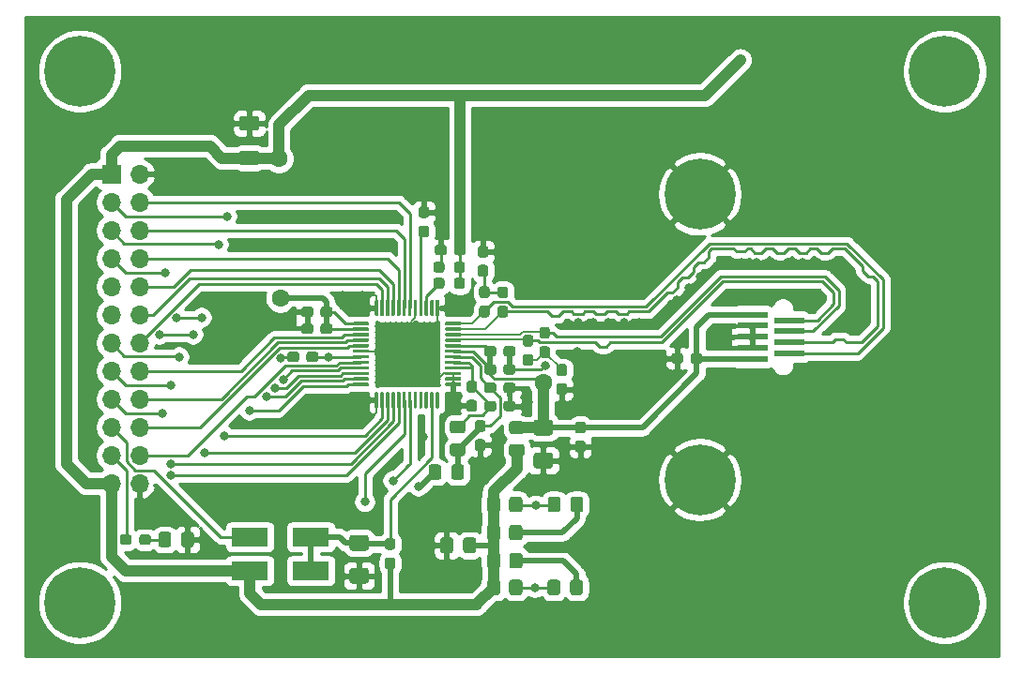
<source format=gtl>
G04 #@! TF.GenerationSoftware,KiCad,Pcbnew,(5.1.12)-1*
G04 #@! TF.CreationDate,2021-12-17T11:46:06+01:00*
G04 #@! TF.ProjectId,eth_phy_KSZ8041MLL_mezzanine,6574685f-7068-4795-9f4b-535a38303431,rev?*
G04 #@! TF.SameCoordinates,Original*
G04 #@! TF.FileFunction,Copper,L1,Top*
G04 #@! TF.FilePolarity,Positive*
%FSLAX46Y46*%
G04 Gerber Fmt 4.6, Leading zero omitted, Abs format (unit mm)*
G04 Created by KiCad (PCBNEW (5.1.12)-1) date 2021-12-17 11:46:06*
%MOMM*%
%LPD*%
G01*
G04 APERTURE LIST*
G04 #@! TA.AperFunction,SMDPad,CuDef*
%ADD10R,2.794000X0.609600*%
G04 #@! TD*
G04 #@! TA.AperFunction,ComponentPad*
%ADD11O,1.700000X1.700000*%
G04 #@! TD*
G04 #@! TA.AperFunction,ComponentPad*
%ADD12R,1.700000X1.700000*%
G04 #@! TD*
G04 #@! TA.AperFunction,SMDPad,CuDef*
%ADD13R,3.300000X1.700000*%
G04 #@! TD*
G04 #@! TA.AperFunction,ComponentPad*
%ADD14C,0.800000*%
G04 #@! TD*
G04 #@! TA.AperFunction,ComponentPad*
%ADD15C,6.400000*%
G04 #@! TD*
G04 #@! TA.AperFunction,ViaPad*
%ADD16C,0.800000*%
G04 #@! TD*
G04 #@! TA.AperFunction,ViaPad*
%ADD17C,1.600000*%
G04 #@! TD*
G04 #@! TA.AperFunction,Conductor*
%ADD18C,0.250000*%
G04 #@! TD*
G04 #@! TA.AperFunction,Conductor*
%ADD19C,0.200000*%
G04 #@! TD*
G04 #@! TA.AperFunction,Conductor*
%ADD20C,1.000000*%
G04 #@! TD*
G04 #@! TA.AperFunction,Conductor*
%ADD21C,0.500000*%
G04 #@! TD*
G04 #@! TA.AperFunction,Conductor*
%ADD22C,0.254000*%
G04 #@! TD*
G04 #@! TA.AperFunction,Conductor*
%ADD23C,0.100000*%
G04 #@! TD*
G04 APERTURE END LIST*
G04 #@! TA.AperFunction,SMDPad,CuDef*
G36*
G01*
X140479400Y-120314601D02*
X140479400Y-119414599D01*
G75*
G02*
X140729399Y-119164600I249999J0D01*
G01*
X141379401Y-119164600D01*
G75*
G02*
X141629400Y-119414599I0J-249999D01*
G01*
X141629400Y-120314601D01*
G75*
G02*
X141379401Y-120564600I-249999J0D01*
G01*
X140729399Y-120564600D01*
G75*
G02*
X140479400Y-120314601I0J249999D01*
G01*
G37*
G04 #@! TD.AperFunction*
G04 #@! TA.AperFunction,SMDPad,CuDef*
G36*
G01*
X138429400Y-120314601D02*
X138429400Y-119414599D01*
G75*
G02*
X138679399Y-119164600I249999J0D01*
G01*
X139329401Y-119164600D01*
G75*
G02*
X139579400Y-119414599I0J-249999D01*
G01*
X139579400Y-120314601D01*
G75*
G02*
X139329401Y-120564600I-249999J0D01*
G01*
X138679399Y-120564600D01*
G75*
G02*
X138429400Y-120314601I0J249999D01*
G01*
G37*
G04 #@! TD.AperFunction*
D10*
X156886000Y-102713600D03*
X160188000Y-103213600D03*
X156886000Y-103713600D03*
X160188000Y-104213600D03*
X156886000Y-104713600D03*
X160188000Y-105213600D03*
X156886000Y-105713600D03*
X160188000Y-106213600D03*
X156886000Y-106713600D03*
G04 #@! TA.AperFunction,SMDPad,CuDef*
G36*
G01*
X128630000Y-109773600D02*
X128630000Y-111098600D01*
G75*
G02*
X128555000Y-111173600I-75000J0D01*
G01*
X128405000Y-111173600D01*
G75*
G02*
X128330000Y-111098600I0J75000D01*
G01*
X128330000Y-109773600D01*
G75*
G02*
X128405000Y-109698600I75000J0D01*
G01*
X128555000Y-109698600D01*
G75*
G02*
X128630000Y-109773600I0J-75000D01*
G01*
G37*
G04 #@! TD.AperFunction*
G04 #@! TA.AperFunction,SMDPad,CuDef*
G36*
G01*
X128130000Y-109773600D02*
X128130000Y-111098600D01*
G75*
G02*
X128055000Y-111173600I-75000J0D01*
G01*
X127905000Y-111173600D01*
G75*
G02*
X127830000Y-111098600I0J75000D01*
G01*
X127830000Y-109773600D01*
G75*
G02*
X127905000Y-109698600I75000J0D01*
G01*
X128055000Y-109698600D01*
G75*
G02*
X128130000Y-109773600I0J-75000D01*
G01*
G37*
G04 #@! TD.AperFunction*
G04 #@! TA.AperFunction,SMDPad,CuDef*
G36*
G01*
X127630000Y-109773600D02*
X127630000Y-111098600D01*
G75*
G02*
X127555000Y-111173600I-75000J0D01*
G01*
X127405000Y-111173600D01*
G75*
G02*
X127330000Y-111098600I0J75000D01*
G01*
X127330000Y-109773600D01*
G75*
G02*
X127405000Y-109698600I75000J0D01*
G01*
X127555000Y-109698600D01*
G75*
G02*
X127630000Y-109773600I0J-75000D01*
G01*
G37*
G04 #@! TD.AperFunction*
G04 #@! TA.AperFunction,SMDPad,CuDef*
G36*
G01*
X127130000Y-109773600D02*
X127130000Y-111098600D01*
G75*
G02*
X127055000Y-111173600I-75000J0D01*
G01*
X126905000Y-111173600D01*
G75*
G02*
X126830000Y-111098600I0J75000D01*
G01*
X126830000Y-109773600D01*
G75*
G02*
X126905000Y-109698600I75000J0D01*
G01*
X127055000Y-109698600D01*
G75*
G02*
X127130000Y-109773600I0J-75000D01*
G01*
G37*
G04 #@! TD.AperFunction*
G04 #@! TA.AperFunction,SMDPad,CuDef*
G36*
G01*
X126630000Y-109773600D02*
X126630000Y-111098600D01*
G75*
G02*
X126555000Y-111173600I-75000J0D01*
G01*
X126405000Y-111173600D01*
G75*
G02*
X126330000Y-111098600I0J75000D01*
G01*
X126330000Y-109773600D01*
G75*
G02*
X126405000Y-109698600I75000J0D01*
G01*
X126555000Y-109698600D01*
G75*
G02*
X126630000Y-109773600I0J-75000D01*
G01*
G37*
G04 #@! TD.AperFunction*
G04 #@! TA.AperFunction,SMDPad,CuDef*
G36*
G01*
X126130000Y-109773600D02*
X126130000Y-111098600D01*
G75*
G02*
X126055000Y-111173600I-75000J0D01*
G01*
X125905000Y-111173600D01*
G75*
G02*
X125830000Y-111098600I0J75000D01*
G01*
X125830000Y-109773600D01*
G75*
G02*
X125905000Y-109698600I75000J0D01*
G01*
X126055000Y-109698600D01*
G75*
G02*
X126130000Y-109773600I0J-75000D01*
G01*
G37*
G04 #@! TD.AperFunction*
G04 #@! TA.AperFunction,SMDPad,CuDef*
G36*
G01*
X125630000Y-109773600D02*
X125630000Y-111098600D01*
G75*
G02*
X125555000Y-111173600I-75000J0D01*
G01*
X125405000Y-111173600D01*
G75*
G02*
X125330000Y-111098600I0J75000D01*
G01*
X125330000Y-109773600D01*
G75*
G02*
X125405000Y-109698600I75000J0D01*
G01*
X125555000Y-109698600D01*
G75*
G02*
X125630000Y-109773600I0J-75000D01*
G01*
G37*
G04 #@! TD.AperFunction*
G04 #@! TA.AperFunction,SMDPad,CuDef*
G36*
G01*
X125130000Y-109773600D02*
X125130000Y-111098600D01*
G75*
G02*
X125055000Y-111173600I-75000J0D01*
G01*
X124905000Y-111173600D01*
G75*
G02*
X124830000Y-111098600I0J75000D01*
G01*
X124830000Y-109773600D01*
G75*
G02*
X124905000Y-109698600I75000J0D01*
G01*
X125055000Y-109698600D01*
G75*
G02*
X125130000Y-109773600I0J-75000D01*
G01*
G37*
G04 #@! TD.AperFunction*
G04 #@! TA.AperFunction,SMDPad,CuDef*
G36*
G01*
X124630000Y-109773600D02*
X124630000Y-111098600D01*
G75*
G02*
X124555000Y-111173600I-75000J0D01*
G01*
X124405000Y-111173600D01*
G75*
G02*
X124330000Y-111098600I0J75000D01*
G01*
X124330000Y-109773600D01*
G75*
G02*
X124405000Y-109698600I75000J0D01*
G01*
X124555000Y-109698600D01*
G75*
G02*
X124630000Y-109773600I0J-75000D01*
G01*
G37*
G04 #@! TD.AperFunction*
G04 #@! TA.AperFunction,SMDPad,CuDef*
G36*
G01*
X124130000Y-109773600D02*
X124130000Y-111098600D01*
G75*
G02*
X124055000Y-111173600I-75000J0D01*
G01*
X123905000Y-111173600D01*
G75*
G02*
X123830000Y-111098600I0J75000D01*
G01*
X123830000Y-109773600D01*
G75*
G02*
X123905000Y-109698600I75000J0D01*
G01*
X124055000Y-109698600D01*
G75*
G02*
X124130000Y-109773600I0J-75000D01*
G01*
G37*
G04 #@! TD.AperFunction*
G04 #@! TA.AperFunction,SMDPad,CuDef*
G36*
G01*
X123630000Y-109773600D02*
X123630000Y-111098600D01*
G75*
G02*
X123555000Y-111173600I-75000J0D01*
G01*
X123405000Y-111173600D01*
G75*
G02*
X123330000Y-111098600I0J75000D01*
G01*
X123330000Y-109773600D01*
G75*
G02*
X123405000Y-109698600I75000J0D01*
G01*
X123555000Y-109698600D01*
G75*
G02*
X123630000Y-109773600I0J-75000D01*
G01*
G37*
G04 #@! TD.AperFunction*
G04 #@! TA.AperFunction,SMDPad,CuDef*
G36*
G01*
X123130000Y-109773600D02*
X123130000Y-111098600D01*
G75*
G02*
X123055000Y-111173600I-75000J0D01*
G01*
X122905000Y-111173600D01*
G75*
G02*
X122830000Y-111098600I0J75000D01*
G01*
X122830000Y-109773600D01*
G75*
G02*
X122905000Y-109698600I75000J0D01*
G01*
X123055000Y-109698600D01*
G75*
G02*
X123130000Y-109773600I0J-75000D01*
G01*
G37*
G04 #@! TD.AperFunction*
G04 #@! TA.AperFunction,SMDPad,CuDef*
G36*
G01*
X122305000Y-108948600D02*
X122305000Y-109098600D01*
G75*
G02*
X122230000Y-109173600I-75000J0D01*
G01*
X120905000Y-109173600D01*
G75*
G02*
X120830000Y-109098600I0J75000D01*
G01*
X120830000Y-108948600D01*
G75*
G02*
X120905000Y-108873600I75000J0D01*
G01*
X122230000Y-108873600D01*
G75*
G02*
X122305000Y-108948600I0J-75000D01*
G01*
G37*
G04 #@! TD.AperFunction*
G04 #@! TA.AperFunction,SMDPad,CuDef*
G36*
G01*
X122305000Y-108448600D02*
X122305000Y-108598600D01*
G75*
G02*
X122230000Y-108673600I-75000J0D01*
G01*
X120905000Y-108673600D01*
G75*
G02*
X120830000Y-108598600I0J75000D01*
G01*
X120830000Y-108448600D01*
G75*
G02*
X120905000Y-108373600I75000J0D01*
G01*
X122230000Y-108373600D01*
G75*
G02*
X122305000Y-108448600I0J-75000D01*
G01*
G37*
G04 #@! TD.AperFunction*
G04 #@! TA.AperFunction,SMDPad,CuDef*
G36*
G01*
X122305000Y-107948600D02*
X122305000Y-108098600D01*
G75*
G02*
X122230000Y-108173600I-75000J0D01*
G01*
X120905000Y-108173600D01*
G75*
G02*
X120830000Y-108098600I0J75000D01*
G01*
X120830000Y-107948600D01*
G75*
G02*
X120905000Y-107873600I75000J0D01*
G01*
X122230000Y-107873600D01*
G75*
G02*
X122305000Y-107948600I0J-75000D01*
G01*
G37*
G04 #@! TD.AperFunction*
G04 #@! TA.AperFunction,SMDPad,CuDef*
G36*
G01*
X122305000Y-107448600D02*
X122305000Y-107598600D01*
G75*
G02*
X122230000Y-107673600I-75000J0D01*
G01*
X120905000Y-107673600D01*
G75*
G02*
X120830000Y-107598600I0J75000D01*
G01*
X120830000Y-107448600D01*
G75*
G02*
X120905000Y-107373600I75000J0D01*
G01*
X122230000Y-107373600D01*
G75*
G02*
X122305000Y-107448600I0J-75000D01*
G01*
G37*
G04 #@! TD.AperFunction*
G04 #@! TA.AperFunction,SMDPad,CuDef*
G36*
G01*
X122305000Y-106948600D02*
X122305000Y-107098600D01*
G75*
G02*
X122230000Y-107173600I-75000J0D01*
G01*
X120905000Y-107173600D01*
G75*
G02*
X120830000Y-107098600I0J75000D01*
G01*
X120830000Y-106948600D01*
G75*
G02*
X120905000Y-106873600I75000J0D01*
G01*
X122230000Y-106873600D01*
G75*
G02*
X122305000Y-106948600I0J-75000D01*
G01*
G37*
G04 #@! TD.AperFunction*
G04 #@! TA.AperFunction,SMDPad,CuDef*
G36*
G01*
X122305000Y-106448600D02*
X122305000Y-106598600D01*
G75*
G02*
X122230000Y-106673600I-75000J0D01*
G01*
X120905000Y-106673600D01*
G75*
G02*
X120830000Y-106598600I0J75000D01*
G01*
X120830000Y-106448600D01*
G75*
G02*
X120905000Y-106373600I75000J0D01*
G01*
X122230000Y-106373600D01*
G75*
G02*
X122305000Y-106448600I0J-75000D01*
G01*
G37*
G04 #@! TD.AperFunction*
G04 #@! TA.AperFunction,SMDPad,CuDef*
G36*
G01*
X122305000Y-105948600D02*
X122305000Y-106098600D01*
G75*
G02*
X122230000Y-106173600I-75000J0D01*
G01*
X120905000Y-106173600D01*
G75*
G02*
X120830000Y-106098600I0J75000D01*
G01*
X120830000Y-105948600D01*
G75*
G02*
X120905000Y-105873600I75000J0D01*
G01*
X122230000Y-105873600D01*
G75*
G02*
X122305000Y-105948600I0J-75000D01*
G01*
G37*
G04 #@! TD.AperFunction*
G04 #@! TA.AperFunction,SMDPad,CuDef*
G36*
G01*
X122305000Y-105448600D02*
X122305000Y-105598600D01*
G75*
G02*
X122230000Y-105673600I-75000J0D01*
G01*
X120905000Y-105673600D01*
G75*
G02*
X120830000Y-105598600I0J75000D01*
G01*
X120830000Y-105448600D01*
G75*
G02*
X120905000Y-105373600I75000J0D01*
G01*
X122230000Y-105373600D01*
G75*
G02*
X122305000Y-105448600I0J-75000D01*
G01*
G37*
G04 #@! TD.AperFunction*
G04 #@! TA.AperFunction,SMDPad,CuDef*
G36*
G01*
X122305000Y-104948600D02*
X122305000Y-105098600D01*
G75*
G02*
X122230000Y-105173600I-75000J0D01*
G01*
X120905000Y-105173600D01*
G75*
G02*
X120830000Y-105098600I0J75000D01*
G01*
X120830000Y-104948600D01*
G75*
G02*
X120905000Y-104873600I75000J0D01*
G01*
X122230000Y-104873600D01*
G75*
G02*
X122305000Y-104948600I0J-75000D01*
G01*
G37*
G04 #@! TD.AperFunction*
G04 #@! TA.AperFunction,SMDPad,CuDef*
G36*
G01*
X122305000Y-104448600D02*
X122305000Y-104598600D01*
G75*
G02*
X122230000Y-104673600I-75000J0D01*
G01*
X120905000Y-104673600D01*
G75*
G02*
X120830000Y-104598600I0J75000D01*
G01*
X120830000Y-104448600D01*
G75*
G02*
X120905000Y-104373600I75000J0D01*
G01*
X122230000Y-104373600D01*
G75*
G02*
X122305000Y-104448600I0J-75000D01*
G01*
G37*
G04 #@! TD.AperFunction*
G04 #@! TA.AperFunction,SMDPad,CuDef*
G36*
G01*
X122305000Y-103948600D02*
X122305000Y-104098600D01*
G75*
G02*
X122230000Y-104173600I-75000J0D01*
G01*
X120905000Y-104173600D01*
G75*
G02*
X120830000Y-104098600I0J75000D01*
G01*
X120830000Y-103948600D01*
G75*
G02*
X120905000Y-103873600I75000J0D01*
G01*
X122230000Y-103873600D01*
G75*
G02*
X122305000Y-103948600I0J-75000D01*
G01*
G37*
G04 #@! TD.AperFunction*
G04 #@! TA.AperFunction,SMDPad,CuDef*
G36*
G01*
X122305000Y-103448600D02*
X122305000Y-103598600D01*
G75*
G02*
X122230000Y-103673600I-75000J0D01*
G01*
X120905000Y-103673600D01*
G75*
G02*
X120830000Y-103598600I0J75000D01*
G01*
X120830000Y-103448600D01*
G75*
G02*
X120905000Y-103373600I75000J0D01*
G01*
X122230000Y-103373600D01*
G75*
G02*
X122305000Y-103448600I0J-75000D01*
G01*
G37*
G04 #@! TD.AperFunction*
G04 #@! TA.AperFunction,SMDPad,CuDef*
G36*
G01*
X123130000Y-101448600D02*
X123130000Y-102773600D01*
G75*
G02*
X123055000Y-102848600I-75000J0D01*
G01*
X122905000Y-102848600D01*
G75*
G02*
X122830000Y-102773600I0J75000D01*
G01*
X122830000Y-101448600D01*
G75*
G02*
X122905000Y-101373600I75000J0D01*
G01*
X123055000Y-101373600D01*
G75*
G02*
X123130000Y-101448600I0J-75000D01*
G01*
G37*
G04 #@! TD.AperFunction*
G04 #@! TA.AperFunction,SMDPad,CuDef*
G36*
G01*
X123630000Y-101448600D02*
X123630000Y-102773600D01*
G75*
G02*
X123555000Y-102848600I-75000J0D01*
G01*
X123405000Y-102848600D01*
G75*
G02*
X123330000Y-102773600I0J75000D01*
G01*
X123330000Y-101448600D01*
G75*
G02*
X123405000Y-101373600I75000J0D01*
G01*
X123555000Y-101373600D01*
G75*
G02*
X123630000Y-101448600I0J-75000D01*
G01*
G37*
G04 #@! TD.AperFunction*
G04 #@! TA.AperFunction,SMDPad,CuDef*
G36*
G01*
X124130000Y-101448600D02*
X124130000Y-102773600D01*
G75*
G02*
X124055000Y-102848600I-75000J0D01*
G01*
X123905000Y-102848600D01*
G75*
G02*
X123830000Y-102773600I0J75000D01*
G01*
X123830000Y-101448600D01*
G75*
G02*
X123905000Y-101373600I75000J0D01*
G01*
X124055000Y-101373600D01*
G75*
G02*
X124130000Y-101448600I0J-75000D01*
G01*
G37*
G04 #@! TD.AperFunction*
G04 #@! TA.AperFunction,SMDPad,CuDef*
G36*
G01*
X124630000Y-101448600D02*
X124630000Y-102773600D01*
G75*
G02*
X124555000Y-102848600I-75000J0D01*
G01*
X124405000Y-102848600D01*
G75*
G02*
X124330000Y-102773600I0J75000D01*
G01*
X124330000Y-101448600D01*
G75*
G02*
X124405000Y-101373600I75000J0D01*
G01*
X124555000Y-101373600D01*
G75*
G02*
X124630000Y-101448600I0J-75000D01*
G01*
G37*
G04 #@! TD.AperFunction*
G04 #@! TA.AperFunction,SMDPad,CuDef*
G36*
G01*
X125130000Y-101448600D02*
X125130000Y-102773600D01*
G75*
G02*
X125055000Y-102848600I-75000J0D01*
G01*
X124905000Y-102848600D01*
G75*
G02*
X124830000Y-102773600I0J75000D01*
G01*
X124830000Y-101448600D01*
G75*
G02*
X124905000Y-101373600I75000J0D01*
G01*
X125055000Y-101373600D01*
G75*
G02*
X125130000Y-101448600I0J-75000D01*
G01*
G37*
G04 #@! TD.AperFunction*
G04 #@! TA.AperFunction,SMDPad,CuDef*
G36*
G01*
X125630000Y-101448600D02*
X125630000Y-102773600D01*
G75*
G02*
X125555000Y-102848600I-75000J0D01*
G01*
X125405000Y-102848600D01*
G75*
G02*
X125330000Y-102773600I0J75000D01*
G01*
X125330000Y-101448600D01*
G75*
G02*
X125405000Y-101373600I75000J0D01*
G01*
X125555000Y-101373600D01*
G75*
G02*
X125630000Y-101448600I0J-75000D01*
G01*
G37*
G04 #@! TD.AperFunction*
G04 #@! TA.AperFunction,SMDPad,CuDef*
G36*
G01*
X126130000Y-101448600D02*
X126130000Y-102773600D01*
G75*
G02*
X126055000Y-102848600I-75000J0D01*
G01*
X125905000Y-102848600D01*
G75*
G02*
X125830000Y-102773600I0J75000D01*
G01*
X125830000Y-101448600D01*
G75*
G02*
X125905000Y-101373600I75000J0D01*
G01*
X126055000Y-101373600D01*
G75*
G02*
X126130000Y-101448600I0J-75000D01*
G01*
G37*
G04 #@! TD.AperFunction*
G04 #@! TA.AperFunction,SMDPad,CuDef*
G36*
G01*
X126630000Y-101448600D02*
X126630000Y-102773600D01*
G75*
G02*
X126555000Y-102848600I-75000J0D01*
G01*
X126405000Y-102848600D01*
G75*
G02*
X126330000Y-102773600I0J75000D01*
G01*
X126330000Y-101448600D01*
G75*
G02*
X126405000Y-101373600I75000J0D01*
G01*
X126555000Y-101373600D01*
G75*
G02*
X126630000Y-101448600I0J-75000D01*
G01*
G37*
G04 #@! TD.AperFunction*
G04 #@! TA.AperFunction,SMDPad,CuDef*
G36*
G01*
X127130000Y-101448600D02*
X127130000Y-102773600D01*
G75*
G02*
X127055000Y-102848600I-75000J0D01*
G01*
X126905000Y-102848600D01*
G75*
G02*
X126830000Y-102773600I0J75000D01*
G01*
X126830000Y-101448600D01*
G75*
G02*
X126905000Y-101373600I75000J0D01*
G01*
X127055000Y-101373600D01*
G75*
G02*
X127130000Y-101448600I0J-75000D01*
G01*
G37*
G04 #@! TD.AperFunction*
G04 #@! TA.AperFunction,SMDPad,CuDef*
G36*
G01*
X127630000Y-101448600D02*
X127630000Y-102773600D01*
G75*
G02*
X127555000Y-102848600I-75000J0D01*
G01*
X127405000Y-102848600D01*
G75*
G02*
X127330000Y-102773600I0J75000D01*
G01*
X127330000Y-101448600D01*
G75*
G02*
X127405000Y-101373600I75000J0D01*
G01*
X127555000Y-101373600D01*
G75*
G02*
X127630000Y-101448600I0J-75000D01*
G01*
G37*
G04 #@! TD.AperFunction*
G04 #@! TA.AperFunction,SMDPad,CuDef*
G36*
G01*
X128130000Y-101448600D02*
X128130000Y-102773600D01*
G75*
G02*
X128055000Y-102848600I-75000J0D01*
G01*
X127905000Y-102848600D01*
G75*
G02*
X127830000Y-102773600I0J75000D01*
G01*
X127830000Y-101448600D01*
G75*
G02*
X127905000Y-101373600I75000J0D01*
G01*
X128055000Y-101373600D01*
G75*
G02*
X128130000Y-101448600I0J-75000D01*
G01*
G37*
G04 #@! TD.AperFunction*
G04 #@! TA.AperFunction,SMDPad,CuDef*
G36*
G01*
X128630000Y-101448600D02*
X128630000Y-102773600D01*
G75*
G02*
X128555000Y-102848600I-75000J0D01*
G01*
X128405000Y-102848600D01*
G75*
G02*
X128330000Y-102773600I0J75000D01*
G01*
X128330000Y-101448600D01*
G75*
G02*
X128405000Y-101373600I75000J0D01*
G01*
X128555000Y-101373600D01*
G75*
G02*
X128630000Y-101448600I0J-75000D01*
G01*
G37*
G04 #@! TD.AperFunction*
G04 #@! TA.AperFunction,SMDPad,CuDef*
G36*
G01*
X130630000Y-103448600D02*
X130630000Y-103598600D01*
G75*
G02*
X130555000Y-103673600I-75000J0D01*
G01*
X129230000Y-103673600D01*
G75*
G02*
X129155000Y-103598600I0J75000D01*
G01*
X129155000Y-103448600D01*
G75*
G02*
X129230000Y-103373600I75000J0D01*
G01*
X130555000Y-103373600D01*
G75*
G02*
X130630000Y-103448600I0J-75000D01*
G01*
G37*
G04 #@! TD.AperFunction*
G04 #@! TA.AperFunction,SMDPad,CuDef*
G36*
G01*
X130630000Y-103948600D02*
X130630000Y-104098600D01*
G75*
G02*
X130555000Y-104173600I-75000J0D01*
G01*
X129230000Y-104173600D01*
G75*
G02*
X129155000Y-104098600I0J75000D01*
G01*
X129155000Y-103948600D01*
G75*
G02*
X129230000Y-103873600I75000J0D01*
G01*
X130555000Y-103873600D01*
G75*
G02*
X130630000Y-103948600I0J-75000D01*
G01*
G37*
G04 #@! TD.AperFunction*
G04 #@! TA.AperFunction,SMDPad,CuDef*
G36*
G01*
X130630000Y-104448600D02*
X130630000Y-104598600D01*
G75*
G02*
X130555000Y-104673600I-75000J0D01*
G01*
X129230000Y-104673600D01*
G75*
G02*
X129155000Y-104598600I0J75000D01*
G01*
X129155000Y-104448600D01*
G75*
G02*
X129230000Y-104373600I75000J0D01*
G01*
X130555000Y-104373600D01*
G75*
G02*
X130630000Y-104448600I0J-75000D01*
G01*
G37*
G04 #@! TD.AperFunction*
G04 #@! TA.AperFunction,SMDPad,CuDef*
G36*
G01*
X130630000Y-104948600D02*
X130630000Y-105098600D01*
G75*
G02*
X130555000Y-105173600I-75000J0D01*
G01*
X129230000Y-105173600D01*
G75*
G02*
X129155000Y-105098600I0J75000D01*
G01*
X129155000Y-104948600D01*
G75*
G02*
X129230000Y-104873600I75000J0D01*
G01*
X130555000Y-104873600D01*
G75*
G02*
X130630000Y-104948600I0J-75000D01*
G01*
G37*
G04 #@! TD.AperFunction*
G04 #@! TA.AperFunction,SMDPad,CuDef*
G36*
G01*
X130630000Y-105448600D02*
X130630000Y-105598600D01*
G75*
G02*
X130555000Y-105673600I-75000J0D01*
G01*
X129230000Y-105673600D01*
G75*
G02*
X129155000Y-105598600I0J75000D01*
G01*
X129155000Y-105448600D01*
G75*
G02*
X129230000Y-105373600I75000J0D01*
G01*
X130555000Y-105373600D01*
G75*
G02*
X130630000Y-105448600I0J-75000D01*
G01*
G37*
G04 #@! TD.AperFunction*
G04 #@! TA.AperFunction,SMDPad,CuDef*
G36*
G01*
X130630000Y-105948600D02*
X130630000Y-106098600D01*
G75*
G02*
X130555000Y-106173600I-75000J0D01*
G01*
X129230000Y-106173600D01*
G75*
G02*
X129155000Y-106098600I0J75000D01*
G01*
X129155000Y-105948600D01*
G75*
G02*
X129230000Y-105873600I75000J0D01*
G01*
X130555000Y-105873600D01*
G75*
G02*
X130630000Y-105948600I0J-75000D01*
G01*
G37*
G04 #@! TD.AperFunction*
G04 #@! TA.AperFunction,SMDPad,CuDef*
G36*
G01*
X130630000Y-106448600D02*
X130630000Y-106598600D01*
G75*
G02*
X130555000Y-106673600I-75000J0D01*
G01*
X129230000Y-106673600D01*
G75*
G02*
X129155000Y-106598600I0J75000D01*
G01*
X129155000Y-106448600D01*
G75*
G02*
X129230000Y-106373600I75000J0D01*
G01*
X130555000Y-106373600D01*
G75*
G02*
X130630000Y-106448600I0J-75000D01*
G01*
G37*
G04 #@! TD.AperFunction*
G04 #@! TA.AperFunction,SMDPad,CuDef*
G36*
G01*
X130630000Y-106948600D02*
X130630000Y-107098600D01*
G75*
G02*
X130555000Y-107173600I-75000J0D01*
G01*
X129230000Y-107173600D01*
G75*
G02*
X129155000Y-107098600I0J75000D01*
G01*
X129155000Y-106948600D01*
G75*
G02*
X129230000Y-106873600I75000J0D01*
G01*
X130555000Y-106873600D01*
G75*
G02*
X130630000Y-106948600I0J-75000D01*
G01*
G37*
G04 #@! TD.AperFunction*
G04 #@! TA.AperFunction,SMDPad,CuDef*
G36*
G01*
X130630000Y-107448600D02*
X130630000Y-107598600D01*
G75*
G02*
X130555000Y-107673600I-75000J0D01*
G01*
X129230000Y-107673600D01*
G75*
G02*
X129155000Y-107598600I0J75000D01*
G01*
X129155000Y-107448600D01*
G75*
G02*
X129230000Y-107373600I75000J0D01*
G01*
X130555000Y-107373600D01*
G75*
G02*
X130630000Y-107448600I0J-75000D01*
G01*
G37*
G04 #@! TD.AperFunction*
G04 #@! TA.AperFunction,SMDPad,CuDef*
G36*
G01*
X130630000Y-107948600D02*
X130630000Y-108098600D01*
G75*
G02*
X130555000Y-108173600I-75000J0D01*
G01*
X129230000Y-108173600D01*
G75*
G02*
X129155000Y-108098600I0J75000D01*
G01*
X129155000Y-107948600D01*
G75*
G02*
X129230000Y-107873600I75000J0D01*
G01*
X130555000Y-107873600D01*
G75*
G02*
X130630000Y-107948600I0J-75000D01*
G01*
G37*
G04 #@! TD.AperFunction*
G04 #@! TA.AperFunction,SMDPad,CuDef*
G36*
G01*
X130630000Y-108448600D02*
X130630000Y-108598600D01*
G75*
G02*
X130555000Y-108673600I-75000J0D01*
G01*
X129230000Y-108673600D01*
G75*
G02*
X129155000Y-108598600I0J75000D01*
G01*
X129155000Y-108448600D01*
G75*
G02*
X129230000Y-108373600I75000J0D01*
G01*
X130555000Y-108373600D01*
G75*
G02*
X130630000Y-108448600I0J-75000D01*
G01*
G37*
G04 #@! TD.AperFunction*
G04 #@! TA.AperFunction,SMDPad,CuDef*
G36*
G01*
X130630000Y-108948600D02*
X130630000Y-109098600D01*
G75*
G02*
X130555000Y-109173600I-75000J0D01*
G01*
X129230000Y-109173600D01*
G75*
G02*
X129155000Y-109098600I0J75000D01*
G01*
X129155000Y-108948600D01*
G75*
G02*
X129230000Y-108873600I75000J0D01*
G01*
X130555000Y-108873600D01*
G75*
G02*
X130630000Y-108948600I0J-75000D01*
G01*
G37*
G04 #@! TD.AperFunction*
G04 #@! TA.AperFunction,SMDPad,CuDef*
G36*
G01*
X104461000Y-122587599D02*
X104461000Y-123487601D01*
G75*
G02*
X104211001Y-123737600I-249999J0D01*
G01*
X103560999Y-123737600D01*
G75*
G02*
X103311000Y-123487601I0J249999D01*
G01*
X103311000Y-122587599D01*
G75*
G02*
X103560999Y-122337600I249999J0D01*
G01*
X104211001Y-122337600D01*
G75*
G02*
X104461000Y-122587599I0J-249999D01*
G01*
G37*
G04 #@! TD.AperFunction*
G04 #@! TA.AperFunction,SMDPad,CuDef*
G36*
G01*
X106511000Y-122587599D02*
X106511000Y-123487601D01*
G75*
G02*
X106261001Y-123737600I-249999J0D01*
G01*
X105610999Y-123737600D01*
G75*
G02*
X105361000Y-123487601I0J249999D01*
G01*
X105361000Y-122587599D01*
G75*
G02*
X105610999Y-122337600I249999J0D01*
G01*
X106261001Y-122337600D01*
G75*
G02*
X106511000Y-122587599I0J-249999D01*
G01*
G37*
G04 #@! TD.AperFunction*
G04 #@! TA.AperFunction,SMDPad,CuDef*
G36*
G01*
X135185999Y-114394400D02*
X136086001Y-114394400D01*
G75*
G02*
X136336000Y-114644399I0J-249999D01*
G01*
X136336000Y-115294401D01*
G75*
G02*
X136086001Y-115544400I-249999J0D01*
G01*
X135185999Y-115544400D01*
G75*
G02*
X134936000Y-115294401I0J249999D01*
G01*
X134936000Y-114644399D01*
G75*
G02*
X135185999Y-114394400I249999J0D01*
G01*
G37*
G04 #@! TD.AperFunction*
G04 #@! TA.AperFunction,SMDPad,CuDef*
G36*
G01*
X135185999Y-112344400D02*
X136086001Y-112344400D01*
G75*
G02*
X136336000Y-112594399I0J-249999D01*
G01*
X136336000Y-113244401D01*
G75*
G02*
X136086001Y-113494400I-249999J0D01*
G01*
X135185999Y-113494400D01*
G75*
G02*
X134936000Y-113244401I0J249999D01*
G01*
X134936000Y-112594399D01*
G75*
G02*
X135185999Y-112344400I249999J0D01*
G01*
G37*
G04 #@! TD.AperFunction*
D11*
X101600000Y-117957600D03*
X99060000Y-117957600D03*
X101600000Y-115417600D03*
X99060000Y-115417600D03*
X101600000Y-112877600D03*
X99060000Y-112877600D03*
X101600000Y-110337600D03*
X99060000Y-110337600D03*
X101600000Y-107797600D03*
X99060000Y-107797600D03*
X101600000Y-105257600D03*
X99060000Y-105257600D03*
X101600000Y-102717600D03*
X99060000Y-102717600D03*
X101600000Y-100177600D03*
X99060000Y-100177600D03*
X101600000Y-97637600D03*
X99060000Y-97637600D03*
X101600000Y-95097600D03*
X99060000Y-95097600D03*
X101600000Y-92557600D03*
X99060000Y-92557600D03*
X101600000Y-90017600D03*
D12*
X99060000Y-90017600D03*
G04 #@! TA.AperFunction,SMDPad,CuDef*
G36*
G01*
X129851999Y-114343600D02*
X130752001Y-114343600D01*
G75*
G02*
X131002000Y-114593599I0J-249999D01*
G01*
X131002000Y-115243601D01*
G75*
G02*
X130752001Y-115493600I-249999J0D01*
G01*
X129851999Y-115493600D01*
G75*
G02*
X129602000Y-115243601I0J249999D01*
G01*
X129602000Y-114593599D01*
G75*
G02*
X129851999Y-114343600I249999J0D01*
G01*
G37*
G04 #@! TD.AperFunction*
G04 #@! TA.AperFunction,SMDPad,CuDef*
G36*
G01*
X129851999Y-112293600D02*
X130752001Y-112293600D01*
G75*
G02*
X131002000Y-112543599I0J-249999D01*
G01*
X131002000Y-113193601D01*
G75*
G02*
X130752001Y-113443600I-249999J0D01*
G01*
X129851999Y-113443600D01*
G75*
G02*
X129602000Y-113193601I0J249999D01*
G01*
X129602000Y-112543599D01*
G75*
G02*
X129851999Y-112293600I249999J0D01*
G01*
G37*
G04 #@! TD.AperFunction*
D13*
X117050000Y-125831600D03*
X111550000Y-125831600D03*
G04 #@! TA.AperFunction,SMDPad,CuDef*
G36*
G01*
X131334500Y-110408600D02*
X131809500Y-110408600D01*
G75*
G02*
X132047000Y-110646100I0J-237500D01*
G01*
X132047000Y-111246100D01*
G75*
G02*
X131809500Y-111483600I-237500J0D01*
G01*
X131334500Y-111483600D01*
G75*
G02*
X131097000Y-111246100I0J237500D01*
G01*
X131097000Y-110646100D01*
G75*
G02*
X131334500Y-110408600I237500J0D01*
G01*
G37*
G04 #@! TD.AperFunction*
G04 #@! TA.AperFunction,SMDPad,CuDef*
G36*
G01*
X131334500Y-108683600D02*
X131809500Y-108683600D01*
G75*
G02*
X132047000Y-108921100I0J-237500D01*
G01*
X132047000Y-109521100D01*
G75*
G02*
X131809500Y-109758600I-237500J0D01*
G01*
X131334500Y-109758600D01*
G75*
G02*
X131097000Y-109521100I0J237500D01*
G01*
X131097000Y-108921100D01*
G75*
G02*
X131334500Y-108683600I237500J0D01*
G01*
G37*
G04 #@! TD.AperFunction*
G04 #@! TA.AperFunction,SMDPad,CuDef*
G36*
G01*
X129727000Y-117391601D02*
X129727000Y-116491599D01*
G75*
G02*
X129976999Y-116241600I249999J0D01*
G01*
X130627001Y-116241600D01*
G75*
G02*
X130877000Y-116491599I0J-249999D01*
G01*
X130877000Y-117391601D01*
G75*
G02*
X130627001Y-117641600I-249999J0D01*
G01*
X129976999Y-117641600D01*
G75*
G02*
X129727000Y-117391601I0J249999D01*
G01*
G37*
G04 #@! TD.AperFunction*
G04 #@! TA.AperFunction,SMDPad,CuDef*
G36*
G01*
X127677000Y-117391601D02*
X127677000Y-116491599D01*
G75*
G02*
X127926999Y-116241600I249999J0D01*
G01*
X128577001Y-116241600D01*
G75*
G02*
X128827000Y-116491599I0J-249999D01*
G01*
X128827000Y-117391601D01*
G75*
G02*
X128577001Y-117641600I-249999J0D01*
G01*
X127926999Y-117641600D01*
G75*
G02*
X127677000Y-117391601I0J249999D01*
G01*
G37*
G04 #@! TD.AperFunction*
X117050000Y-122783600D03*
X111550000Y-122783600D03*
G04 #@! TA.AperFunction,SMDPad,CuDef*
G36*
G01*
X116007000Y-106290100D02*
X116007000Y-106765100D01*
G75*
G02*
X115769500Y-107002600I-237500J0D01*
G01*
X115169500Y-107002600D01*
G75*
G02*
X114932000Y-106765100I0J237500D01*
G01*
X114932000Y-106290100D01*
G75*
G02*
X115169500Y-106052600I237500J0D01*
G01*
X115769500Y-106052600D01*
G75*
G02*
X116007000Y-106290100I0J-237500D01*
G01*
G37*
G04 #@! TD.AperFunction*
G04 #@! TA.AperFunction,SMDPad,CuDef*
G36*
G01*
X117732000Y-106290100D02*
X117732000Y-106765100D01*
G75*
G02*
X117494500Y-107002600I-237500J0D01*
G01*
X116894500Y-107002600D01*
G75*
G02*
X116657000Y-106765100I0J237500D01*
G01*
X116657000Y-106290100D01*
G75*
G02*
X116894500Y-106052600I237500J0D01*
G01*
X117494500Y-106052600D01*
G75*
G02*
X117732000Y-106290100I0J-237500D01*
G01*
G37*
G04 #@! TD.AperFunction*
G04 #@! TA.AperFunction,SMDPad,CuDef*
G36*
G01*
X134437000Y-107908100D02*
X134437000Y-107433100D01*
G75*
G02*
X134674500Y-107195600I237500J0D01*
G01*
X135274500Y-107195600D01*
G75*
G02*
X135512000Y-107433100I0J-237500D01*
G01*
X135512000Y-107908100D01*
G75*
G02*
X135274500Y-108145600I-237500J0D01*
G01*
X134674500Y-108145600D01*
G75*
G02*
X134437000Y-107908100I0J237500D01*
G01*
G37*
G04 #@! TD.AperFunction*
G04 #@! TA.AperFunction,SMDPad,CuDef*
G36*
G01*
X132712000Y-107908100D02*
X132712000Y-107433100D01*
G75*
G02*
X132949500Y-107195600I237500J0D01*
G01*
X133549500Y-107195600D01*
G75*
G02*
X133787000Y-107433100I0J-237500D01*
G01*
X133787000Y-107908100D01*
G75*
G02*
X133549500Y-108145600I-237500J0D01*
G01*
X132949500Y-108145600D01*
G75*
G02*
X132712000Y-107908100I0J237500D01*
G01*
G37*
G04 #@! TD.AperFunction*
G04 #@! TA.AperFunction,SMDPad,CuDef*
G36*
G01*
X134437000Y-111210100D02*
X134437000Y-110735100D01*
G75*
G02*
X134674500Y-110497600I237500J0D01*
G01*
X135274500Y-110497600D01*
G75*
G02*
X135512000Y-110735100I0J-237500D01*
G01*
X135512000Y-111210100D01*
G75*
G02*
X135274500Y-111447600I-237500J0D01*
G01*
X134674500Y-111447600D01*
G75*
G02*
X134437000Y-111210100I0J237500D01*
G01*
G37*
G04 #@! TD.AperFunction*
G04 #@! TA.AperFunction,SMDPad,CuDef*
G36*
G01*
X132712000Y-111210100D02*
X132712000Y-110735100D01*
G75*
G02*
X132949500Y-110497600I237500J0D01*
G01*
X133549500Y-110497600D01*
G75*
G02*
X133787000Y-110735100I0J-237500D01*
G01*
X133787000Y-111210100D01*
G75*
G02*
X133549500Y-111447600I-237500J0D01*
G01*
X132949500Y-111447600D01*
G75*
G02*
X132712000Y-111210100I0J237500D01*
G01*
G37*
G04 #@! TD.AperFunction*
G04 #@! TA.AperFunction,SMDPad,CuDef*
G36*
G01*
X129315500Y-96638100D02*
X129315500Y-97113100D01*
G75*
G02*
X129078000Y-97350600I-237500J0D01*
G01*
X128478000Y-97350600D01*
G75*
G02*
X128240500Y-97113100I0J237500D01*
G01*
X128240500Y-96638100D01*
G75*
G02*
X128478000Y-96400600I237500J0D01*
G01*
X129078000Y-96400600D01*
G75*
G02*
X129315500Y-96638100I0J-237500D01*
G01*
G37*
G04 #@! TD.AperFunction*
G04 #@! TA.AperFunction,SMDPad,CuDef*
G36*
G01*
X131040500Y-96638100D02*
X131040500Y-97113100D01*
G75*
G02*
X130803000Y-97350600I-237500J0D01*
G01*
X130203000Y-97350600D01*
G75*
G02*
X129965500Y-97113100I0J237500D01*
G01*
X129965500Y-96638100D01*
G75*
G02*
X130203000Y-96400600I237500J0D01*
G01*
X130803000Y-96400600D01*
G75*
G02*
X131040500Y-96638100I0J-237500D01*
G01*
G37*
G04 #@! TD.AperFunction*
G04 #@! TA.AperFunction,SMDPad,CuDef*
G36*
G01*
X112156001Y-86108100D02*
X110855999Y-86108100D01*
G75*
G02*
X110606000Y-85858101I0J249999D01*
G01*
X110606000Y-85033099D01*
G75*
G02*
X110855999Y-84783100I249999J0D01*
G01*
X112156001Y-84783100D01*
G75*
G02*
X112406000Y-85033099I0J-249999D01*
G01*
X112406000Y-85858101D01*
G75*
G02*
X112156001Y-86108100I-249999J0D01*
G01*
G37*
G04 #@! TD.AperFunction*
G04 #@! TA.AperFunction,SMDPad,CuDef*
G36*
G01*
X112156001Y-89233100D02*
X110855999Y-89233100D01*
G75*
G02*
X110606000Y-88983101I0J249999D01*
G01*
X110606000Y-88158099D01*
G75*
G02*
X110855999Y-87908100I249999J0D01*
G01*
X112156001Y-87908100D01*
G75*
G02*
X112406000Y-88158099I0J-249999D01*
G01*
X112406000Y-88983101D01*
G75*
G02*
X112156001Y-89233100I-249999J0D01*
G01*
G37*
G04 #@! TD.AperFunction*
G04 #@! TA.AperFunction,SMDPad,CuDef*
G36*
G01*
X132096500Y-113964600D02*
X132571500Y-113964600D01*
G75*
G02*
X132809000Y-114202100I0J-237500D01*
G01*
X132809000Y-114802100D01*
G75*
G02*
X132571500Y-115039600I-237500J0D01*
G01*
X132096500Y-115039600D01*
G75*
G02*
X131859000Y-114802100I0J237500D01*
G01*
X131859000Y-114202100D01*
G75*
G02*
X132096500Y-113964600I237500J0D01*
G01*
G37*
G04 #@! TD.AperFunction*
G04 #@! TA.AperFunction,SMDPad,CuDef*
G36*
G01*
X132096500Y-112239600D02*
X132571500Y-112239600D01*
G75*
G02*
X132809000Y-112477100I0J-237500D01*
G01*
X132809000Y-113077100D01*
G75*
G02*
X132571500Y-113314600I-237500J0D01*
G01*
X132096500Y-113314600D01*
G75*
G02*
X131859000Y-113077100I0J237500D01*
G01*
X131859000Y-112477100D01*
G75*
G02*
X132096500Y-112239600I237500J0D01*
G01*
G37*
G04 #@! TD.AperFunction*
G04 #@! TA.AperFunction,SMDPad,CuDef*
G36*
G01*
X134437000Y-106257100D02*
X134437000Y-105782100D01*
G75*
G02*
X134674500Y-105544600I237500J0D01*
G01*
X135274500Y-105544600D01*
G75*
G02*
X135512000Y-105782100I0J-237500D01*
G01*
X135512000Y-106257100D01*
G75*
G02*
X135274500Y-106494600I-237500J0D01*
G01*
X134674500Y-106494600D01*
G75*
G02*
X134437000Y-106257100I0J237500D01*
G01*
G37*
G04 #@! TD.AperFunction*
G04 #@! TA.AperFunction,SMDPad,CuDef*
G36*
G01*
X132712000Y-106257100D02*
X132712000Y-105782100D01*
G75*
G02*
X132949500Y-105544600I237500J0D01*
G01*
X133549500Y-105544600D01*
G75*
G02*
X133787000Y-105782100I0J-237500D01*
G01*
X133787000Y-106257100D01*
G75*
G02*
X133549500Y-106494600I-237500J0D01*
G01*
X132949500Y-106494600D01*
G75*
G02*
X132712000Y-106257100I0J237500D01*
G01*
G37*
G04 #@! TD.AperFunction*
G04 #@! TA.AperFunction,SMDPad,CuDef*
G36*
G01*
X137398600Y-115176600D02*
X138648600Y-115176600D01*
G75*
G02*
X138898600Y-115426600I0J-250000D01*
G01*
X138898600Y-116351600D01*
G75*
G02*
X138648600Y-116601600I-250000J0D01*
G01*
X137398600Y-116601600D01*
G75*
G02*
X137148600Y-116351600I0J250000D01*
G01*
X137148600Y-115426600D01*
G75*
G02*
X137398600Y-115176600I250000J0D01*
G01*
G37*
G04 #@! TD.AperFunction*
G04 #@! TA.AperFunction,SMDPad,CuDef*
G36*
G01*
X137398600Y-112201600D02*
X138648600Y-112201600D01*
G75*
G02*
X138898600Y-112451600I0J-250000D01*
G01*
X138898600Y-113376600D01*
G75*
G02*
X138648600Y-113626600I-250000J0D01*
G01*
X137398600Y-113626600D01*
G75*
G02*
X137148600Y-113376600I0J250000D01*
G01*
X137148600Y-112451600D01*
G75*
G02*
X137398600Y-112201600I250000J0D01*
G01*
G37*
G04 #@! TD.AperFunction*
G04 #@! TA.AperFunction,SMDPad,CuDef*
G36*
G01*
X117277000Y-103750100D02*
X117277000Y-104225100D01*
G75*
G02*
X117039500Y-104462600I-237500J0D01*
G01*
X116439500Y-104462600D01*
G75*
G02*
X116202000Y-104225100I0J237500D01*
G01*
X116202000Y-103750100D01*
G75*
G02*
X116439500Y-103512600I237500J0D01*
G01*
X117039500Y-103512600D01*
G75*
G02*
X117277000Y-103750100I0J-237500D01*
G01*
G37*
G04 #@! TD.AperFunction*
G04 #@! TA.AperFunction,SMDPad,CuDef*
G36*
G01*
X119002000Y-103750100D02*
X119002000Y-104225100D01*
G75*
G02*
X118764500Y-104462600I-237500J0D01*
G01*
X118164500Y-104462600D01*
G75*
G02*
X117927000Y-104225100I0J237500D01*
G01*
X117927000Y-103750100D01*
G75*
G02*
X118164500Y-103512600I237500J0D01*
G01*
X118764500Y-103512600D01*
G75*
G02*
X119002000Y-103750100I0J-237500D01*
G01*
G37*
G04 #@! TD.AperFunction*
G04 #@! TA.AperFunction,SMDPad,CuDef*
G36*
G01*
X117277000Y-102226100D02*
X117277000Y-102701100D01*
G75*
G02*
X117039500Y-102938600I-237500J0D01*
G01*
X116439500Y-102938600D01*
G75*
G02*
X116202000Y-102701100I0J237500D01*
G01*
X116202000Y-102226100D01*
G75*
G02*
X116439500Y-101988600I237500J0D01*
G01*
X117039500Y-101988600D01*
G75*
G02*
X117277000Y-102226100I0J-237500D01*
G01*
G37*
G04 #@! TD.AperFunction*
G04 #@! TA.AperFunction,SMDPad,CuDef*
G36*
G01*
X119002000Y-102226100D02*
X119002000Y-102701100D01*
G75*
G02*
X118764500Y-102938600I-237500J0D01*
G01*
X118164500Y-102938600D01*
G75*
G02*
X117927000Y-102701100I0J237500D01*
G01*
X117927000Y-102226100D01*
G75*
G02*
X118164500Y-101988600I237500J0D01*
G01*
X118764500Y-101988600D01*
G75*
G02*
X119002000Y-102226100I0J-237500D01*
G01*
G37*
G04 #@! TD.AperFunction*
G04 #@! TA.AperFunction,SMDPad,CuDef*
G36*
G01*
X134437000Y-109559100D02*
X134437000Y-109084100D01*
G75*
G02*
X134674500Y-108846600I237500J0D01*
G01*
X135274500Y-108846600D01*
G75*
G02*
X135512000Y-109084100I0J-237500D01*
G01*
X135512000Y-109559100D01*
G75*
G02*
X135274500Y-109796600I-237500J0D01*
G01*
X134674500Y-109796600D01*
G75*
G02*
X134437000Y-109559100I0J237500D01*
G01*
G37*
G04 #@! TD.AperFunction*
G04 #@! TA.AperFunction,SMDPad,CuDef*
G36*
G01*
X132712000Y-109559100D02*
X132712000Y-109084100D01*
G75*
G02*
X132949500Y-108846600I237500J0D01*
G01*
X133549500Y-108846600D01*
G75*
G02*
X133787000Y-109084100I0J-237500D01*
G01*
X133787000Y-109559100D01*
G75*
G02*
X133549500Y-109796600I-237500J0D01*
G01*
X132949500Y-109796600D01*
G75*
G02*
X132712000Y-109559100I0J237500D01*
G01*
G37*
G04 #@! TD.AperFunction*
G04 #@! TA.AperFunction,SMDPad,CuDef*
G36*
G01*
X120787000Y-125590600D02*
X122037000Y-125590600D01*
G75*
G02*
X122287000Y-125840600I0J-250000D01*
G01*
X122287000Y-126765600D01*
G75*
G02*
X122037000Y-127015600I-250000J0D01*
G01*
X120787000Y-127015600D01*
G75*
G02*
X120537000Y-126765600I0J250000D01*
G01*
X120537000Y-125840600D01*
G75*
G02*
X120787000Y-125590600I250000J0D01*
G01*
G37*
G04 #@! TD.AperFunction*
G04 #@! TA.AperFunction,SMDPad,CuDef*
G36*
G01*
X120787000Y-122615600D02*
X122037000Y-122615600D01*
G75*
G02*
X122287000Y-122865600I0J-250000D01*
G01*
X122287000Y-123790600D01*
G75*
G02*
X122037000Y-124040600I-250000J0D01*
G01*
X120787000Y-124040600D01*
G75*
G02*
X120537000Y-123790600I0J250000D01*
G01*
X120537000Y-122865600D01*
G75*
G02*
X120787000Y-122615600I250000J0D01*
G01*
G37*
G04 #@! TD.AperFunction*
G04 #@! TA.AperFunction,SMDPad,CuDef*
G36*
G01*
X134603500Y-101224600D02*
X134128500Y-101224600D01*
G75*
G02*
X133891000Y-100987100I0J237500D01*
G01*
X133891000Y-100412100D01*
G75*
G02*
X134128500Y-100174600I237500J0D01*
G01*
X134603500Y-100174600D01*
G75*
G02*
X134841000Y-100412100I0J-237500D01*
G01*
X134841000Y-100987100D01*
G75*
G02*
X134603500Y-101224600I-237500J0D01*
G01*
G37*
G04 #@! TD.AperFunction*
G04 #@! TA.AperFunction,SMDPad,CuDef*
G36*
G01*
X134603500Y-102974600D02*
X134128500Y-102974600D01*
G75*
G02*
X133891000Y-102737100I0J237500D01*
G01*
X133891000Y-102162100D01*
G75*
G02*
X134128500Y-101924600I237500J0D01*
G01*
X134603500Y-101924600D01*
G75*
G02*
X134841000Y-102162100I0J-237500D01*
G01*
X134841000Y-102737100D01*
G75*
G02*
X134603500Y-102974600I-237500J0D01*
G01*
G37*
G04 #@! TD.AperFunction*
G04 #@! TA.AperFunction,SMDPad,CuDef*
G36*
G01*
X124443500Y-123957600D02*
X123968500Y-123957600D01*
G75*
G02*
X123731000Y-123720100I0J237500D01*
G01*
X123731000Y-123145100D01*
G75*
G02*
X123968500Y-122907600I237500J0D01*
G01*
X124443500Y-122907600D01*
G75*
G02*
X124681000Y-123145100I0J-237500D01*
G01*
X124681000Y-123720100D01*
G75*
G02*
X124443500Y-123957600I-237500J0D01*
G01*
G37*
G04 #@! TD.AperFunction*
G04 #@! TA.AperFunction,SMDPad,CuDef*
G36*
G01*
X124443500Y-125707600D02*
X123968500Y-125707600D01*
G75*
G02*
X123731000Y-125470100I0J237500D01*
G01*
X123731000Y-124895100D01*
G75*
G02*
X123968500Y-124657600I237500J0D01*
G01*
X124443500Y-124657600D01*
G75*
G02*
X124681000Y-124895100I0J-237500D01*
G01*
X124681000Y-125470100D01*
G75*
G02*
X124443500Y-125707600I-237500J0D01*
G01*
G37*
G04 #@! TD.AperFunction*
G04 #@! TA.AperFunction,SMDPad,CuDef*
G36*
G01*
X101583000Y-123275100D02*
X101583000Y-122800100D01*
G75*
G02*
X101820500Y-122562600I237500J0D01*
G01*
X102395500Y-122562600D01*
G75*
G02*
X102633000Y-122800100I0J-237500D01*
G01*
X102633000Y-123275100D01*
G75*
G02*
X102395500Y-123512600I-237500J0D01*
G01*
X101820500Y-123512600D01*
G75*
G02*
X101583000Y-123275100I0J237500D01*
G01*
G37*
G04 #@! TD.AperFunction*
G04 #@! TA.AperFunction,SMDPad,CuDef*
G36*
G01*
X99833000Y-123275100D02*
X99833000Y-122800100D01*
G75*
G02*
X100070500Y-122562600I237500J0D01*
G01*
X100645500Y-122562600D01*
G75*
G02*
X100883000Y-122800100I0J-237500D01*
G01*
X100883000Y-123275100D01*
G75*
G02*
X100645500Y-123512600I-237500J0D01*
G01*
X100070500Y-123512600D01*
G75*
G02*
X99833000Y-123275100I0J237500D01*
G01*
G37*
G04 #@! TD.AperFunction*
G04 #@! TA.AperFunction,SMDPad,CuDef*
G36*
G01*
X139462500Y-108911100D02*
X139937500Y-108911100D01*
G75*
G02*
X140175000Y-109148600I0J-237500D01*
G01*
X140175000Y-109748600D01*
G75*
G02*
X139937500Y-109986100I-237500J0D01*
G01*
X139462500Y-109986100D01*
G75*
G02*
X139225000Y-109748600I0J237500D01*
G01*
X139225000Y-109148600D01*
G75*
G02*
X139462500Y-108911100I237500J0D01*
G01*
G37*
G04 #@! TD.AperFunction*
G04 #@! TA.AperFunction,SMDPad,CuDef*
G36*
G01*
X139462500Y-107186100D02*
X139937500Y-107186100D01*
G75*
G02*
X140175000Y-107423600I0J-237500D01*
G01*
X140175000Y-108023600D01*
G75*
G02*
X139937500Y-108261100I-237500J0D01*
G01*
X139462500Y-108261100D01*
G75*
G02*
X139225000Y-108023600I0J237500D01*
G01*
X139225000Y-107423600D01*
G75*
G02*
X139462500Y-107186100I237500J0D01*
G01*
G37*
G04 #@! TD.AperFunction*
G04 #@! TA.AperFunction,SMDPad,CuDef*
G36*
G01*
X137913100Y-105582200D02*
X138388100Y-105582200D01*
G75*
G02*
X138625600Y-105819700I0J-237500D01*
G01*
X138625600Y-106394700D01*
G75*
G02*
X138388100Y-106632200I-237500J0D01*
G01*
X137913100Y-106632200D01*
G75*
G02*
X137675600Y-106394700I0J237500D01*
G01*
X137675600Y-105819700D01*
G75*
G02*
X137913100Y-105582200I237500J0D01*
G01*
G37*
G04 #@! TD.AperFunction*
G04 #@! TA.AperFunction,SMDPad,CuDef*
G36*
G01*
X137913100Y-103832200D02*
X138388100Y-103832200D01*
G75*
G02*
X138625600Y-104069700I0J-237500D01*
G01*
X138625600Y-104644700D01*
G75*
G02*
X138388100Y-104882200I-237500J0D01*
G01*
X137913100Y-104882200D01*
G75*
G02*
X137675600Y-104644700I0J237500D01*
G01*
X137675600Y-104069700D01*
G75*
G02*
X137913100Y-103832200I237500J0D01*
G01*
G37*
G04 #@! TD.AperFunction*
G04 #@! TA.AperFunction,SMDPad,CuDef*
G36*
G01*
X132952500Y-101210600D02*
X132477500Y-101210600D01*
G75*
G02*
X132240000Y-100973100I0J237500D01*
G01*
X132240000Y-100398100D01*
G75*
G02*
X132477500Y-100160600I237500J0D01*
G01*
X132952500Y-100160600D01*
G75*
G02*
X133190000Y-100398100I0J-237500D01*
G01*
X133190000Y-100973100D01*
G75*
G02*
X132952500Y-101210600I-237500J0D01*
G01*
G37*
G04 #@! TD.AperFunction*
G04 #@! TA.AperFunction,SMDPad,CuDef*
G36*
G01*
X132952500Y-102960600D02*
X132477500Y-102960600D01*
G75*
G02*
X132240000Y-102723100I0J237500D01*
G01*
X132240000Y-102148100D01*
G75*
G02*
X132477500Y-101910600I237500J0D01*
G01*
X132952500Y-101910600D01*
G75*
G02*
X133190000Y-102148100I0J-237500D01*
G01*
X133190000Y-102723100D01*
G75*
G02*
X132952500Y-102960600I-237500J0D01*
G01*
G37*
G04 #@! TD.AperFunction*
G04 #@! TA.AperFunction,SMDPad,CuDef*
G36*
G01*
X136414500Y-106293400D02*
X136889500Y-106293400D01*
G75*
G02*
X137127000Y-106530900I0J-237500D01*
G01*
X137127000Y-107105900D01*
G75*
G02*
X136889500Y-107343400I-237500J0D01*
G01*
X136414500Y-107343400D01*
G75*
G02*
X136177000Y-107105900I0J237500D01*
G01*
X136177000Y-106530900D01*
G75*
G02*
X136414500Y-106293400I237500J0D01*
G01*
G37*
G04 #@! TD.AperFunction*
G04 #@! TA.AperFunction,SMDPad,CuDef*
G36*
G01*
X136414500Y-104543400D02*
X136889500Y-104543400D01*
G75*
G02*
X137127000Y-104780900I0J-237500D01*
G01*
X137127000Y-105355900D01*
G75*
G02*
X136889500Y-105593400I-237500J0D01*
G01*
X136414500Y-105593400D01*
G75*
G02*
X136177000Y-105355900I0J237500D01*
G01*
X136177000Y-104780900D01*
G75*
G02*
X136414500Y-104543400I237500J0D01*
G01*
G37*
G04 #@! TD.AperFunction*
G04 #@! TA.AperFunction,SMDPad,CuDef*
G36*
G01*
X132825500Y-97566600D02*
X132350500Y-97566600D01*
G75*
G02*
X132113000Y-97329100I0J237500D01*
G01*
X132113000Y-96729100D01*
G75*
G02*
X132350500Y-96491600I237500J0D01*
G01*
X132825500Y-96491600D01*
G75*
G02*
X133063000Y-96729100I0J-237500D01*
G01*
X133063000Y-97329100D01*
G75*
G02*
X132825500Y-97566600I-237500J0D01*
G01*
G37*
G04 #@! TD.AperFunction*
G04 #@! TA.AperFunction,SMDPad,CuDef*
G36*
G01*
X132825500Y-99291600D02*
X132350500Y-99291600D01*
G75*
G02*
X132113000Y-99054100I0J237500D01*
G01*
X132113000Y-98454100D01*
G75*
G02*
X132350500Y-98216600I237500J0D01*
G01*
X132825500Y-98216600D01*
G75*
G02*
X133063000Y-98454100I0J-237500D01*
G01*
X133063000Y-99054100D01*
G75*
G02*
X132825500Y-99291600I-237500J0D01*
G01*
G37*
G04 #@! TD.AperFunction*
G04 #@! TA.AperFunction,SMDPad,CuDef*
G36*
G01*
X127491500Y-93985600D02*
X127016500Y-93985600D01*
G75*
G02*
X126779000Y-93748100I0J237500D01*
G01*
X126779000Y-93173100D01*
G75*
G02*
X127016500Y-92935600I237500J0D01*
G01*
X127491500Y-92935600D01*
G75*
G02*
X127729000Y-93173100I0J-237500D01*
G01*
X127729000Y-93748100D01*
G75*
G02*
X127491500Y-93985600I-237500J0D01*
G01*
G37*
G04 #@! TD.AperFunction*
G04 #@! TA.AperFunction,SMDPad,CuDef*
G36*
G01*
X127491500Y-95735600D02*
X127016500Y-95735600D01*
G75*
G02*
X126779000Y-95498100I0J237500D01*
G01*
X126779000Y-94923100D01*
G75*
G02*
X127016500Y-94685600I237500J0D01*
G01*
X127491500Y-94685600D01*
G75*
G02*
X127729000Y-94923100I0J-237500D01*
G01*
X127729000Y-95498100D01*
G75*
G02*
X127491500Y-95735600I-237500J0D01*
G01*
G37*
G04 #@! TD.AperFunction*
G04 #@! TA.AperFunction,SMDPad,CuDef*
G36*
G01*
X128365000Y-99386600D02*
X128865000Y-99386600D01*
G75*
G02*
X129115000Y-99636600I0J-250000D01*
G01*
X129115000Y-100136600D01*
G75*
G02*
X128865000Y-100386600I-250000J0D01*
G01*
X128365000Y-100386600D01*
G75*
G02*
X128115000Y-100136600I0J250000D01*
G01*
X128115000Y-99636600D01*
G75*
G02*
X128365000Y-99386600I250000J0D01*
G01*
G37*
G04 #@! TD.AperFunction*
G04 #@! TA.AperFunction,SMDPad,CuDef*
G36*
G01*
X128365000Y-97936600D02*
X128865000Y-97936600D01*
G75*
G02*
X129115000Y-98186600I0J-250000D01*
G01*
X129115000Y-98686600D01*
G75*
G02*
X128865000Y-98936600I-250000J0D01*
G01*
X128365000Y-98936600D01*
G75*
G02*
X128115000Y-98686600I0J250000D01*
G01*
X128115000Y-98186600D01*
G75*
G02*
X128365000Y-97936600I250000J0D01*
G01*
G37*
G04 #@! TD.AperFunction*
G04 #@! TA.AperFunction,SMDPad,CuDef*
G36*
G01*
X130215000Y-99386600D02*
X130715000Y-99386600D01*
G75*
G02*
X130965000Y-99636600I0J-250000D01*
G01*
X130965000Y-100136600D01*
G75*
G02*
X130715000Y-100386600I-250000J0D01*
G01*
X130215000Y-100386600D01*
G75*
G02*
X129965000Y-100136600I0J250000D01*
G01*
X129965000Y-99636600D01*
G75*
G02*
X130215000Y-99386600I250000J0D01*
G01*
G37*
G04 #@! TD.AperFunction*
G04 #@! TA.AperFunction,SMDPad,CuDef*
G36*
G01*
X130215000Y-97936600D02*
X130715000Y-97936600D01*
G75*
G02*
X130965000Y-98186600I0J-250000D01*
G01*
X130965000Y-98686600D01*
G75*
G02*
X130715000Y-98936600I-250000J0D01*
G01*
X130215000Y-98936600D01*
G75*
G02*
X129965000Y-98686600I0J250000D01*
G01*
X129965000Y-98186600D01*
G75*
G02*
X130215000Y-97936600I250000J0D01*
G01*
G37*
G04 #@! TD.AperFunction*
G04 #@! TA.AperFunction,SMDPad,CuDef*
G36*
G01*
X141132500Y-114098600D02*
X141607500Y-114098600D01*
G75*
G02*
X141845000Y-114336100I0J-237500D01*
G01*
X141845000Y-114936100D01*
G75*
G02*
X141607500Y-115173600I-237500J0D01*
G01*
X141132500Y-115173600D01*
G75*
G02*
X140895000Y-114936100I0J237500D01*
G01*
X140895000Y-114336100D01*
G75*
G02*
X141132500Y-114098600I237500J0D01*
G01*
G37*
G04 #@! TD.AperFunction*
G04 #@! TA.AperFunction,SMDPad,CuDef*
G36*
G01*
X141132500Y-112373600D02*
X141607500Y-112373600D01*
G75*
G02*
X141845000Y-112611100I0J-237500D01*
G01*
X141845000Y-113211100D01*
G75*
G02*
X141607500Y-113448600I-237500J0D01*
G01*
X141132500Y-113448600D01*
G75*
G02*
X140895000Y-113211100I0J237500D01*
G01*
X140895000Y-112611100D01*
G75*
G02*
X141132500Y-112373600I237500J0D01*
G01*
G37*
G04 #@! TD.AperFunction*
G04 #@! TA.AperFunction,SMDPad,CuDef*
G36*
G01*
X150645000Y-106436100D02*
X150645000Y-106911100D01*
G75*
G02*
X150407500Y-107148600I-237500J0D01*
G01*
X149807500Y-107148600D01*
G75*
G02*
X149570000Y-106911100I0J237500D01*
G01*
X149570000Y-106436100D01*
G75*
G02*
X149807500Y-106198600I237500J0D01*
G01*
X150407500Y-106198600D01*
G75*
G02*
X150645000Y-106436100I0J-237500D01*
G01*
G37*
G04 #@! TD.AperFunction*
G04 #@! TA.AperFunction,SMDPad,CuDef*
G36*
G01*
X152370000Y-106436100D02*
X152370000Y-106911100D01*
G75*
G02*
X152132500Y-107148600I-237500J0D01*
G01*
X151532500Y-107148600D01*
G75*
G02*
X151295000Y-106911100I0J237500D01*
G01*
X151295000Y-106436100D01*
G75*
G02*
X151532500Y-106198600I237500J0D01*
G01*
X152132500Y-106198600D01*
G75*
G02*
X152370000Y-106436100I0J-237500D01*
G01*
G37*
G04 #@! TD.AperFunction*
D14*
X97917056Y-79026544D03*
X96220000Y-78323600D03*
X94522944Y-79026544D03*
X93820000Y-80723600D03*
X94522944Y-82420656D03*
X96220000Y-83123600D03*
X97917056Y-82420656D03*
X98620000Y-80723600D03*
D15*
X96220000Y-80723600D03*
D14*
X175917056Y-79026544D03*
X174220000Y-78323600D03*
X172522944Y-79026544D03*
X171820000Y-80723600D03*
X172522944Y-82420656D03*
X174220000Y-83123600D03*
X175917056Y-82420656D03*
X176620000Y-80723600D03*
D15*
X174220000Y-80723600D03*
D14*
X97917056Y-127026544D03*
X96220000Y-126323600D03*
X94522944Y-127026544D03*
X93820000Y-128723600D03*
X94522944Y-130420656D03*
X96220000Y-131123600D03*
X97917056Y-130420656D03*
X98620000Y-128723600D03*
D15*
X96220000Y-128723600D03*
D14*
X175917056Y-127026544D03*
X174220000Y-126323600D03*
X172522944Y-127026544D03*
X171820000Y-128723600D03*
X172522944Y-130420656D03*
X174220000Y-131123600D03*
X175917056Y-130420656D03*
X176620000Y-128723600D03*
D15*
X174220000Y-128723600D03*
D14*
X153842256Y-90123344D03*
X152145200Y-89420400D03*
X150448144Y-90123344D03*
X149745200Y-91820400D03*
X150448144Y-93517456D03*
X152145200Y-94220400D03*
X153842256Y-93517456D03*
X154545200Y-91820400D03*
D15*
X152145200Y-91820400D03*
D14*
X153842256Y-115929744D03*
X152145200Y-115226800D03*
X150448144Y-115929744D03*
X149745200Y-117626800D03*
X150448144Y-119323856D03*
X152145200Y-120026800D03*
X153842256Y-119323856D03*
X154545200Y-117626800D03*
D15*
X152145200Y-117626800D03*
G04 #@! TA.AperFunction,SMDPad,CuDef*
G36*
G01*
X138404000Y-127807601D02*
X138404000Y-126907599D01*
G75*
G02*
X138653999Y-126657600I249999J0D01*
G01*
X139304001Y-126657600D01*
G75*
G02*
X139554000Y-126907599I0J-249999D01*
G01*
X139554000Y-127807601D01*
G75*
G02*
X139304001Y-128057600I-249999J0D01*
G01*
X138653999Y-128057600D01*
G75*
G02*
X138404000Y-127807601I0J249999D01*
G01*
G37*
G04 #@! TD.AperFunction*
G04 #@! TA.AperFunction,SMDPad,CuDef*
G36*
G01*
X140454000Y-127807601D02*
X140454000Y-126907599D01*
G75*
G02*
X140703999Y-126657600I249999J0D01*
G01*
X141354001Y-126657600D01*
G75*
G02*
X141604000Y-126907599I0J-249999D01*
G01*
X141604000Y-127807601D01*
G75*
G02*
X141354001Y-128057600I-249999J0D01*
G01*
X140703999Y-128057600D01*
G75*
G02*
X140454000Y-127807601I0J249999D01*
G01*
G37*
G04 #@! TD.AperFunction*
G04 #@! TA.AperFunction,SMDPad,CuDef*
G36*
G01*
X134943000Y-127807601D02*
X134943000Y-126907599D01*
G75*
G02*
X135192999Y-126657600I249999J0D01*
G01*
X135893001Y-126657600D01*
G75*
G02*
X136143000Y-126907599I0J-249999D01*
G01*
X136143000Y-127807601D01*
G75*
G02*
X135893001Y-128057600I-249999J0D01*
G01*
X135192999Y-128057600D01*
G75*
G02*
X134943000Y-127807601I0J249999D01*
G01*
G37*
G04 #@! TD.AperFunction*
G04 #@! TA.AperFunction,SMDPad,CuDef*
G36*
G01*
X132943000Y-127807601D02*
X132943000Y-126907599D01*
G75*
G02*
X133192999Y-126657600I249999J0D01*
G01*
X133893001Y-126657600D01*
G75*
G02*
X134143000Y-126907599I0J-249999D01*
G01*
X134143000Y-127807601D01*
G75*
G02*
X133893001Y-128057600I-249999J0D01*
G01*
X133192999Y-128057600D01*
G75*
G02*
X132943000Y-127807601I0J249999D01*
G01*
G37*
G04 #@! TD.AperFunction*
G04 #@! TA.AperFunction,SMDPad,CuDef*
G36*
G01*
X134959000Y-125394601D02*
X134959000Y-124494599D01*
G75*
G02*
X135208999Y-124244600I249999J0D01*
G01*
X135909001Y-124244600D01*
G75*
G02*
X136159000Y-124494599I0J-249999D01*
G01*
X136159000Y-125394601D01*
G75*
G02*
X135909001Y-125644600I-249999J0D01*
G01*
X135208999Y-125644600D01*
G75*
G02*
X134959000Y-125394601I0J249999D01*
G01*
G37*
G04 #@! TD.AperFunction*
G04 #@! TA.AperFunction,SMDPad,CuDef*
G36*
G01*
X132959000Y-125394601D02*
X132959000Y-124494599D01*
G75*
G02*
X133208999Y-124244600I249999J0D01*
G01*
X133909001Y-124244600D01*
G75*
G02*
X134159000Y-124494599I0J-249999D01*
G01*
X134159000Y-125394601D01*
G75*
G02*
X133909001Y-125644600I-249999J0D01*
G01*
X133208999Y-125644600D01*
G75*
G02*
X132959000Y-125394601I0J249999D01*
G01*
G37*
G04 #@! TD.AperFunction*
G04 #@! TA.AperFunction,SMDPad,CuDef*
G36*
G01*
X132943000Y-120314601D02*
X132943000Y-119414599D01*
G75*
G02*
X133192999Y-119164600I249999J0D01*
G01*
X133893001Y-119164600D01*
G75*
G02*
X134143000Y-119414599I0J-249999D01*
G01*
X134143000Y-120314601D01*
G75*
G02*
X133893001Y-120564600I-249999J0D01*
G01*
X133192999Y-120564600D01*
G75*
G02*
X132943000Y-120314601I0J249999D01*
G01*
G37*
G04 #@! TD.AperFunction*
G04 #@! TA.AperFunction,SMDPad,CuDef*
G36*
G01*
X134943000Y-120314601D02*
X134943000Y-119414599D01*
G75*
G02*
X135192999Y-119164600I249999J0D01*
G01*
X135893001Y-119164600D01*
G75*
G02*
X136143000Y-119414599I0J-249999D01*
G01*
X136143000Y-120314601D01*
G75*
G02*
X135893001Y-120564600I-249999J0D01*
G01*
X135192999Y-120564600D01*
G75*
G02*
X134943000Y-120314601I0J249999D01*
G01*
G37*
G04 #@! TD.AperFunction*
G04 #@! TA.AperFunction,SMDPad,CuDef*
G36*
G01*
X132943000Y-122854601D02*
X132943000Y-121954599D01*
G75*
G02*
X133192999Y-121704600I249999J0D01*
G01*
X133893001Y-121704600D01*
G75*
G02*
X134143000Y-121954599I0J-249999D01*
G01*
X134143000Y-122854601D01*
G75*
G02*
X133893001Y-123104600I-249999J0D01*
G01*
X133192999Y-123104600D01*
G75*
G02*
X132943000Y-122854601I0J249999D01*
G01*
G37*
G04 #@! TD.AperFunction*
G04 #@! TA.AperFunction,SMDPad,CuDef*
G36*
G01*
X134943000Y-122854601D02*
X134943000Y-121954599D01*
G75*
G02*
X135192999Y-121704600I249999J0D01*
G01*
X135893001Y-121704600D01*
G75*
G02*
X136143000Y-121954599I0J-249999D01*
G01*
X136143000Y-122854601D01*
G75*
G02*
X135893001Y-123104600I-249999J0D01*
G01*
X135192999Y-123104600D01*
G75*
G02*
X134943000Y-122854601I0J249999D01*
G01*
G37*
G04 #@! TD.AperFunction*
G04 #@! TA.AperFunction,SMDPad,CuDef*
G36*
G01*
X131977000Y-123072600D02*
X131977000Y-124022600D01*
G75*
G02*
X131727000Y-124272600I-250000J0D01*
G01*
X131052000Y-124272600D01*
G75*
G02*
X130802000Y-124022600I0J250000D01*
G01*
X130802000Y-123072600D01*
G75*
G02*
X131052000Y-122822600I250000J0D01*
G01*
X131727000Y-122822600D01*
G75*
G02*
X131977000Y-123072600I0J-250000D01*
G01*
G37*
G04 #@! TD.AperFunction*
G04 #@! TA.AperFunction,SMDPad,CuDef*
G36*
G01*
X129902000Y-123072600D02*
X129902000Y-124022600D01*
G75*
G02*
X129652000Y-124272600I-250000J0D01*
G01*
X128977000Y-124272600D01*
G75*
G02*
X128727000Y-124022600I0J250000D01*
G01*
X128727000Y-123072600D01*
G75*
G02*
X128977000Y-122822600I250000J0D01*
G01*
X129652000Y-122822600D01*
G75*
G02*
X129902000Y-123072600I0J-250000D01*
G01*
G37*
G04 #@! TD.AperFunction*
D16*
X121920000Y-119608600D03*
X124460000Y-117703600D03*
X163306396Y-107513600D03*
X164865595Y-107513600D03*
X168485096Y-105933391D03*
X169970009Y-103833607D03*
X169970009Y-102504148D03*
X169970009Y-101174689D03*
X169970009Y-99845231D03*
X168648889Y-97677601D03*
X167708820Y-96737532D03*
X166768751Y-95797463D03*
X165721445Y-95012342D03*
X164395154Y-94973590D03*
X163065696Y-94973590D03*
X161736237Y-94973590D03*
X160406778Y-94973590D03*
X159077319Y-94973590D03*
X157747860Y-94973590D03*
X156418402Y-94973590D03*
X151469468Y-95999243D03*
X149589330Y-97879381D03*
X148649260Y-98819451D03*
X145394854Y-100699590D03*
X144020586Y-100699590D03*
X142646318Y-100699590D03*
X141272050Y-100699590D03*
X139897782Y-100699590D03*
X138523514Y-100699590D03*
X137149246Y-100699590D03*
X166424774Y-107512289D03*
X146769122Y-100699590D03*
X146016103Y-106507210D03*
X147405438Y-106507210D03*
X143761974Y-106890579D03*
X162681522Y-101023600D03*
X165970009Y-101626269D03*
X165937304Y-100247430D03*
X165127862Y-99156574D03*
X162799345Y-97973590D03*
X161418052Y-97973590D03*
X160036758Y-97973590D03*
X158655465Y-97973590D03*
X157274171Y-97973590D03*
X155892878Y-97973590D03*
X154511585Y-97973590D03*
X152167097Y-99301614D03*
X151136601Y-100332110D03*
X150106104Y-101362607D03*
X149075608Y-102393103D03*
X146663968Y-103423600D03*
X145282824Y-103423600D03*
X143901681Y-103423600D03*
X142520537Y-103423600D03*
X141139393Y-103423600D03*
X148045112Y-103423600D03*
X120904000Y-102209600D03*
X115824000Y-93827600D03*
X118745000Y-96367600D03*
X97155000Y-101193600D03*
X115824000Y-96367600D03*
X125730000Y-103733600D03*
X128270000Y-103733600D03*
X121666000Y-100939600D03*
X128270000Y-108813600D03*
X117348000Y-112115600D03*
X123190000Y-108813600D03*
X125730000Y-106273600D03*
X123190000Y-103733600D03*
X119888000Y-100939600D03*
X123190000Y-106273600D03*
X118745000Y-93827600D03*
X121920000Y-93827600D03*
X121920000Y-96367600D03*
X125730000Y-108723600D03*
X130175000Y-110718600D03*
X130175000Y-101828600D03*
X114300000Y-103733600D03*
X111760000Y-103733600D03*
X111760000Y-101828600D03*
X128270000Y-106273600D03*
X114350800Y-106629200D03*
X120142000Y-110337600D03*
X120142000Y-112115600D03*
X117348000Y-110337600D03*
D17*
X144720000Y-116223600D03*
X152958000Y-129135600D03*
D16*
X134620000Y-94843600D03*
X138176000Y-107289600D03*
D17*
X152220000Y-86223600D03*
X144720000Y-86223600D03*
X144720000Y-78723600D03*
X96220000Y-120723600D03*
X94720000Y-86223600D03*
X158673000Y-86336600D03*
D16*
X136652000Y-110591600D03*
D17*
X137220000Y-86223600D03*
D16*
X132080000Y-116687600D03*
D17*
X132220000Y-78723600D03*
X107220000Y-78723600D03*
X119720000Y-78723600D03*
D16*
X165870000Y-103323600D03*
X154170000Y-101423600D03*
X153820000Y-104623600D03*
X141120000Y-106073600D03*
D17*
X174220000Y-89723600D03*
X174220000Y-100723600D03*
X174220000Y-109723600D03*
D16*
X127220000Y-113723600D03*
D17*
X161220000Y-109723600D03*
X166220000Y-119723600D03*
X106220000Y-130723600D03*
X142220000Y-93723600D03*
X114300000Y-101193600D03*
X114173000Y-88620600D03*
X138049000Y-108813600D03*
D16*
X118616700Y-106526300D03*
X126746000Y-118211600D03*
X103669000Y-111607600D03*
X104394000Y-117195600D03*
X104394000Y-109067600D03*
X104394000Y-116179600D03*
X105156000Y-106527600D03*
X107442000Y-115163600D03*
X106426000Y-104495600D03*
X103382653Y-104500253D03*
X109220000Y-113639600D03*
X107188000Y-102971600D03*
X111506000Y-111353600D03*
X104906653Y-102976253D03*
X103886000Y-98907600D03*
X113030000Y-110083600D03*
X108712000Y-96367600D03*
X113792000Y-109321600D03*
X109474000Y-93827600D03*
X114554000Y-108559600D03*
X137260800Y-127357600D03*
X137337000Y-119915400D03*
D18*
X121920000Y-117068600D02*
X121920000Y-119608600D01*
X125480000Y-113508600D02*
X121920000Y-117068600D01*
X125480000Y-110436100D02*
X125480000Y-113508600D01*
X125980000Y-116183600D02*
X125830000Y-116333600D01*
X125980000Y-110436100D02*
X125980000Y-116183600D01*
X125830000Y-116333600D02*
X124460000Y-117703600D01*
X128778000Y-98273600D02*
X128615000Y-98436600D01*
D19*
X126480000Y-102983600D02*
X125730000Y-103733600D01*
X122428000Y-112115600D02*
X120142000Y-112115600D01*
X122940000Y-106023600D02*
X123190000Y-106273600D01*
X122980000Y-100983600D02*
X122936000Y-100939600D01*
X129892500Y-108523600D02*
X129892500Y-108023600D01*
X129060000Y-108023600D02*
X128270000Y-108813600D01*
X122980000Y-110436100D02*
X120240500Y-110436100D01*
D18*
X115469500Y-106527600D02*
X114325400Y-106527600D01*
X137795000Y-107670600D02*
X138176000Y-107289600D01*
X134974500Y-107670600D02*
X137795000Y-107670600D01*
D19*
X129892500Y-108523600D02*
X129892500Y-109023600D01*
D18*
X128778000Y-96875600D02*
X128778000Y-98273600D01*
D19*
X121567500Y-106023600D02*
X122940000Y-106023600D01*
X122980000Y-111563600D02*
X122428000Y-112115600D01*
X122980000Y-110436100D02*
X122980000Y-111563600D01*
X129892500Y-108023600D02*
X129060000Y-108023600D01*
D18*
X114325400Y-106527600D02*
X114274600Y-106578400D01*
D19*
X120240500Y-110436100D02*
X120142000Y-110337600D01*
X128480000Y-103523600D02*
X128270000Y-103733600D01*
X122980000Y-102111100D02*
X122980000Y-100983600D01*
X122936000Y-100939600D02*
X121666000Y-100939600D01*
X126480000Y-102111100D02*
X126480000Y-102983600D01*
X128480000Y-102111100D02*
X128480000Y-103523600D01*
D18*
X118464500Y-102463600D02*
X119126000Y-102463600D01*
X120186000Y-103523600D02*
X121567500Y-103523600D01*
X121567500Y-104023600D02*
X118500500Y-104023600D01*
X130465000Y-96913600D02*
X130503000Y-96875600D01*
X130465000Y-98436600D02*
X130465000Y-96913600D01*
X130465000Y-99886600D02*
X130465000Y-98436600D01*
D20*
X99060000Y-90017600D02*
X97282000Y-90017600D01*
X96774000Y-117957600D02*
X99060000Y-117957600D01*
X94996000Y-116179600D02*
X96774000Y-117957600D01*
X99060000Y-117957600D02*
X99060000Y-124561600D01*
X99060000Y-124561600D02*
X100330000Y-125831600D01*
X99060000Y-90017600D02*
X99060000Y-88239600D01*
X107950000Y-87477600D02*
X109043000Y-88570600D01*
X100330000Y-125831600D02*
X111550000Y-125831600D01*
X111506000Y-88570600D02*
X114123000Y-88570600D01*
X114123000Y-88570600D02*
X114173000Y-88620600D01*
D21*
X118464500Y-101548100D02*
X118464500Y-102463600D01*
X118110000Y-101193600D02*
X118464500Y-101548100D01*
X118464500Y-102463600D02*
X118464500Y-103987600D01*
D18*
X119126000Y-102463600D02*
X120186000Y-103523600D01*
D20*
X97282000Y-90017600D02*
X94996000Y-92303600D01*
X94996000Y-92303600D02*
X94996000Y-116179600D01*
X99822000Y-87477600D02*
X107950000Y-87477600D01*
X99060000Y-88239600D02*
X99822000Y-87477600D01*
X109043000Y-88570600D02*
X111506000Y-88570600D01*
D21*
X114300000Y-101193600D02*
X118110000Y-101193600D01*
D18*
X118500500Y-104023600D02*
X118464500Y-103987600D01*
D20*
X130503000Y-82933200D02*
X130530600Y-82905600D01*
X116840000Y-82905600D02*
X130530600Y-82905600D01*
X130530600Y-82905600D02*
X152603200Y-82905600D01*
X152603200Y-82905600D02*
X155803600Y-79705200D01*
X130503000Y-96875600D02*
X130503000Y-82933200D01*
X114173000Y-88620600D02*
X114173000Y-85572600D01*
X114173000Y-85572600D02*
X116840000Y-82905600D01*
X111550000Y-127907600D02*
X112522000Y-128879600D01*
X111550000Y-125831600D02*
X111550000Y-127907600D01*
X132040500Y-128860100D02*
X133543000Y-127357600D01*
X133543000Y-124960600D02*
X133559000Y-124944600D01*
X133543000Y-127357600D02*
X133543000Y-124960600D01*
X133559000Y-122420600D02*
X133543000Y-122404600D01*
X133543000Y-119864600D02*
X133543000Y-122404600D01*
X132021000Y-128879600D02*
X132040500Y-128860100D01*
D21*
X133337000Y-123547600D02*
X133559000Y-123769600D01*
X131389500Y-123547600D02*
X133337000Y-123547600D01*
D20*
X133559000Y-123769600D02*
X133559000Y-122420600D01*
X133559000Y-124944600D02*
X133559000Y-123769600D01*
X133543000Y-119864600D02*
X133543000Y-118705600D01*
X135636000Y-116612600D02*
X135636000Y-114969400D01*
X133543000Y-118705600D02*
X135636000Y-116612600D01*
D21*
X124206000Y-128755400D02*
X124330200Y-128879600D01*
X124206000Y-125182600D02*
X124206000Y-128755400D01*
D20*
X124330200Y-128879600D02*
X132021000Y-128879600D01*
X112522000Y-128879600D02*
X124330200Y-128879600D01*
D18*
X131729500Y-106023600D02*
X129892500Y-106023600D01*
X133249500Y-107670600D02*
X133249500Y-108145600D01*
X133625490Y-108521590D02*
X137756990Y-108521590D01*
X131729500Y-106023600D02*
X133249500Y-107543600D01*
X133249500Y-108145600D02*
X133625490Y-108521590D01*
D20*
X138023600Y-108839000D02*
X138049000Y-108813600D01*
D21*
X133249500Y-107670600D02*
X133249500Y-106019600D01*
D18*
X137756990Y-108521590D02*
X138049000Y-108813600D01*
D20*
X138018300Y-112919400D02*
X138023600Y-112914100D01*
X135636000Y-112919400D02*
X138018300Y-112919400D01*
D18*
X129892500Y-105523600D02*
X132753500Y-105523600D01*
X132753500Y-105523600D02*
X133249500Y-106019600D01*
X133249500Y-107543600D02*
X133249500Y-107670600D01*
D20*
X138023600Y-112914100D02*
X138023600Y-108839000D01*
D21*
X146979500Y-112914100D02*
X138023600Y-112914100D01*
X151870000Y-108023600D02*
X146979500Y-112914100D01*
X152980000Y-102713600D02*
X151870000Y-103823600D01*
X156886000Y-102713600D02*
X152980000Y-102713600D01*
X151870000Y-106711100D02*
X151832500Y-106673600D01*
X151870000Y-108023600D02*
X151870000Y-106711100D01*
X151870000Y-106636100D02*
X151832500Y-106673600D01*
X151870000Y-103823600D02*
X151870000Y-106636100D01*
X151872500Y-106713600D02*
X151832500Y-106673600D01*
X156886000Y-106713600D02*
X151872500Y-106713600D01*
D18*
X131593090Y-106523600D02*
X132386990Y-107317500D01*
X132386990Y-107317500D02*
X132386990Y-108459090D01*
X133249500Y-109321600D02*
X134112000Y-110184100D01*
X129892500Y-106523600D02*
X131593090Y-106523600D01*
D21*
X132334000Y-112886600D02*
X130302000Y-114918600D01*
X130302000Y-114918600D02*
X130302000Y-116941600D01*
X132334000Y-112777100D02*
X132334000Y-112886600D01*
D18*
X134112000Y-110184100D02*
X134112000Y-111861600D01*
X134112000Y-111861600D02*
X133196500Y-112777100D01*
X132386990Y-108459090D02*
X133249500Y-109321600D01*
X133196500Y-112777100D02*
X132334000Y-112777100D01*
X121567500Y-106523600D02*
X118616700Y-106526300D01*
X117194500Y-106527600D02*
X118565000Y-106527600D01*
X118616700Y-106526300D02*
X117194500Y-106527600D01*
D21*
X126746000Y-118211600D02*
X126982000Y-118211600D01*
X126982000Y-118211600D02*
X128252000Y-116941600D01*
D18*
X129892500Y-107023600D02*
X131306000Y-107023600D01*
X131306000Y-107023600D02*
X131572000Y-107289600D01*
X133249500Y-110591600D02*
X132942500Y-110591600D01*
X131552000Y-107523600D02*
X131572000Y-107543600D01*
X130302000Y-112868600D02*
X131361990Y-111808610D01*
X133249500Y-110972600D02*
X133249500Y-111066600D01*
X133249500Y-111066600D02*
X132507490Y-111808610D01*
X131572000Y-107543600D02*
X131572000Y-107965600D01*
X129892500Y-107523600D02*
X131552000Y-107523600D01*
X133249500Y-110898600D02*
X131572000Y-109221100D01*
X131572000Y-109221100D02*
X131572000Y-107965600D01*
X131361990Y-111808610D02*
X132507490Y-111808610D01*
X131572000Y-107289600D02*
X131572000Y-107543600D01*
X133249500Y-110972600D02*
X133249500Y-110898600D01*
D21*
X121412000Y-123328100D02*
X120178500Y-123328100D01*
D18*
X127980000Y-110436100D02*
X127980000Y-115625410D01*
D21*
X121516500Y-123432600D02*
X121412000Y-123328100D01*
D18*
X124206000Y-119399410D02*
X124206000Y-123432600D01*
D21*
X124206000Y-123432600D02*
X121516500Y-123432600D01*
D18*
X127980000Y-115625410D02*
X124206000Y-119399410D01*
D21*
X117050000Y-125831600D02*
X117050000Y-122783600D01*
X120178500Y-123328100D02*
X119634000Y-122783600D01*
X119634000Y-122783600D02*
X117050000Y-122783600D01*
D18*
X132715000Y-100685600D02*
X132715000Y-98881100D01*
X132729000Y-100699600D02*
X132715000Y-100685600D01*
X134366000Y-100699600D02*
X132729000Y-100699600D01*
X132715000Y-98881100D02*
X132588000Y-98754100D01*
D19*
X136652000Y-106818400D02*
X137439400Y-106818400D01*
X139700000Y-107723600D02*
X139700000Y-107656600D01*
X139700000Y-107656600D02*
X138150600Y-106107200D01*
X137439400Y-106818400D02*
X138150600Y-106107200D01*
D18*
X102907997Y-116782599D02*
X108908998Y-122783600D01*
X101225997Y-116782599D02*
X102907997Y-116782599D01*
X100424999Y-115981601D02*
X101225997Y-116782599D01*
X100424999Y-114242599D02*
X100424999Y-115981601D01*
X99060000Y-112877600D02*
X100424999Y-114242599D01*
X108908998Y-122783600D02*
X111550000Y-122783600D01*
X102108000Y-123037600D02*
X103886000Y-123037600D01*
X124980000Y-112488830D02*
X124980000Y-110436100D01*
X104394000Y-117195600D02*
X120273230Y-117195600D01*
X99060000Y-110337600D02*
X100330000Y-111607600D01*
X100330000Y-111607600D02*
X103669000Y-111607600D01*
X120273230Y-117195600D02*
X124980000Y-112488830D01*
X124480000Y-112352420D02*
X124480000Y-110436100D01*
X99060000Y-107797600D02*
X100330000Y-109067600D01*
X100330000Y-109067600D02*
X104394000Y-109067600D01*
X104394000Y-116179600D02*
X120652820Y-116179600D01*
X120652820Y-116179600D02*
X124480000Y-112352420D01*
X100235001Y-106432601D02*
X105061001Y-106432601D01*
X123980000Y-112216010D02*
X123980000Y-110436100D01*
X121032410Y-115163600D02*
X123980000Y-112216010D01*
X99060000Y-105257600D02*
X100235001Y-106432601D01*
X107442000Y-115163600D02*
X121032410Y-115163600D01*
X105061001Y-106432601D02*
X105156000Y-106527600D01*
X106421347Y-104500253D02*
X106426000Y-104495600D01*
X123480000Y-112079600D02*
X123480000Y-110436100D01*
X109220000Y-113639600D02*
X121920000Y-113639600D01*
X121920000Y-113639600D02*
X123480000Y-112079600D01*
X103382653Y-104500253D02*
X106421347Y-104500253D01*
X120293375Y-109170225D02*
X120440000Y-109023600D01*
X107183347Y-102976253D02*
X107188000Y-102971600D01*
X104906653Y-102976253D02*
X107183347Y-102976253D01*
X114148625Y-111353600D02*
X116332000Y-109170225D01*
X120440000Y-109023600D02*
X121567500Y-109023600D01*
X116332000Y-109170225D02*
X120293375Y-109170225D01*
X111506000Y-111353600D02*
X114148625Y-111353600D01*
X119901192Y-108677638D02*
X120055230Y-108523600D01*
X99060000Y-97637600D02*
X100330000Y-98907600D01*
X120055230Y-108523600D02*
X121567500Y-108523600D01*
X113030000Y-110083600D02*
X114764744Y-110083600D01*
X116170706Y-108677638D02*
X119901192Y-108677638D01*
X114764744Y-110083600D02*
X116170706Y-108677638D01*
X100330000Y-98907600D02*
X103886000Y-98907600D01*
X108617001Y-96272601D02*
X108712000Y-96367600D01*
X113792000Y-109321600D02*
X114865002Y-109321600D01*
X100235001Y-96272601D02*
X108617001Y-96272601D01*
X114865002Y-109321600D02*
X115958974Y-108227628D01*
X115958974Y-108227628D02*
X119714792Y-108227628D01*
X119918820Y-108023600D02*
X121567500Y-108023600D01*
X119714792Y-108227628D02*
X119918820Y-108023600D01*
X99060000Y-95097600D02*
X100235001Y-96272601D01*
X115335980Y-107777620D02*
X119528391Y-107777619D01*
X119528391Y-107777619D02*
X119782410Y-107523600D01*
X119782410Y-107523600D02*
X121567500Y-107523600D01*
X114554000Y-108559600D02*
X115335980Y-107777620D01*
X99060000Y-92557600D02*
X100330000Y-93827600D01*
X100330000Y-93827600D02*
X109474000Y-93827600D01*
X121567500Y-107023600D02*
X119646000Y-107023600D01*
X114719190Y-107327610D02*
X111963200Y-110083600D01*
X119341990Y-107327610D02*
X114719190Y-107327610D01*
X111963200Y-110083600D02*
X111252000Y-110083600D01*
X111252000Y-110083600D02*
X105918000Y-115417600D01*
X101600000Y-115417600D02*
X105918000Y-115417600D01*
X119646000Y-107023600D02*
X119341990Y-107327610D01*
X114252380Y-105687630D02*
X107062410Y-112877600D01*
X120348380Y-105687630D02*
X114252380Y-105687630D01*
X120512410Y-105523600D02*
X120348380Y-105687630D01*
X121567500Y-105523600D02*
X120512410Y-105523600D01*
X101600000Y-112877600D02*
X107062410Y-112877600D01*
X114065980Y-105237620D02*
X120161980Y-105237620D01*
X108966000Y-110337600D02*
X114065980Y-105237620D01*
X120161980Y-105237620D02*
X120376000Y-105023600D01*
X120376000Y-105023600D02*
X121567500Y-105023600D01*
X101600000Y-110337600D02*
X108966000Y-110337600D01*
X113753990Y-104787610D02*
X119849990Y-104787610D01*
X110744000Y-107797600D02*
X113753990Y-104787610D01*
X120114000Y-104523600D02*
X121567500Y-104523600D01*
X119849990Y-104787610D02*
X120114000Y-104523600D01*
X101600000Y-107797600D02*
X110744000Y-107797600D01*
X101600000Y-105257600D02*
X106934000Y-99923600D01*
X123480000Y-100467600D02*
X123480000Y-102111100D01*
X122936000Y-99923600D02*
X123480000Y-100467600D01*
X106934000Y-99923600D02*
X122936000Y-99923600D01*
X101600000Y-102717600D02*
X102802081Y-102717600D01*
X123190000Y-99415600D02*
X123980000Y-100205600D01*
X123980000Y-100205600D02*
X123980000Y-102111100D01*
X102802081Y-102717600D02*
X106104081Y-99415600D01*
X106104081Y-99415600D02*
X123190000Y-99415600D01*
X123190000Y-98653600D02*
X124480000Y-99943600D01*
X101600000Y-100177600D02*
X104648000Y-100177600D01*
X124480000Y-99943600D02*
X124480000Y-102111100D01*
X106172000Y-98653600D02*
X123190000Y-98653600D01*
X104648000Y-100177600D02*
X106172000Y-98653600D01*
X101600000Y-97637600D02*
X123952000Y-97637600D01*
X124980000Y-98665600D02*
X124980000Y-102111100D01*
X123952000Y-97637600D02*
X124980000Y-98665600D01*
X101600000Y-95097600D02*
X124714000Y-95097600D01*
X125480000Y-95863600D02*
X125480000Y-102111100D01*
X124714000Y-95097600D02*
X125480000Y-95863600D01*
X125980000Y-102111100D02*
X125980000Y-93569600D01*
X124968000Y-92557600D02*
X112939450Y-92557600D01*
X112939450Y-92557600D02*
X101600000Y-92557600D01*
X125980000Y-93569600D02*
X124968000Y-92557600D01*
X126980000Y-95484600D02*
X126980000Y-102111100D01*
X127254000Y-95210600D02*
X126980000Y-95484600D01*
X127480000Y-102111100D02*
X127480000Y-101021600D01*
X127480000Y-101021600D02*
X128615000Y-99886600D01*
D19*
X129892500Y-103523600D02*
X131627000Y-103523600D01*
X131627000Y-103523600D02*
X132715000Y-102435600D01*
D18*
X133551010Y-101599590D02*
X132715000Y-102435600D01*
X134836500Y-101599590D02*
X133551010Y-101599590D01*
X135236500Y-101999590D02*
X134836500Y-101599590D01*
X147307600Y-101999590D02*
X135236500Y-101999590D01*
X153033599Y-96273591D02*
X147307600Y-101999590D01*
X165406401Y-96273591D02*
X153033599Y-96273591D01*
X168670010Y-99537200D02*
X165406401Y-96273591D01*
X168670009Y-103910001D02*
X168670010Y-99537200D01*
X166366410Y-106213600D02*
X168670009Y-103910001D01*
X160188000Y-106213600D02*
X166366410Y-106213600D01*
D19*
X132792000Y-104023600D02*
X134366000Y-102449600D01*
X129892500Y-104023600D02*
X132792000Y-104023600D01*
D18*
X160944722Y-105213600D02*
X160188000Y-105213600D01*
X164080000Y-105213600D02*
X160944722Y-105213600D01*
X164380000Y-104913600D02*
X164080000Y-105213600D01*
X165080000Y-104913600D02*
X164380000Y-104913600D01*
X165380000Y-105213600D02*
X165080000Y-104913600D01*
X152545737Y-97963550D02*
X152970000Y-97539286D01*
X151980053Y-97963550D02*
X152545737Y-97963550D01*
X151555788Y-98882788D02*
X151555788Y-98387812D01*
X151096170Y-99342407D02*
X151555788Y-98882788D01*
X151555788Y-98387812D02*
X151980053Y-97963550D01*
X149681958Y-100756619D02*
X150141576Y-100297000D01*
X149186984Y-100756619D02*
X149681958Y-100756619D01*
X147494000Y-102449600D02*
X149186984Y-100756619D01*
X145780632Y-102449600D02*
X147494000Y-102449600D01*
X150601196Y-99342407D02*
X151096170Y-99342407D01*
X144780632Y-102649600D02*
X145580632Y-102649600D01*
X161720000Y-97123600D02*
X162120000Y-96723600D01*
X152970000Y-97539286D02*
X152970000Y-96973600D01*
X144580632Y-102449600D02*
X144780632Y-102649600D01*
X139380632Y-102849600D02*
X139780632Y-102449600D01*
X150141576Y-99802024D02*
X150601196Y-99342407D01*
X138380632Y-102449600D02*
X138780632Y-102849600D01*
X138780632Y-102849600D02*
X139380632Y-102849600D01*
X142780632Y-102699600D02*
X143530632Y-102699600D01*
X145580632Y-102649600D02*
X145780632Y-102449600D01*
X140780632Y-102649600D02*
X141580632Y-102649600D01*
X134366000Y-102449600D02*
X138380632Y-102449600D01*
X140580632Y-102449600D02*
X140780632Y-102649600D01*
X150141576Y-100297000D02*
X150141576Y-99802024D01*
X168220000Y-103723600D02*
X166730000Y-105213600D01*
X141780632Y-102449600D02*
X142530632Y-102449600D01*
X142530632Y-102449600D02*
X142780632Y-102699600D01*
X141580632Y-102649600D02*
X141780632Y-102449600D01*
X166730000Y-105213600D02*
X165380000Y-105213600D01*
X143530632Y-102699600D02*
X143780632Y-102449600D01*
X143780632Y-102449600D02*
X144580632Y-102449600D01*
X139780632Y-102449600D02*
X140580632Y-102449600D01*
X152970000Y-96973600D02*
X153220000Y-96723600D01*
X153220000Y-96723600D02*
X155170000Y-96723600D01*
X155170000Y-96723600D02*
X155470000Y-97023600D01*
X155470000Y-97023600D02*
X156170000Y-97023600D01*
X156170000Y-97023600D02*
X156470000Y-96723600D01*
X156470000Y-96723600D02*
X156720000Y-96723600D01*
X156720000Y-96723600D02*
X157120000Y-97123600D01*
X157120000Y-97123600D02*
X157720000Y-97123600D01*
X157720000Y-97123600D02*
X158120000Y-96723600D01*
X158120000Y-96723600D02*
X158720000Y-96723600D01*
X158720000Y-96723600D02*
X159120000Y-97123600D01*
X159120000Y-97123600D02*
X159720000Y-97123600D01*
X159720000Y-97123600D02*
X160120000Y-96723600D01*
X160120000Y-96723600D02*
X160720000Y-96723600D01*
X160720000Y-96723600D02*
X161120000Y-97123600D01*
X161120000Y-97123600D02*
X161720000Y-97123600D01*
X162120000Y-96723600D02*
X162720000Y-96723600D01*
X162720000Y-96723600D02*
X163120000Y-97123600D01*
X163120000Y-97123600D02*
X163720000Y-97123600D01*
X163720000Y-97123600D02*
X164120000Y-96723600D01*
X164120000Y-96723600D02*
X165220000Y-96723600D01*
X167345734Y-99273600D02*
X167770000Y-99273600D01*
X168220000Y-99723600D02*
X168220000Y-103723600D01*
X165220000Y-96723600D02*
X166850760Y-98354361D01*
X166850760Y-98354361D02*
X166850759Y-98778625D01*
X166850759Y-98778625D02*
X167345734Y-99273600D01*
X167770000Y-99273600D02*
X168220000Y-99723600D01*
D19*
X138036790Y-104243390D02*
X138150600Y-104357200D01*
X135911644Y-104523600D02*
X136191854Y-104243390D01*
X129892500Y-104523600D02*
X135911644Y-104523600D01*
X136191854Y-104243390D02*
X138036790Y-104243390D01*
D18*
X138150600Y-104357200D02*
X138853600Y-104357200D01*
X139220000Y-104723600D02*
X148583590Y-104723600D01*
X138853600Y-104357200D02*
X139220000Y-104723600D01*
X148583590Y-104723600D02*
X154033600Y-99273590D01*
X154033600Y-99273590D02*
X163406401Y-99273591D01*
X162366410Y-104213600D02*
X160188000Y-104213600D01*
X164670009Y-101910001D02*
X162366410Y-104213600D01*
X164670010Y-100537200D02*
X164670009Y-101910001D01*
X163406401Y-99273591D02*
X164670010Y-100537200D01*
D19*
X129892500Y-105023600D02*
X129892500Y-104975100D01*
X129892500Y-104975100D02*
X129893990Y-104973610D01*
X136557210Y-104973610D02*
X136652000Y-105068400D01*
X129893990Y-104973610D02*
X136557210Y-104973610D01*
D18*
X164220000Y-101723600D02*
X162730000Y-103213600D01*
X136652000Y-105068400D02*
X137541290Y-105068400D01*
X162730000Y-103213600D02*
X160188000Y-103213600D01*
X137541290Y-105068400D02*
X137680100Y-105207210D01*
X137680100Y-105207210D02*
X142703610Y-105207210D01*
X142703610Y-105207210D02*
X143088290Y-105591890D01*
X143088290Y-105591890D02*
X143703610Y-105591890D01*
X148736390Y-105207210D02*
X154220000Y-99723600D01*
X163220000Y-99723600D02*
X164220000Y-100723600D01*
X143703610Y-105591890D02*
X144088290Y-105207210D01*
X144088290Y-105207210D02*
X148736390Y-105207210D01*
X154220000Y-99723600D02*
X163220000Y-99723600D01*
X164220000Y-100723600D02*
X164220000Y-101723600D01*
X100424999Y-122970601D02*
X100358000Y-123037600D01*
X100424999Y-116782599D02*
X100424999Y-122970601D01*
X99060000Y-115417600D02*
X100424999Y-116782599D01*
X137260800Y-127357600D02*
X138979000Y-127357600D01*
X137260800Y-127357600D02*
X135543000Y-127357600D01*
D21*
X135559000Y-124944600D02*
X139826200Y-124944600D01*
X141029000Y-126147400D02*
X141029000Y-127357600D01*
X139826200Y-124944600D02*
X141029000Y-126147400D01*
X135543000Y-122404600D02*
X139775400Y-122404600D01*
X141054400Y-121125600D02*
X141054400Y-119864600D01*
X139775400Y-122404600D02*
X141054400Y-121125600D01*
D18*
X138953600Y-119915400D02*
X139004400Y-119864600D01*
X137337000Y-119915400D02*
X138953600Y-119915400D01*
X135593800Y-119915400D02*
X135543000Y-119864600D01*
X137337000Y-119915400D02*
X135593800Y-119915400D01*
D22*
X179093000Y-133596600D02*
X91347000Y-133596600D01*
X91347000Y-128345885D01*
X92385000Y-128345885D01*
X92385000Y-129101315D01*
X92532377Y-129842228D01*
X92821467Y-130540154D01*
X93241161Y-131168270D01*
X93775330Y-131702439D01*
X94403446Y-132122133D01*
X95101372Y-132411223D01*
X95842285Y-132558600D01*
X96597715Y-132558600D01*
X97338628Y-132411223D01*
X98036554Y-132122133D01*
X98664670Y-131702439D01*
X99198839Y-131168270D01*
X99618533Y-130540154D01*
X99907623Y-129842228D01*
X100055000Y-129101315D01*
X100055000Y-128345885D01*
X99907623Y-127604972D01*
X99618533Y-126907046D01*
X99252485Y-126359217D01*
X99488008Y-126594740D01*
X99523551Y-126638049D01*
X99696377Y-126779884D01*
X99893553Y-126885276D01*
X100027076Y-126925780D01*
X100107500Y-126950177D01*
X100128493Y-126952244D01*
X100274248Y-126966600D01*
X100274255Y-126966600D01*
X100329999Y-126972090D01*
X100385743Y-126966600D01*
X109332317Y-126966600D01*
X109369463Y-127036094D01*
X109448815Y-127132785D01*
X109545506Y-127212137D01*
X109655820Y-127271102D01*
X109775518Y-127307412D01*
X109900000Y-127319672D01*
X110415001Y-127319672D01*
X110415001Y-127851839D01*
X110409509Y-127907600D01*
X110431423Y-128130098D01*
X110496324Y-128344046D01*
X110545240Y-128435562D01*
X110601717Y-128541223D01*
X110743552Y-128714049D01*
X110786859Y-128749591D01*
X111680013Y-129642745D01*
X111715551Y-129686049D01*
X111758854Y-129721587D01*
X111758856Y-129721589D01*
X111888377Y-129827884D01*
X112085553Y-129933276D01*
X112299501Y-129998177D01*
X112522000Y-130020091D01*
X112577752Y-130014600D01*
X131965249Y-130014600D01*
X132021000Y-130020091D01*
X132076751Y-130014600D01*
X132076752Y-130014600D01*
X132243499Y-129998177D01*
X132457447Y-129933276D01*
X132654623Y-129827884D01*
X132827449Y-129686049D01*
X132862996Y-129642735D01*
X132882488Y-129623243D01*
X133810060Y-128695672D01*
X133893001Y-128695672D01*
X134066255Y-128678608D01*
X134232851Y-128628072D01*
X134386387Y-128546005D01*
X134520962Y-128435562D01*
X134543000Y-128408709D01*
X134565038Y-128435562D01*
X134699613Y-128546005D01*
X134853149Y-128628072D01*
X135019745Y-128678608D01*
X135192999Y-128695672D01*
X135893001Y-128695672D01*
X136066255Y-128678608D01*
X136232851Y-128628072D01*
X136386387Y-128546005D01*
X136520962Y-128435562D01*
X136631405Y-128300987D01*
X136678333Y-128213192D01*
X136770544Y-128274805D01*
X136958902Y-128352826D01*
X137158861Y-128392600D01*
X137362739Y-128392600D01*
X137562698Y-128352826D01*
X137751056Y-128274805D01*
X137861983Y-128200686D01*
X137915595Y-128300987D01*
X138026038Y-128435562D01*
X138160613Y-128546005D01*
X138314149Y-128628072D01*
X138480745Y-128678608D01*
X138653999Y-128695672D01*
X139304001Y-128695672D01*
X139477255Y-128678608D01*
X139643851Y-128628072D01*
X139797387Y-128546005D01*
X139931962Y-128435562D01*
X140004000Y-128347784D01*
X140076038Y-128435562D01*
X140210613Y-128546005D01*
X140364149Y-128628072D01*
X140530745Y-128678608D01*
X140703999Y-128695672D01*
X141354001Y-128695672D01*
X141527255Y-128678608D01*
X141693851Y-128628072D01*
X141847387Y-128546005D01*
X141981962Y-128435562D01*
X142055558Y-128345885D01*
X170385000Y-128345885D01*
X170385000Y-129101315D01*
X170532377Y-129842228D01*
X170821467Y-130540154D01*
X171241161Y-131168270D01*
X171775330Y-131702439D01*
X172403446Y-132122133D01*
X173101372Y-132411223D01*
X173842285Y-132558600D01*
X174597715Y-132558600D01*
X175338628Y-132411223D01*
X176036554Y-132122133D01*
X176664670Y-131702439D01*
X177198839Y-131168270D01*
X177618533Y-130540154D01*
X177907623Y-129842228D01*
X178055000Y-129101315D01*
X178055000Y-128345885D01*
X177907623Y-127604972D01*
X177618533Y-126907046D01*
X177198839Y-126278930D01*
X176664670Y-125744761D01*
X176036554Y-125325067D01*
X175338628Y-125035977D01*
X174597715Y-124888600D01*
X173842285Y-124888600D01*
X173101372Y-125035977D01*
X172403446Y-125325067D01*
X171775330Y-125744761D01*
X171241161Y-126278930D01*
X170821467Y-126907046D01*
X170532377Y-127604972D01*
X170385000Y-128345885D01*
X142055558Y-128345885D01*
X142092405Y-128300987D01*
X142174472Y-128147451D01*
X142225008Y-127980855D01*
X142242072Y-127807601D01*
X142242072Y-126907599D01*
X142225008Y-126734345D01*
X142174472Y-126567749D01*
X142092405Y-126414213D01*
X141981962Y-126279638D01*
X141914000Y-126223863D01*
X141914000Y-126190866D01*
X141918281Y-126147399D01*
X141914000Y-126103933D01*
X141914000Y-126103923D01*
X141901195Y-125973910D01*
X141850589Y-125807087D01*
X141768411Y-125653341D01*
X141719893Y-125594222D01*
X141685532Y-125552353D01*
X141685530Y-125552351D01*
X141657817Y-125518583D01*
X141624050Y-125490871D01*
X140482734Y-124349556D01*
X140455017Y-124315783D01*
X140320259Y-124205189D01*
X140166513Y-124123011D01*
X139999690Y-124072405D01*
X139869677Y-124059600D01*
X139869669Y-124059600D01*
X139826200Y-124055319D01*
X139782731Y-124059600D01*
X136678614Y-124059600D01*
X136647405Y-124001213D01*
X136536962Y-123866638D01*
X136402387Y-123756195D01*
X136248851Y-123674128D01*
X136239770Y-123671373D01*
X136386387Y-123593005D01*
X136520962Y-123482562D01*
X136631405Y-123347987D01*
X136662614Y-123289600D01*
X139731931Y-123289600D01*
X139775400Y-123293881D01*
X139818869Y-123289600D01*
X139818877Y-123289600D01*
X139948890Y-123276795D01*
X140115713Y-123226189D01*
X140269459Y-123144011D01*
X140404217Y-123033417D01*
X140431934Y-122999644D01*
X141649450Y-121782129D01*
X141683217Y-121754417D01*
X141714260Y-121716592D01*
X141793810Y-121619660D01*
X141793811Y-121619659D01*
X141875989Y-121465913D01*
X141926595Y-121299090D01*
X141939400Y-121169077D01*
X141939400Y-121169067D01*
X141943681Y-121125601D01*
X141939400Y-121082135D01*
X141939400Y-120998337D01*
X142007362Y-120942562D01*
X142117805Y-120807987D01*
X142199872Y-120654451D01*
X142250408Y-120487855D01*
X142266183Y-120327681D01*
X149623924Y-120327681D01*
X149984112Y-120817348D01*
X150648082Y-121177649D01*
X151369585Y-121401494D01*
X152120895Y-121480280D01*
X152873138Y-121410978D01*
X153597408Y-121196252D01*
X154265870Y-120844355D01*
X154306288Y-120817348D01*
X154666476Y-120327681D01*
X152145200Y-117806405D01*
X149623924Y-120327681D01*
X142266183Y-120327681D01*
X142267472Y-120314601D01*
X142267472Y-119414599D01*
X142250408Y-119241345D01*
X142199872Y-119074749D01*
X142117805Y-118921213D01*
X142007362Y-118786638D01*
X141872787Y-118676195D01*
X141719251Y-118594128D01*
X141552655Y-118543592D01*
X141379401Y-118526528D01*
X140729399Y-118526528D01*
X140556145Y-118543592D01*
X140389549Y-118594128D01*
X140236013Y-118676195D01*
X140101438Y-118786638D01*
X140029400Y-118874416D01*
X139957362Y-118786638D01*
X139822787Y-118676195D01*
X139669251Y-118594128D01*
X139502655Y-118543592D01*
X139329401Y-118526528D01*
X138679399Y-118526528D01*
X138506145Y-118543592D01*
X138339549Y-118594128D01*
X138186013Y-118676195D01*
X138051438Y-118786638D01*
X137940995Y-118921213D01*
X137880744Y-119033934D01*
X137827256Y-118998195D01*
X137638898Y-118920174D01*
X137438939Y-118880400D01*
X137235061Y-118880400D01*
X137035102Y-118920174D01*
X136846744Y-118998195D01*
X136716624Y-119085138D01*
X136713472Y-119074749D01*
X136631405Y-118921213D01*
X136520962Y-118786638D01*
X136386387Y-118676195D01*
X136232851Y-118594128D01*
X136066255Y-118543592D01*
X135893001Y-118526528D01*
X135327203Y-118526528D01*
X136251236Y-117602495D01*
X148291720Y-117602495D01*
X148361022Y-118354738D01*
X148575748Y-119079008D01*
X148927645Y-119747470D01*
X148954652Y-119787888D01*
X149444319Y-120148076D01*
X151965595Y-117626800D01*
X152324805Y-117626800D01*
X154846081Y-120148076D01*
X155335748Y-119787888D01*
X155696049Y-119123918D01*
X155919894Y-118402415D01*
X155998680Y-117651105D01*
X155929378Y-116898862D01*
X155714652Y-116174592D01*
X155362755Y-115506130D01*
X155335748Y-115465712D01*
X154846081Y-115105524D01*
X152324805Y-117626800D01*
X151965595Y-117626800D01*
X149444319Y-115105524D01*
X148954652Y-115465712D01*
X148594351Y-116129682D01*
X148370506Y-116851185D01*
X148291720Y-117602495D01*
X136251236Y-117602495D01*
X136399141Y-117454591D01*
X136442449Y-117419049D01*
X136584284Y-117246223D01*
X136689676Y-117049047D01*
X136690937Y-117044891D01*
X136697415Y-117052785D01*
X136794106Y-117132137D01*
X136904420Y-117191102D01*
X137024118Y-117227412D01*
X137148600Y-117239672D01*
X137737850Y-117236600D01*
X137896600Y-117077850D01*
X137896600Y-116016100D01*
X138150600Y-116016100D01*
X138150600Y-117077850D01*
X138309350Y-117236600D01*
X138898600Y-117239672D01*
X139023082Y-117227412D01*
X139142780Y-117191102D01*
X139253094Y-117132137D01*
X139349785Y-117052785D01*
X139429137Y-116956094D01*
X139488102Y-116845780D01*
X139524412Y-116726082D01*
X139536672Y-116601600D01*
X139533600Y-116174850D01*
X139374850Y-116016100D01*
X138150600Y-116016100D01*
X137896600Y-116016100D01*
X137876600Y-116016100D01*
X137876600Y-115762100D01*
X137896600Y-115762100D01*
X137896600Y-114700350D01*
X138150600Y-114700350D01*
X138150600Y-115762100D01*
X139374850Y-115762100D01*
X139533600Y-115603350D01*
X139536672Y-115176600D01*
X139536377Y-115173600D01*
X140256928Y-115173600D01*
X140269188Y-115298082D01*
X140305498Y-115417780D01*
X140364463Y-115528094D01*
X140443815Y-115624785D01*
X140540506Y-115704137D01*
X140650820Y-115763102D01*
X140770518Y-115799412D01*
X140895000Y-115811672D01*
X141084250Y-115808600D01*
X141243000Y-115649850D01*
X141243000Y-114763100D01*
X141497000Y-114763100D01*
X141497000Y-115649850D01*
X141655750Y-115808600D01*
X141845000Y-115811672D01*
X141969482Y-115799412D01*
X142089180Y-115763102D01*
X142199494Y-115704137D01*
X142296185Y-115624785D01*
X142375537Y-115528094D01*
X142434502Y-115417780D01*
X142470812Y-115298082D01*
X142483072Y-115173600D01*
X142480050Y-114925919D01*
X149623924Y-114925919D01*
X152145200Y-117447195D01*
X154666476Y-114925919D01*
X154306288Y-114436252D01*
X153642318Y-114075951D01*
X152920815Y-113852106D01*
X152169505Y-113773320D01*
X151417262Y-113842622D01*
X150692992Y-114057348D01*
X150024530Y-114409245D01*
X149984112Y-114436252D01*
X149623924Y-114925919D01*
X142480050Y-114925919D01*
X142480000Y-114921850D01*
X142321250Y-114763100D01*
X141497000Y-114763100D01*
X141243000Y-114763100D01*
X140418750Y-114763100D01*
X140260000Y-114921850D01*
X140256928Y-115173600D01*
X139536377Y-115173600D01*
X139524412Y-115052118D01*
X139488102Y-114932420D01*
X139429137Y-114822106D01*
X139349785Y-114725415D01*
X139253094Y-114646063D01*
X139142780Y-114587098D01*
X139023082Y-114550788D01*
X138898600Y-114538528D01*
X138309350Y-114541600D01*
X138150600Y-114700350D01*
X137896600Y-114700350D01*
X137737850Y-114541600D01*
X137148600Y-114538528D01*
X137024118Y-114550788D01*
X136966571Y-114568245D01*
X136957008Y-114471145D01*
X136906472Y-114304549D01*
X136824405Y-114151013D01*
X136745117Y-114054400D01*
X136831366Y-114054400D01*
X136905214Y-114115005D01*
X137058750Y-114197072D01*
X137225346Y-114247608D01*
X137398600Y-114264672D01*
X138648600Y-114264672D01*
X138821854Y-114247608D01*
X138988450Y-114197072D01*
X139141986Y-114115005D01*
X139276562Y-114004562D01*
X139387005Y-113869986D01*
X139424894Y-113799100D01*
X140335068Y-113799100D01*
X140305498Y-113854420D01*
X140269188Y-113974118D01*
X140256928Y-114098600D01*
X140260000Y-114350350D01*
X140418750Y-114509100D01*
X141243000Y-114509100D01*
X141243000Y-114489100D01*
X141497000Y-114489100D01*
X141497000Y-114509100D01*
X142321250Y-114509100D01*
X142480000Y-114350350D01*
X142483072Y-114098600D01*
X142470812Y-113974118D01*
X142434502Y-113854420D01*
X142404932Y-113799100D01*
X146936031Y-113799100D01*
X146979500Y-113803381D01*
X147022969Y-113799100D01*
X147022977Y-113799100D01*
X147152990Y-113786295D01*
X147319813Y-113735689D01*
X147473559Y-113653511D01*
X147608317Y-113542917D01*
X147636034Y-113509144D01*
X152465051Y-108680128D01*
X152498817Y-108652417D01*
X152536562Y-108606426D01*
X152606186Y-108521589D01*
X152609411Y-108517659D01*
X152691589Y-108363913D01*
X152742195Y-108197090D01*
X152755000Y-108067077D01*
X152755000Y-108067067D01*
X152759281Y-108023601D01*
X152755000Y-107980135D01*
X152755000Y-107598600D01*
X155227417Y-107598600D01*
X155244820Y-107607902D01*
X155364518Y-107644212D01*
X155489000Y-107656472D01*
X158283000Y-107656472D01*
X158407482Y-107644212D01*
X158527180Y-107607902D01*
X158637494Y-107548937D01*
X158642019Y-107545224D01*
X158719615Y-107732556D01*
X158832883Y-107902074D01*
X158977046Y-108046237D01*
X159146564Y-108159505D01*
X159334922Y-108237526D01*
X159534881Y-108277300D01*
X159738759Y-108277300D01*
X159938718Y-108237526D01*
X160127076Y-108159505D01*
X160296594Y-108046237D01*
X160440757Y-107902074D01*
X160554025Y-107732556D01*
X160632046Y-107544198D01*
X160671820Y-107344239D01*
X160671820Y-107156472D01*
X161585000Y-107156472D01*
X161709482Y-107144212D01*
X161829180Y-107107902D01*
X161939494Y-107048937D01*
X162031293Y-106973600D01*
X166329088Y-106973600D01*
X166366410Y-106977276D01*
X166403732Y-106973600D01*
X166403743Y-106973600D01*
X166515396Y-106962603D01*
X166658657Y-106919146D01*
X166790686Y-106848574D01*
X166906411Y-106753601D01*
X166930214Y-106724597D01*
X169181016Y-104473796D01*
X169210009Y-104450002D01*
X169233803Y-104421009D01*
X169233808Y-104421004D01*
X169304983Y-104334278D01*
X169375555Y-104202248D01*
X169419011Y-104058987D01*
X169433685Y-103910001D01*
X169430008Y-103872669D01*
X169430010Y-99574522D01*
X169433686Y-99537199D01*
X169430010Y-99499876D01*
X169430010Y-99499868D01*
X169419013Y-99388215D01*
X169394396Y-99307063D01*
X169375556Y-99244953D01*
X169304984Y-99112923D01*
X169233809Y-99026197D01*
X169233805Y-99026193D01*
X169210011Y-98997200D01*
X169181018Y-98973406D01*
X165970205Y-95762594D01*
X165946402Y-95733590D01*
X165830677Y-95638617D01*
X165698648Y-95568045D01*
X165555387Y-95524588D01*
X165443734Y-95513591D01*
X165443723Y-95513591D01*
X165406401Y-95509915D01*
X165369079Y-95513591D01*
X153180037Y-95513591D01*
X153597408Y-95389852D01*
X154265870Y-95037955D01*
X154306288Y-95010948D01*
X154666476Y-94521281D01*
X152145200Y-92000005D01*
X149623924Y-94521281D01*
X149984112Y-95010948D01*
X150648082Y-95371249D01*
X151369585Y-95595094D01*
X152120895Y-95673880D01*
X152631327Y-95626855D01*
X152609323Y-95638617D01*
X152609321Y-95638618D01*
X152609322Y-95638618D01*
X152522595Y-95709792D01*
X152522591Y-95709796D01*
X152493598Y-95733590D01*
X152469804Y-95762583D01*
X146992799Y-101239590D01*
X135551301Y-101239590D01*
X135462910Y-101151198D01*
X135479072Y-100987100D01*
X135479072Y-100412100D01*
X135462248Y-100241284D01*
X135412423Y-100077033D01*
X135331512Y-99925658D01*
X135222623Y-99792977D01*
X135089942Y-99684088D01*
X134938567Y-99603177D01*
X134774316Y-99553352D01*
X134603500Y-99536528D01*
X134128500Y-99536528D01*
X133957684Y-99553352D01*
X133793433Y-99603177D01*
X133642058Y-99684088D01*
X133549029Y-99760435D01*
X133475000Y-99699680D01*
X133475000Y-99636209D01*
X133553512Y-99540542D01*
X133634423Y-99389167D01*
X133684248Y-99224916D01*
X133701072Y-99054100D01*
X133701072Y-98454100D01*
X133684248Y-98283284D01*
X133634423Y-98119033D01*
X133554226Y-97968994D01*
X133593537Y-97921094D01*
X133652502Y-97810780D01*
X133688812Y-97691082D01*
X133701072Y-97566600D01*
X133698000Y-97314850D01*
X133539250Y-97156100D01*
X132715000Y-97156100D01*
X132715000Y-97176100D01*
X132461000Y-97176100D01*
X132461000Y-97156100D01*
X132441000Y-97156100D01*
X132441000Y-96902100D01*
X132461000Y-96902100D01*
X132461000Y-96015350D01*
X132715000Y-96015350D01*
X132715000Y-96902100D01*
X133539250Y-96902100D01*
X133698000Y-96743350D01*
X133701072Y-96491600D01*
X133688812Y-96367118D01*
X133652502Y-96247420D01*
X133593537Y-96137106D01*
X133514185Y-96040415D01*
X133417494Y-95961063D01*
X133307180Y-95902098D01*
X133187482Y-95865788D01*
X133063000Y-95853528D01*
X132873750Y-95856600D01*
X132715000Y-96015350D01*
X132461000Y-96015350D01*
X132302250Y-95856600D01*
X132113000Y-95853528D01*
X131988518Y-95865788D01*
X131868820Y-95902098D01*
X131758506Y-95961063D01*
X131661815Y-96040415D01*
X131638000Y-96069434D01*
X131638000Y-91796095D01*
X148291720Y-91796095D01*
X148361022Y-92548338D01*
X148575748Y-93272608D01*
X148927645Y-93941070D01*
X148954652Y-93981488D01*
X149444319Y-94341676D01*
X151965595Y-91820400D01*
X152324805Y-91820400D01*
X154846081Y-94341676D01*
X155335748Y-93981488D01*
X155696049Y-93317518D01*
X155919894Y-92596015D01*
X155998680Y-91844705D01*
X155929378Y-91092462D01*
X155714652Y-90368192D01*
X155362755Y-89699730D01*
X155335748Y-89659312D01*
X154846081Y-89299124D01*
X152324805Y-91820400D01*
X151965595Y-91820400D01*
X149444319Y-89299124D01*
X148954652Y-89659312D01*
X148594351Y-90323282D01*
X148370506Y-91044785D01*
X148291720Y-91796095D01*
X131638000Y-91796095D01*
X131638000Y-89119519D01*
X149623924Y-89119519D01*
X152145200Y-91640795D01*
X154666476Y-89119519D01*
X154306288Y-88629852D01*
X153642318Y-88269551D01*
X152920815Y-88045706D01*
X152169505Y-87966920D01*
X151417262Y-88036222D01*
X150692992Y-88250948D01*
X150024530Y-88602845D01*
X149984112Y-88629852D01*
X149623924Y-89119519D01*
X131638000Y-89119519D01*
X131638000Y-84040600D01*
X152547449Y-84040600D01*
X152603200Y-84046091D01*
X152658951Y-84040600D01*
X152658952Y-84040600D01*
X152825699Y-84024177D01*
X153039647Y-83959276D01*
X153236823Y-83853884D01*
X153409649Y-83712049D01*
X153445196Y-83668735D01*
X156645588Y-80468344D01*
X156746087Y-80345885D01*
X170385000Y-80345885D01*
X170385000Y-81101315D01*
X170532377Y-81842228D01*
X170821467Y-82540154D01*
X171241161Y-83168270D01*
X171775330Y-83702439D01*
X172403446Y-84122133D01*
X173101372Y-84411223D01*
X173842285Y-84558600D01*
X174597715Y-84558600D01*
X175338628Y-84411223D01*
X176036554Y-84122133D01*
X176664670Y-83702439D01*
X177198839Y-83168270D01*
X177618533Y-82540154D01*
X177907623Y-81842228D01*
X178055000Y-81101315D01*
X178055000Y-80345885D01*
X177907623Y-79604972D01*
X177618533Y-78907046D01*
X177198839Y-78278930D01*
X176664670Y-77744761D01*
X176036554Y-77325067D01*
X175338628Y-77035977D01*
X174597715Y-76888600D01*
X173842285Y-76888600D01*
X173101372Y-77035977D01*
X172403446Y-77325067D01*
X171775330Y-77744761D01*
X171241161Y-78278930D01*
X170821467Y-78907046D01*
X170532377Y-79604972D01*
X170385000Y-80345885D01*
X156746087Y-80345885D01*
X156751883Y-80338823D01*
X156857276Y-80141647D01*
X156922177Y-79927699D01*
X156944091Y-79705201D01*
X156922177Y-79482702D01*
X156857276Y-79268754D01*
X156751883Y-79071578D01*
X156610048Y-78898752D01*
X156437222Y-78756917D01*
X156240046Y-78651524D01*
X156026098Y-78586623D01*
X155803599Y-78564709D01*
X155581101Y-78586623D01*
X155367153Y-78651524D01*
X155169977Y-78756917D01*
X155040456Y-78863212D01*
X152133069Y-81770600D01*
X130586341Y-81770600D01*
X130530599Y-81765110D01*
X130474858Y-81770600D01*
X116895752Y-81770600D01*
X116840000Y-81765109D01*
X116617501Y-81787023D01*
X116403553Y-81851924D01*
X116206377Y-81957316D01*
X116076856Y-82063611D01*
X116076855Y-82063612D01*
X116033551Y-82099151D01*
X115998013Y-82142454D01*
X113409860Y-84730609D01*
X113366552Y-84766151D01*
X113224717Y-84938977D01*
X113168384Y-85044370D01*
X113119324Y-85136154D01*
X113054423Y-85350102D01*
X113032509Y-85572600D01*
X113038001Y-85628361D01*
X113038001Y-85728351D01*
X112882250Y-85572600D01*
X111633000Y-85572600D01*
X111633000Y-86584350D01*
X111791750Y-86743100D01*
X112406000Y-86746172D01*
X112530482Y-86733912D01*
X112650180Y-86697602D01*
X112760494Y-86638637D01*
X112857185Y-86559285D01*
X112936537Y-86462594D01*
X112995502Y-86352280D01*
X113031812Y-86232582D01*
X113038001Y-86169744D01*
X113038000Y-87435600D01*
X112668767Y-87435600D01*
X112649387Y-87419695D01*
X112495851Y-87337628D01*
X112329255Y-87287092D01*
X112156001Y-87270028D01*
X110855999Y-87270028D01*
X110682745Y-87287092D01*
X110516149Y-87337628D01*
X110362613Y-87419695D01*
X110343233Y-87435600D01*
X109513132Y-87435600D01*
X108791996Y-86714464D01*
X108756449Y-86671151D01*
X108583623Y-86529316D01*
X108386447Y-86423924D01*
X108172499Y-86359023D01*
X108005752Y-86342600D01*
X108005751Y-86342600D01*
X107950000Y-86337109D01*
X107894249Y-86342600D01*
X99877752Y-86342600D01*
X99822000Y-86337109D01*
X99766248Y-86342600D01*
X99599501Y-86359023D01*
X99385553Y-86423924D01*
X99188377Y-86529316D01*
X99015551Y-86671151D01*
X98980008Y-86714460D01*
X98296860Y-87397609D01*
X98253552Y-87433151D01*
X98111717Y-87605977D01*
X98080322Y-87664713D01*
X98006324Y-87803154D01*
X97941423Y-88017102D01*
X97919509Y-88239600D01*
X97925000Y-88295351D01*
X97925000Y-88599917D01*
X97855506Y-88637063D01*
X97758815Y-88716415D01*
X97679463Y-88813106D01*
X97642317Y-88882600D01*
X97337743Y-88882600D01*
X97281999Y-88877110D01*
X97226255Y-88882600D01*
X97226248Y-88882600D01*
X97080493Y-88896956D01*
X97059500Y-88899023D01*
X97009705Y-88914129D01*
X96845553Y-88963924D01*
X96648377Y-89069316D01*
X96475551Y-89211151D01*
X96440009Y-89254459D01*
X94232865Y-91461604D01*
X94189551Y-91497151D01*
X94047716Y-91669977D01*
X93954323Y-91844705D01*
X93942324Y-91867154D01*
X93877423Y-92081102D01*
X93855509Y-92303600D01*
X93861000Y-92359351D01*
X93861001Y-116123838D01*
X93855509Y-116179600D01*
X93877423Y-116402098D01*
X93942324Y-116616046D01*
X93963466Y-116655599D01*
X94047717Y-116813223D01*
X94189552Y-116986049D01*
X94232860Y-117021591D01*
X95932013Y-118720746D01*
X95967551Y-118764049D01*
X96010854Y-118799587D01*
X96010856Y-118799589D01*
X96140377Y-118905884D01*
X96337553Y-119011276D01*
X96551501Y-119076177D01*
X96774000Y-119098091D01*
X96829752Y-119092600D01*
X97925000Y-119092600D01*
X97925001Y-124505839D01*
X97919509Y-124561600D01*
X97941423Y-124784098D01*
X98006324Y-124998046D01*
X98020812Y-125025151D01*
X98111717Y-125195223D01*
X98253552Y-125368049D01*
X98296860Y-125403591D01*
X98584385Y-125691116D01*
X98036554Y-125325067D01*
X97338628Y-125035977D01*
X96597715Y-124888600D01*
X95842285Y-124888600D01*
X95101372Y-125035977D01*
X94403446Y-125325067D01*
X93775330Y-125744761D01*
X93241161Y-126278930D01*
X92821467Y-126907046D01*
X92532377Y-127604972D01*
X92385000Y-128345885D01*
X91347000Y-128345885D01*
X91347000Y-86108100D01*
X109967928Y-86108100D01*
X109980188Y-86232582D01*
X110016498Y-86352280D01*
X110075463Y-86462594D01*
X110154815Y-86559285D01*
X110251506Y-86638637D01*
X110361820Y-86697602D01*
X110481518Y-86733912D01*
X110606000Y-86746172D01*
X111220250Y-86743100D01*
X111379000Y-86584350D01*
X111379000Y-85572600D01*
X110129750Y-85572600D01*
X109971000Y-85731350D01*
X109967928Y-86108100D01*
X91347000Y-86108100D01*
X91347000Y-84783100D01*
X109967928Y-84783100D01*
X109971000Y-85159850D01*
X110129750Y-85318600D01*
X111379000Y-85318600D01*
X111379000Y-84306850D01*
X111633000Y-84306850D01*
X111633000Y-85318600D01*
X112882250Y-85318600D01*
X113041000Y-85159850D01*
X113044072Y-84783100D01*
X113031812Y-84658618D01*
X112995502Y-84538920D01*
X112936537Y-84428606D01*
X112857185Y-84331915D01*
X112760494Y-84252563D01*
X112650180Y-84193598D01*
X112530482Y-84157288D01*
X112406000Y-84145028D01*
X111791750Y-84148100D01*
X111633000Y-84306850D01*
X111379000Y-84306850D01*
X111220250Y-84148100D01*
X110606000Y-84145028D01*
X110481518Y-84157288D01*
X110361820Y-84193598D01*
X110251506Y-84252563D01*
X110154815Y-84331915D01*
X110075463Y-84428606D01*
X110016498Y-84538920D01*
X109980188Y-84658618D01*
X109967928Y-84783100D01*
X91347000Y-84783100D01*
X91347000Y-80345885D01*
X92385000Y-80345885D01*
X92385000Y-81101315D01*
X92532377Y-81842228D01*
X92821467Y-82540154D01*
X93241161Y-83168270D01*
X93775330Y-83702439D01*
X94403446Y-84122133D01*
X95101372Y-84411223D01*
X95842285Y-84558600D01*
X96597715Y-84558600D01*
X97338628Y-84411223D01*
X98036554Y-84122133D01*
X98664670Y-83702439D01*
X99198839Y-83168270D01*
X99618533Y-82540154D01*
X99907623Y-81842228D01*
X100055000Y-81101315D01*
X100055000Y-80345885D01*
X99907623Y-79604972D01*
X99618533Y-78907046D01*
X99198839Y-78278930D01*
X98664670Y-77744761D01*
X98036554Y-77325067D01*
X97338628Y-77035977D01*
X96597715Y-76888600D01*
X95842285Y-76888600D01*
X95101372Y-77035977D01*
X94403446Y-77325067D01*
X93775330Y-77744761D01*
X93241161Y-78278930D01*
X92821467Y-78907046D01*
X92532377Y-79604972D01*
X92385000Y-80345885D01*
X91347000Y-80345885D01*
X91347000Y-75850600D01*
X179093000Y-75850600D01*
X179093000Y-133596600D01*
G04 #@! TA.AperFunction,Conductor*
D23*
G36*
X179093000Y-133596600D02*
G01*
X91347000Y-133596600D01*
X91347000Y-128345885D01*
X92385000Y-128345885D01*
X92385000Y-129101315D01*
X92532377Y-129842228D01*
X92821467Y-130540154D01*
X93241161Y-131168270D01*
X93775330Y-131702439D01*
X94403446Y-132122133D01*
X95101372Y-132411223D01*
X95842285Y-132558600D01*
X96597715Y-132558600D01*
X97338628Y-132411223D01*
X98036554Y-132122133D01*
X98664670Y-131702439D01*
X99198839Y-131168270D01*
X99618533Y-130540154D01*
X99907623Y-129842228D01*
X100055000Y-129101315D01*
X100055000Y-128345885D01*
X99907623Y-127604972D01*
X99618533Y-126907046D01*
X99252485Y-126359217D01*
X99488008Y-126594740D01*
X99523551Y-126638049D01*
X99696377Y-126779884D01*
X99893553Y-126885276D01*
X100027076Y-126925780D01*
X100107500Y-126950177D01*
X100128493Y-126952244D01*
X100274248Y-126966600D01*
X100274255Y-126966600D01*
X100329999Y-126972090D01*
X100385743Y-126966600D01*
X109332317Y-126966600D01*
X109369463Y-127036094D01*
X109448815Y-127132785D01*
X109545506Y-127212137D01*
X109655820Y-127271102D01*
X109775518Y-127307412D01*
X109900000Y-127319672D01*
X110415001Y-127319672D01*
X110415001Y-127851839D01*
X110409509Y-127907600D01*
X110431423Y-128130098D01*
X110496324Y-128344046D01*
X110545240Y-128435562D01*
X110601717Y-128541223D01*
X110743552Y-128714049D01*
X110786859Y-128749591D01*
X111680013Y-129642745D01*
X111715551Y-129686049D01*
X111758854Y-129721587D01*
X111758856Y-129721589D01*
X111888377Y-129827884D01*
X112085553Y-129933276D01*
X112299501Y-129998177D01*
X112522000Y-130020091D01*
X112577752Y-130014600D01*
X131965249Y-130014600D01*
X132021000Y-130020091D01*
X132076751Y-130014600D01*
X132076752Y-130014600D01*
X132243499Y-129998177D01*
X132457447Y-129933276D01*
X132654623Y-129827884D01*
X132827449Y-129686049D01*
X132862996Y-129642735D01*
X132882488Y-129623243D01*
X133810060Y-128695672D01*
X133893001Y-128695672D01*
X134066255Y-128678608D01*
X134232851Y-128628072D01*
X134386387Y-128546005D01*
X134520962Y-128435562D01*
X134543000Y-128408709D01*
X134565038Y-128435562D01*
X134699613Y-128546005D01*
X134853149Y-128628072D01*
X135019745Y-128678608D01*
X135192999Y-128695672D01*
X135893001Y-128695672D01*
X136066255Y-128678608D01*
X136232851Y-128628072D01*
X136386387Y-128546005D01*
X136520962Y-128435562D01*
X136631405Y-128300987D01*
X136678333Y-128213192D01*
X136770544Y-128274805D01*
X136958902Y-128352826D01*
X137158861Y-128392600D01*
X137362739Y-128392600D01*
X137562698Y-128352826D01*
X137751056Y-128274805D01*
X137861983Y-128200686D01*
X137915595Y-128300987D01*
X138026038Y-128435562D01*
X138160613Y-128546005D01*
X138314149Y-128628072D01*
X138480745Y-128678608D01*
X138653999Y-128695672D01*
X139304001Y-128695672D01*
X139477255Y-128678608D01*
X139643851Y-128628072D01*
X139797387Y-128546005D01*
X139931962Y-128435562D01*
X140004000Y-128347784D01*
X140076038Y-128435562D01*
X140210613Y-128546005D01*
X140364149Y-128628072D01*
X140530745Y-128678608D01*
X140703999Y-128695672D01*
X141354001Y-128695672D01*
X141527255Y-128678608D01*
X141693851Y-128628072D01*
X141847387Y-128546005D01*
X141981962Y-128435562D01*
X142055558Y-128345885D01*
X170385000Y-128345885D01*
X170385000Y-129101315D01*
X170532377Y-129842228D01*
X170821467Y-130540154D01*
X171241161Y-131168270D01*
X171775330Y-131702439D01*
X172403446Y-132122133D01*
X173101372Y-132411223D01*
X173842285Y-132558600D01*
X174597715Y-132558600D01*
X175338628Y-132411223D01*
X176036554Y-132122133D01*
X176664670Y-131702439D01*
X177198839Y-131168270D01*
X177618533Y-130540154D01*
X177907623Y-129842228D01*
X178055000Y-129101315D01*
X178055000Y-128345885D01*
X177907623Y-127604972D01*
X177618533Y-126907046D01*
X177198839Y-126278930D01*
X176664670Y-125744761D01*
X176036554Y-125325067D01*
X175338628Y-125035977D01*
X174597715Y-124888600D01*
X173842285Y-124888600D01*
X173101372Y-125035977D01*
X172403446Y-125325067D01*
X171775330Y-125744761D01*
X171241161Y-126278930D01*
X170821467Y-126907046D01*
X170532377Y-127604972D01*
X170385000Y-128345885D01*
X142055558Y-128345885D01*
X142092405Y-128300987D01*
X142174472Y-128147451D01*
X142225008Y-127980855D01*
X142242072Y-127807601D01*
X142242072Y-126907599D01*
X142225008Y-126734345D01*
X142174472Y-126567749D01*
X142092405Y-126414213D01*
X141981962Y-126279638D01*
X141914000Y-126223863D01*
X141914000Y-126190866D01*
X141918281Y-126147399D01*
X141914000Y-126103933D01*
X141914000Y-126103923D01*
X141901195Y-125973910D01*
X141850589Y-125807087D01*
X141768411Y-125653341D01*
X141719893Y-125594222D01*
X141685532Y-125552353D01*
X141685530Y-125552351D01*
X141657817Y-125518583D01*
X141624050Y-125490871D01*
X140482734Y-124349556D01*
X140455017Y-124315783D01*
X140320259Y-124205189D01*
X140166513Y-124123011D01*
X139999690Y-124072405D01*
X139869677Y-124059600D01*
X139869669Y-124059600D01*
X139826200Y-124055319D01*
X139782731Y-124059600D01*
X136678614Y-124059600D01*
X136647405Y-124001213D01*
X136536962Y-123866638D01*
X136402387Y-123756195D01*
X136248851Y-123674128D01*
X136239770Y-123671373D01*
X136386387Y-123593005D01*
X136520962Y-123482562D01*
X136631405Y-123347987D01*
X136662614Y-123289600D01*
X139731931Y-123289600D01*
X139775400Y-123293881D01*
X139818869Y-123289600D01*
X139818877Y-123289600D01*
X139948890Y-123276795D01*
X140115713Y-123226189D01*
X140269459Y-123144011D01*
X140404217Y-123033417D01*
X140431934Y-122999644D01*
X141649450Y-121782129D01*
X141683217Y-121754417D01*
X141714260Y-121716592D01*
X141793810Y-121619660D01*
X141793811Y-121619659D01*
X141875989Y-121465913D01*
X141926595Y-121299090D01*
X141939400Y-121169077D01*
X141939400Y-121169067D01*
X141943681Y-121125601D01*
X141939400Y-121082135D01*
X141939400Y-120998337D01*
X142007362Y-120942562D01*
X142117805Y-120807987D01*
X142199872Y-120654451D01*
X142250408Y-120487855D01*
X142266183Y-120327681D01*
X149623924Y-120327681D01*
X149984112Y-120817348D01*
X150648082Y-121177649D01*
X151369585Y-121401494D01*
X152120895Y-121480280D01*
X152873138Y-121410978D01*
X153597408Y-121196252D01*
X154265870Y-120844355D01*
X154306288Y-120817348D01*
X154666476Y-120327681D01*
X152145200Y-117806405D01*
X149623924Y-120327681D01*
X142266183Y-120327681D01*
X142267472Y-120314601D01*
X142267472Y-119414599D01*
X142250408Y-119241345D01*
X142199872Y-119074749D01*
X142117805Y-118921213D01*
X142007362Y-118786638D01*
X141872787Y-118676195D01*
X141719251Y-118594128D01*
X141552655Y-118543592D01*
X141379401Y-118526528D01*
X140729399Y-118526528D01*
X140556145Y-118543592D01*
X140389549Y-118594128D01*
X140236013Y-118676195D01*
X140101438Y-118786638D01*
X140029400Y-118874416D01*
X139957362Y-118786638D01*
X139822787Y-118676195D01*
X139669251Y-118594128D01*
X139502655Y-118543592D01*
X139329401Y-118526528D01*
X138679399Y-118526528D01*
X138506145Y-118543592D01*
X138339549Y-118594128D01*
X138186013Y-118676195D01*
X138051438Y-118786638D01*
X137940995Y-118921213D01*
X137880744Y-119033934D01*
X137827256Y-118998195D01*
X137638898Y-118920174D01*
X137438939Y-118880400D01*
X137235061Y-118880400D01*
X137035102Y-118920174D01*
X136846744Y-118998195D01*
X136716624Y-119085138D01*
X136713472Y-119074749D01*
X136631405Y-118921213D01*
X136520962Y-118786638D01*
X136386387Y-118676195D01*
X136232851Y-118594128D01*
X136066255Y-118543592D01*
X135893001Y-118526528D01*
X135327203Y-118526528D01*
X136251236Y-117602495D01*
X148291720Y-117602495D01*
X148361022Y-118354738D01*
X148575748Y-119079008D01*
X148927645Y-119747470D01*
X148954652Y-119787888D01*
X149444319Y-120148076D01*
X151965595Y-117626800D01*
X152324805Y-117626800D01*
X154846081Y-120148076D01*
X155335748Y-119787888D01*
X155696049Y-119123918D01*
X155919894Y-118402415D01*
X155998680Y-117651105D01*
X155929378Y-116898862D01*
X155714652Y-116174592D01*
X155362755Y-115506130D01*
X155335748Y-115465712D01*
X154846081Y-115105524D01*
X152324805Y-117626800D01*
X151965595Y-117626800D01*
X149444319Y-115105524D01*
X148954652Y-115465712D01*
X148594351Y-116129682D01*
X148370506Y-116851185D01*
X148291720Y-117602495D01*
X136251236Y-117602495D01*
X136399141Y-117454591D01*
X136442449Y-117419049D01*
X136584284Y-117246223D01*
X136689676Y-117049047D01*
X136690937Y-117044891D01*
X136697415Y-117052785D01*
X136794106Y-117132137D01*
X136904420Y-117191102D01*
X137024118Y-117227412D01*
X137148600Y-117239672D01*
X137737850Y-117236600D01*
X137896600Y-117077850D01*
X137896600Y-116016100D01*
X138150600Y-116016100D01*
X138150600Y-117077850D01*
X138309350Y-117236600D01*
X138898600Y-117239672D01*
X139023082Y-117227412D01*
X139142780Y-117191102D01*
X139253094Y-117132137D01*
X139349785Y-117052785D01*
X139429137Y-116956094D01*
X139488102Y-116845780D01*
X139524412Y-116726082D01*
X139536672Y-116601600D01*
X139533600Y-116174850D01*
X139374850Y-116016100D01*
X138150600Y-116016100D01*
X137896600Y-116016100D01*
X137876600Y-116016100D01*
X137876600Y-115762100D01*
X137896600Y-115762100D01*
X137896600Y-114700350D01*
X138150600Y-114700350D01*
X138150600Y-115762100D01*
X139374850Y-115762100D01*
X139533600Y-115603350D01*
X139536672Y-115176600D01*
X139536377Y-115173600D01*
X140256928Y-115173600D01*
X140269188Y-115298082D01*
X140305498Y-115417780D01*
X140364463Y-115528094D01*
X140443815Y-115624785D01*
X140540506Y-115704137D01*
X140650820Y-115763102D01*
X140770518Y-115799412D01*
X140895000Y-115811672D01*
X141084250Y-115808600D01*
X141243000Y-115649850D01*
X141243000Y-114763100D01*
X141497000Y-114763100D01*
X141497000Y-115649850D01*
X141655750Y-115808600D01*
X141845000Y-115811672D01*
X141969482Y-115799412D01*
X142089180Y-115763102D01*
X142199494Y-115704137D01*
X142296185Y-115624785D01*
X142375537Y-115528094D01*
X142434502Y-115417780D01*
X142470812Y-115298082D01*
X142483072Y-115173600D01*
X142480050Y-114925919D01*
X149623924Y-114925919D01*
X152145200Y-117447195D01*
X154666476Y-114925919D01*
X154306288Y-114436252D01*
X153642318Y-114075951D01*
X152920815Y-113852106D01*
X152169505Y-113773320D01*
X151417262Y-113842622D01*
X150692992Y-114057348D01*
X150024530Y-114409245D01*
X149984112Y-114436252D01*
X149623924Y-114925919D01*
X142480050Y-114925919D01*
X142480000Y-114921850D01*
X142321250Y-114763100D01*
X141497000Y-114763100D01*
X141243000Y-114763100D01*
X140418750Y-114763100D01*
X140260000Y-114921850D01*
X140256928Y-115173600D01*
X139536377Y-115173600D01*
X139524412Y-115052118D01*
X139488102Y-114932420D01*
X139429137Y-114822106D01*
X139349785Y-114725415D01*
X139253094Y-114646063D01*
X139142780Y-114587098D01*
X139023082Y-114550788D01*
X138898600Y-114538528D01*
X138309350Y-114541600D01*
X138150600Y-114700350D01*
X137896600Y-114700350D01*
X137737850Y-114541600D01*
X137148600Y-114538528D01*
X137024118Y-114550788D01*
X136966571Y-114568245D01*
X136957008Y-114471145D01*
X136906472Y-114304549D01*
X136824405Y-114151013D01*
X136745117Y-114054400D01*
X136831366Y-114054400D01*
X136905214Y-114115005D01*
X137058750Y-114197072D01*
X137225346Y-114247608D01*
X137398600Y-114264672D01*
X138648600Y-114264672D01*
X138821854Y-114247608D01*
X138988450Y-114197072D01*
X139141986Y-114115005D01*
X139276562Y-114004562D01*
X139387005Y-113869986D01*
X139424894Y-113799100D01*
X140335068Y-113799100D01*
X140305498Y-113854420D01*
X140269188Y-113974118D01*
X140256928Y-114098600D01*
X140260000Y-114350350D01*
X140418750Y-114509100D01*
X141243000Y-114509100D01*
X141243000Y-114489100D01*
X141497000Y-114489100D01*
X141497000Y-114509100D01*
X142321250Y-114509100D01*
X142480000Y-114350350D01*
X142483072Y-114098600D01*
X142470812Y-113974118D01*
X142434502Y-113854420D01*
X142404932Y-113799100D01*
X146936031Y-113799100D01*
X146979500Y-113803381D01*
X147022969Y-113799100D01*
X147022977Y-113799100D01*
X147152990Y-113786295D01*
X147319813Y-113735689D01*
X147473559Y-113653511D01*
X147608317Y-113542917D01*
X147636034Y-113509144D01*
X152465051Y-108680128D01*
X152498817Y-108652417D01*
X152536562Y-108606426D01*
X152606186Y-108521589D01*
X152609411Y-108517659D01*
X152691589Y-108363913D01*
X152742195Y-108197090D01*
X152755000Y-108067077D01*
X152755000Y-108067067D01*
X152759281Y-108023601D01*
X152755000Y-107980135D01*
X152755000Y-107598600D01*
X155227417Y-107598600D01*
X155244820Y-107607902D01*
X155364518Y-107644212D01*
X155489000Y-107656472D01*
X158283000Y-107656472D01*
X158407482Y-107644212D01*
X158527180Y-107607902D01*
X158637494Y-107548937D01*
X158642019Y-107545224D01*
X158719615Y-107732556D01*
X158832883Y-107902074D01*
X158977046Y-108046237D01*
X159146564Y-108159505D01*
X159334922Y-108237526D01*
X159534881Y-108277300D01*
X159738759Y-108277300D01*
X159938718Y-108237526D01*
X160127076Y-108159505D01*
X160296594Y-108046237D01*
X160440757Y-107902074D01*
X160554025Y-107732556D01*
X160632046Y-107544198D01*
X160671820Y-107344239D01*
X160671820Y-107156472D01*
X161585000Y-107156472D01*
X161709482Y-107144212D01*
X161829180Y-107107902D01*
X161939494Y-107048937D01*
X162031293Y-106973600D01*
X166329088Y-106973600D01*
X166366410Y-106977276D01*
X166403732Y-106973600D01*
X166403743Y-106973600D01*
X166515396Y-106962603D01*
X166658657Y-106919146D01*
X166790686Y-106848574D01*
X166906411Y-106753601D01*
X166930214Y-106724597D01*
X169181016Y-104473796D01*
X169210009Y-104450002D01*
X169233803Y-104421009D01*
X169233808Y-104421004D01*
X169304983Y-104334278D01*
X169375555Y-104202248D01*
X169419011Y-104058987D01*
X169433685Y-103910001D01*
X169430008Y-103872669D01*
X169430010Y-99574522D01*
X169433686Y-99537199D01*
X169430010Y-99499876D01*
X169430010Y-99499868D01*
X169419013Y-99388215D01*
X169394396Y-99307063D01*
X169375556Y-99244953D01*
X169304984Y-99112923D01*
X169233809Y-99026197D01*
X169233805Y-99026193D01*
X169210011Y-98997200D01*
X169181018Y-98973406D01*
X165970205Y-95762594D01*
X165946402Y-95733590D01*
X165830677Y-95638617D01*
X165698648Y-95568045D01*
X165555387Y-95524588D01*
X165443734Y-95513591D01*
X165443723Y-95513591D01*
X165406401Y-95509915D01*
X165369079Y-95513591D01*
X153180037Y-95513591D01*
X153597408Y-95389852D01*
X154265870Y-95037955D01*
X154306288Y-95010948D01*
X154666476Y-94521281D01*
X152145200Y-92000005D01*
X149623924Y-94521281D01*
X149984112Y-95010948D01*
X150648082Y-95371249D01*
X151369585Y-95595094D01*
X152120895Y-95673880D01*
X152631327Y-95626855D01*
X152609323Y-95638617D01*
X152609321Y-95638618D01*
X152609322Y-95638618D01*
X152522595Y-95709792D01*
X152522591Y-95709796D01*
X152493598Y-95733590D01*
X152469804Y-95762583D01*
X146992799Y-101239590D01*
X135551301Y-101239590D01*
X135462910Y-101151198D01*
X135479072Y-100987100D01*
X135479072Y-100412100D01*
X135462248Y-100241284D01*
X135412423Y-100077033D01*
X135331512Y-99925658D01*
X135222623Y-99792977D01*
X135089942Y-99684088D01*
X134938567Y-99603177D01*
X134774316Y-99553352D01*
X134603500Y-99536528D01*
X134128500Y-99536528D01*
X133957684Y-99553352D01*
X133793433Y-99603177D01*
X133642058Y-99684088D01*
X133549029Y-99760435D01*
X133475000Y-99699680D01*
X133475000Y-99636209D01*
X133553512Y-99540542D01*
X133634423Y-99389167D01*
X133684248Y-99224916D01*
X133701072Y-99054100D01*
X133701072Y-98454100D01*
X133684248Y-98283284D01*
X133634423Y-98119033D01*
X133554226Y-97968994D01*
X133593537Y-97921094D01*
X133652502Y-97810780D01*
X133688812Y-97691082D01*
X133701072Y-97566600D01*
X133698000Y-97314850D01*
X133539250Y-97156100D01*
X132715000Y-97156100D01*
X132715000Y-97176100D01*
X132461000Y-97176100D01*
X132461000Y-97156100D01*
X132441000Y-97156100D01*
X132441000Y-96902100D01*
X132461000Y-96902100D01*
X132461000Y-96015350D01*
X132715000Y-96015350D01*
X132715000Y-96902100D01*
X133539250Y-96902100D01*
X133698000Y-96743350D01*
X133701072Y-96491600D01*
X133688812Y-96367118D01*
X133652502Y-96247420D01*
X133593537Y-96137106D01*
X133514185Y-96040415D01*
X133417494Y-95961063D01*
X133307180Y-95902098D01*
X133187482Y-95865788D01*
X133063000Y-95853528D01*
X132873750Y-95856600D01*
X132715000Y-96015350D01*
X132461000Y-96015350D01*
X132302250Y-95856600D01*
X132113000Y-95853528D01*
X131988518Y-95865788D01*
X131868820Y-95902098D01*
X131758506Y-95961063D01*
X131661815Y-96040415D01*
X131638000Y-96069434D01*
X131638000Y-91796095D01*
X148291720Y-91796095D01*
X148361022Y-92548338D01*
X148575748Y-93272608D01*
X148927645Y-93941070D01*
X148954652Y-93981488D01*
X149444319Y-94341676D01*
X151965595Y-91820400D01*
X152324805Y-91820400D01*
X154846081Y-94341676D01*
X155335748Y-93981488D01*
X155696049Y-93317518D01*
X155919894Y-92596015D01*
X155998680Y-91844705D01*
X155929378Y-91092462D01*
X155714652Y-90368192D01*
X155362755Y-89699730D01*
X155335748Y-89659312D01*
X154846081Y-89299124D01*
X152324805Y-91820400D01*
X151965595Y-91820400D01*
X149444319Y-89299124D01*
X148954652Y-89659312D01*
X148594351Y-90323282D01*
X148370506Y-91044785D01*
X148291720Y-91796095D01*
X131638000Y-91796095D01*
X131638000Y-89119519D01*
X149623924Y-89119519D01*
X152145200Y-91640795D01*
X154666476Y-89119519D01*
X154306288Y-88629852D01*
X153642318Y-88269551D01*
X152920815Y-88045706D01*
X152169505Y-87966920D01*
X151417262Y-88036222D01*
X150692992Y-88250948D01*
X150024530Y-88602845D01*
X149984112Y-88629852D01*
X149623924Y-89119519D01*
X131638000Y-89119519D01*
X131638000Y-84040600D01*
X152547449Y-84040600D01*
X152603200Y-84046091D01*
X152658951Y-84040600D01*
X152658952Y-84040600D01*
X152825699Y-84024177D01*
X153039647Y-83959276D01*
X153236823Y-83853884D01*
X153409649Y-83712049D01*
X153445196Y-83668735D01*
X156645588Y-80468344D01*
X156746087Y-80345885D01*
X170385000Y-80345885D01*
X170385000Y-81101315D01*
X170532377Y-81842228D01*
X170821467Y-82540154D01*
X171241161Y-83168270D01*
X171775330Y-83702439D01*
X172403446Y-84122133D01*
X173101372Y-84411223D01*
X173842285Y-84558600D01*
X174597715Y-84558600D01*
X175338628Y-84411223D01*
X176036554Y-84122133D01*
X176664670Y-83702439D01*
X177198839Y-83168270D01*
X177618533Y-82540154D01*
X177907623Y-81842228D01*
X178055000Y-81101315D01*
X178055000Y-80345885D01*
X177907623Y-79604972D01*
X177618533Y-78907046D01*
X177198839Y-78278930D01*
X176664670Y-77744761D01*
X176036554Y-77325067D01*
X175338628Y-77035977D01*
X174597715Y-76888600D01*
X173842285Y-76888600D01*
X173101372Y-77035977D01*
X172403446Y-77325067D01*
X171775330Y-77744761D01*
X171241161Y-78278930D01*
X170821467Y-78907046D01*
X170532377Y-79604972D01*
X170385000Y-80345885D01*
X156746087Y-80345885D01*
X156751883Y-80338823D01*
X156857276Y-80141647D01*
X156922177Y-79927699D01*
X156944091Y-79705201D01*
X156922177Y-79482702D01*
X156857276Y-79268754D01*
X156751883Y-79071578D01*
X156610048Y-78898752D01*
X156437222Y-78756917D01*
X156240046Y-78651524D01*
X156026098Y-78586623D01*
X155803599Y-78564709D01*
X155581101Y-78586623D01*
X155367153Y-78651524D01*
X155169977Y-78756917D01*
X155040456Y-78863212D01*
X152133069Y-81770600D01*
X130586341Y-81770600D01*
X130530599Y-81765110D01*
X130474858Y-81770600D01*
X116895752Y-81770600D01*
X116840000Y-81765109D01*
X116617501Y-81787023D01*
X116403553Y-81851924D01*
X116206377Y-81957316D01*
X116076856Y-82063611D01*
X116076855Y-82063612D01*
X116033551Y-82099151D01*
X115998013Y-82142454D01*
X113409860Y-84730609D01*
X113366552Y-84766151D01*
X113224717Y-84938977D01*
X113168384Y-85044370D01*
X113119324Y-85136154D01*
X113054423Y-85350102D01*
X113032509Y-85572600D01*
X113038001Y-85628361D01*
X113038001Y-85728351D01*
X112882250Y-85572600D01*
X111633000Y-85572600D01*
X111633000Y-86584350D01*
X111791750Y-86743100D01*
X112406000Y-86746172D01*
X112530482Y-86733912D01*
X112650180Y-86697602D01*
X112760494Y-86638637D01*
X112857185Y-86559285D01*
X112936537Y-86462594D01*
X112995502Y-86352280D01*
X113031812Y-86232582D01*
X113038001Y-86169744D01*
X113038000Y-87435600D01*
X112668767Y-87435600D01*
X112649387Y-87419695D01*
X112495851Y-87337628D01*
X112329255Y-87287092D01*
X112156001Y-87270028D01*
X110855999Y-87270028D01*
X110682745Y-87287092D01*
X110516149Y-87337628D01*
X110362613Y-87419695D01*
X110343233Y-87435600D01*
X109513132Y-87435600D01*
X108791996Y-86714464D01*
X108756449Y-86671151D01*
X108583623Y-86529316D01*
X108386447Y-86423924D01*
X108172499Y-86359023D01*
X108005752Y-86342600D01*
X108005751Y-86342600D01*
X107950000Y-86337109D01*
X107894249Y-86342600D01*
X99877752Y-86342600D01*
X99822000Y-86337109D01*
X99766248Y-86342600D01*
X99599501Y-86359023D01*
X99385553Y-86423924D01*
X99188377Y-86529316D01*
X99015551Y-86671151D01*
X98980008Y-86714460D01*
X98296860Y-87397609D01*
X98253552Y-87433151D01*
X98111717Y-87605977D01*
X98080322Y-87664713D01*
X98006324Y-87803154D01*
X97941423Y-88017102D01*
X97919509Y-88239600D01*
X97925000Y-88295351D01*
X97925000Y-88599917D01*
X97855506Y-88637063D01*
X97758815Y-88716415D01*
X97679463Y-88813106D01*
X97642317Y-88882600D01*
X97337743Y-88882600D01*
X97281999Y-88877110D01*
X97226255Y-88882600D01*
X97226248Y-88882600D01*
X97080493Y-88896956D01*
X97059500Y-88899023D01*
X97009705Y-88914129D01*
X96845553Y-88963924D01*
X96648377Y-89069316D01*
X96475551Y-89211151D01*
X96440009Y-89254459D01*
X94232865Y-91461604D01*
X94189551Y-91497151D01*
X94047716Y-91669977D01*
X93954323Y-91844705D01*
X93942324Y-91867154D01*
X93877423Y-92081102D01*
X93855509Y-92303600D01*
X93861000Y-92359351D01*
X93861001Y-116123838D01*
X93855509Y-116179600D01*
X93877423Y-116402098D01*
X93942324Y-116616046D01*
X93963466Y-116655599D01*
X94047717Y-116813223D01*
X94189552Y-116986049D01*
X94232860Y-117021591D01*
X95932013Y-118720746D01*
X95967551Y-118764049D01*
X96010854Y-118799587D01*
X96010856Y-118799589D01*
X96140377Y-118905884D01*
X96337553Y-119011276D01*
X96551501Y-119076177D01*
X96774000Y-119098091D01*
X96829752Y-119092600D01*
X97925000Y-119092600D01*
X97925001Y-124505839D01*
X97919509Y-124561600D01*
X97941423Y-124784098D01*
X98006324Y-124998046D01*
X98020812Y-125025151D01*
X98111717Y-125195223D01*
X98253552Y-125368049D01*
X98296860Y-125403591D01*
X98584385Y-125691116D01*
X98036554Y-125325067D01*
X97338628Y-125035977D01*
X96597715Y-124888600D01*
X95842285Y-124888600D01*
X95101372Y-125035977D01*
X94403446Y-125325067D01*
X93775330Y-125744761D01*
X93241161Y-126278930D01*
X92821467Y-126907046D01*
X92532377Y-127604972D01*
X92385000Y-128345885D01*
X91347000Y-128345885D01*
X91347000Y-86108100D01*
X109967928Y-86108100D01*
X109980188Y-86232582D01*
X110016498Y-86352280D01*
X110075463Y-86462594D01*
X110154815Y-86559285D01*
X110251506Y-86638637D01*
X110361820Y-86697602D01*
X110481518Y-86733912D01*
X110606000Y-86746172D01*
X111220250Y-86743100D01*
X111379000Y-86584350D01*
X111379000Y-85572600D01*
X110129750Y-85572600D01*
X109971000Y-85731350D01*
X109967928Y-86108100D01*
X91347000Y-86108100D01*
X91347000Y-84783100D01*
X109967928Y-84783100D01*
X109971000Y-85159850D01*
X110129750Y-85318600D01*
X111379000Y-85318600D01*
X111379000Y-84306850D01*
X111633000Y-84306850D01*
X111633000Y-85318600D01*
X112882250Y-85318600D01*
X113041000Y-85159850D01*
X113044072Y-84783100D01*
X113031812Y-84658618D01*
X112995502Y-84538920D01*
X112936537Y-84428606D01*
X112857185Y-84331915D01*
X112760494Y-84252563D01*
X112650180Y-84193598D01*
X112530482Y-84157288D01*
X112406000Y-84145028D01*
X111791750Y-84148100D01*
X111633000Y-84306850D01*
X111379000Y-84306850D01*
X111220250Y-84148100D01*
X110606000Y-84145028D01*
X110481518Y-84157288D01*
X110361820Y-84193598D01*
X110251506Y-84252563D01*
X110154815Y-84331915D01*
X110075463Y-84428606D01*
X110016498Y-84538920D01*
X109980188Y-84658618D01*
X109967928Y-84783100D01*
X91347000Y-84783100D01*
X91347000Y-80345885D01*
X92385000Y-80345885D01*
X92385000Y-81101315D01*
X92532377Y-81842228D01*
X92821467Y-82540154D01*
X93241161Y-83168270D01*
X93775330Y-83702439D01*
X94403446Y-84122133D01*
X95101372Y-84411223D01*
X95842285Y-84558600D01*
X96597715Y-84558600D01*
X97338628Y-84411223D01*
X98036554Y-84122133D01*
X98664670Y-83702439D01*
X99198839Y-83168270D01*
X99618533Y-82540154D01*
X99907623Y-81842228D01*
X100055000Y-81101315D01*
X100055000Y-80345885D01*
X99907623Y-79604972D01*
X99618533Y-78907046D01*
X99198839Y-78278930D01*
X98664670Y-77744761D01*
X98036554Y-77325067D01*
X97338628Y-77035977D01*
X96597715Y-76888600D01*
X95842285Y-76888600D01*
X95101372Y-77035977D01*
X94403446Y-77325067D01*
X93775330Y-77744761D01*
X93241161Y-78278930D01*
X92821467Y-78907046D01*
X92532377Y-79604972D01*
X92385000Y-80345885D01*
X91347000Y-80345885D01*
X91347000Y-75850600D01*
X179093000Y-75850600D01*
X179093000Y-133596600D01*
G37*
G04 #@! TD.AperFunction*
D22*
X125220001Y-115868797D02*
X124420199Y-116668600D01*
X124358061Y-116668600D01*
X124158102Y-116708374D01*
X123969744Y-116786395D01*
X123800226Y-116899663D01*
X123656063Y-117043826D01*
X123542795Y-117213344D01*
X123464774Y-117401702D01*
X123425000Y-117601661D01*
X123425000Y-117805539D01*
X123464774Y-118005498D01*
X123542795Y-118193856D01*
X123656063Y-118363374D01*
X123800226Y-118507537D01*
X123933813Y-118596796D01*
X123695003Y-118835606D01*
X123665999Y-118859409D01*
X123619297Y-118916316D01*
X123571026Y-118975134D01*
X123539995Y-119033189D01*
X123500454Y-119107164D01*
X123456997Y-119250425D01*
X123446000Y-119362078D01*
X123446000Y-119362088D01*
X123442324Y-119399410D01*
X123446000Y-119436733D01*
X123446001Y-122446680D01*
X123349377Y-122525977D01*
X123331631Y-122547600D01*
X122864100Y-122547600D01*
X122857472Y-122525750D01*
X122775405Y-122372214D01*
X122664962Y-122237638D01*
X122530386Y-122127195D01*
X122376850Y-122045128D01*
X122210254Y-121994592D01*
X122037000Y-121977528D01*
X120787000Y-121977528D01*
X120613746Y-121994592D01*
X120447150Y-122045128D01*
X120293614Y-122127195D01*
X120261407Y-122153626D01*
X120128059Y-122044189D01*
X119974313Y-121962011D01*
X119807490Y-121911405D01*
X119677477Y-121898600D01*
X119677469Y-121898600D01*
X119634000Y-121894319D01*
X119590531Y-121898600D01*
X119334625Y-121898600D01*
X119325812Y-121809118D01*
X119289502Y-121689420D01*
X119230537Y-121579106D01*
X119151185Y-121482415D01*
X119054494Y-121403063D01*
X118944180Y-121344098D01*
X118824482Y-121307788D01*
X118700000Y-121295528D01*
X115400000Y-121295528D01*
X115275518Y-121307788D01*
X115155820Y-121344098D01*
X115045506Y-121403063D01*
X114948815Y-121482415D01*
X114869463Y-121579106D01*
X114810498Y-121689420D01*
X114774188Y-121809118D01*
X114761928Y-121933600D01*
X114761928Y-123633600D01*
X114774188Y-123758082D01*
X114810498Y-123877780D01*
X114869463Y-123988094D01*
X114948815Y-124084785D01*
X115045506Y-124164137D01*
X115155820Y-124223102D01*
X115275518Y-124259412D01*
X115400000Y-124271672D01*
X116165001Y-124271672D01*
X116165000Y-124343528D01*
X115400000Y-124343528D01*
X115275518Y-124355788D01*
X115155820Y-124392098D01*
X115045506Y-124451063D01*
X114948815Y-124530415D01*
X114869463Y-124627106D01*
X114810498Y-124737420D01*
X114774188Y-124857118D01*
X114761928Y-124981600D01*
X114761928Y-126681600D01*
X114774188Y-126806082D01*
X114810498Y-126925780D01*
X114869463Y-127036094D01*
X114948815Y-127132785D01*
X115045506Y-127212137D01*
X115155820Y-127271102D01*
X115275518Y-127307412D01*
X115400000Y-127319672D01*
X118700000Y-127319672D01*
X118824482Y-127307412D01*
X118944180Y-127271102D01*
X119054494Y-127212137D01*
X119151185Y-127132785D01*
X119230537Y-127036094D01*
X119241491Y-127015600D01*
X119898928Y-127015600D01*
X119911188Y-127140082D01*
X119947498Y-127259780D01*
X120006463Y-127370094D01*
X120085815Y-127466785D01*
X120182506Y-127546137D01*
X120292820Y-127605102D01*
X120412518Y-127641412D01*
X120537000Y-127653672D01*
X121126250Y-127650600D01*
X121285000Y-127491850D01*
X121285000Y-126430100D01*
X121539000Y-126430100D01*
X121539000Y-127491850D01*
X121697750Y-127650600D01*
X122287000Y-127653672D01*
X122411482Y-127641412D01*
X122531180Y-127605102D01*
X122641494Y-127546137D01*
X122738185Y-127466785D01*
X122817537Y-127370094D01*
X122876502Y-127259780D01*
X122912812Y-127140082D01*
X122925072Y-127015600D01*
X122922000Y-126588850D01*
X122763250Y-126430100D01*
X121539000Y-126430100D01*
X121285000Y-126430100D01*
X120060750Y-126430100D01*
X119902000Y-126588850D01*
X119898928Y-127015600D01*
X119241491Y-127015600D01*
X119289502Y-126925780D01*
X119325812Y-126806082D01*
X119338072Y-126681600D01*
X119338072Y-125590600D01*
X119898928Y-125590600D01*
X119902000Y-126017350D01*
X120060750Y-126176100D01*
X121285000Y-126176100D01*
X121285000Y-125114350D01*
X121539000Y-125114350D01*
X121539000Y-126176100D01*
X122763250Y-126176100D01*
X122922000Y-126017350D01*
X122925072Y-125590600D01*
X122912812Y-125466118D01*
X122876502Y-125346420D01*
X122817537Y-125236106D01*
X122738185Y-125139415D01*
X122641494Y-125060063D01*
X122531180Y-125001098D01*
X122411482Y-124964788D01*
X122287000Y-124952528D01*
X121697750Y-124955600D01*
X121539000Y-125114350D01*
X121285000Y-125114350D01*
X121126250Y-124955600D01*
X120537000Y-124952528D01*
X120412518Y-124964788D01*
X120292820Y-125001098D01*
X120182506Y-125060063D01*
X120085815Y-125139415D01*
X120006463Y-125236106D01*
X119947498Y-125346420D01*
X119911188Y-125466118D01*
X119898928Y-125590600D01*
X119338072Y-125590600D01*
X119338072Y-124981600D01*
X119325812Y-124857118D01*
X119289502Y-124737420D01*
X119230537Y-124627106D01*
X119151185Y-124530415D01*
X119054494Y-124451063D01*
X118944180Y-124392098D01*
X118824482Y-124355788D01*
X118700000Y-124343528D01*
X117935000Y-124343528D01*
X117935000Y-124271672D01*
X118700000Y-124271672D01*
X118824482Y-124259412D01*
X118944180Y-124223102D01*
X119054494Y-124164137D01*
X119151185Y-124084785D01*
X119230537Y-123988094D01*
X119289502Y-123877780D01*
X119325812Y-123758082D01*
X119328600Y-123729778D01*
X119521966Y-123923144D01*
X119549683Y-123956917D01*
X119684441Y-124067511D01*
X119838187Y-124149689D01*
X120003639Y-124199879D01*
X120048595Y-124283986D01*
X120159038Y-124418562D01*
X120293614Y-124529005D01*
X120447150Y-124611072D01*
X120613746Y-124661608D01*
X120787000Y-124678672D01*
X122037000Y-124678672D01*
X122210254Y-124661608D01*
X122376850Y-124611072D01*
X122530386Y-124529005D01*
X122664962Y-124418562D01*
X122747819Y-124317600D01*
X123315218Y-124317600D01*
X123240488Y-124408658D01*
X123159577Y-124560033D01*
X123109752Y-124724284D01*
X123092928Y-124895100D01*
X123092928Y-125470100D01*
X123109752Y-125640916D01*
X123159577Y-125805167D01*
X123240488Y-125956542D01*
X123321000Y-126054646D01*
X123321001Y-127744600D01*
X112992132Y-127744600D01*
X112685000Y-127437468D01*
X112685000Y-127319672D01*
X113200000Y-127319672D01*
X113324482Y-127307412D01*
X113444180Y-127271102D01*
X113554494Y-127212137D01*
X113651185Y-127132785D01*
X113730537Y-127036094D01*
X113789502Y-126925780D01*
X113825812Y-126806082D01*
X113838072Y-126681600D01*
X113838072Y-124981600D01*
X113825812Y-124857118D01*
X113789502Y-124737420D01*
X113730537Y-124627106D01*
X113651185Y-124530415D01*
X113554494Y-124451063D01*
X113444180Y-124392098D01*
X113324482Y-124355788D01*
X113200000Y-124343528D01*
X109900000Y-124343528D01*
X109775518Y-124355788D01*
X109655820Y-124392098D01*
X109545506Y-124451063D01*
X109448815Y-124530415D01*
X109369463Y-124627106D01*
X109332317Y-124696600D01*
X100800132Y-124696600D01*
X100254203Y-124150672D01*
X100645500Y-124150672D01*
X100816316Y-124133848D01*
X100980567Y-124084023D01*
X101131942Y-124003112D01*
X101233000Y-123920175D01*
X101334058Y-124003112D01*
X101485433Y-124084023D01*
X101649684Y-124133848D01*
X101820500Y-124150672D01*
X102395500Y-124150672D01*
X102566316Y-124133848D01*
X102730567Y-124084023D01*
X102853312Y-124018415D01*
X102933038Y-124115562D01*
X103067613Y-124226005D01*
X103221149Y-124308072D01*
X103387745Y-124358608D01*
X103560999Y-124375672D01*
X104211001Y-124375672D01*
X104384255Y-124358608D01*
X104550851Y-124308072D01*
X104704387Y-124226005D01*
X104838962Y-124115562D01*
X104844342Y-124109006D01*
X104909815Y-124188785D01*
X105006506Y-124268137D01*
X105116820Y-124327102D01*
X105236518Y-124363412D01*
X105361000Y-124375672D01*
X105650250Y-124372600D01*
X105809000Y-124213850D01*
X105809000Y-123164600D01*
X106063000Y-123164600D01*
X106063000Y-124213850D01*
X106221750Y-124372600D01*
X106511000Y-124375672D01*
X106635482Y-124363412D01*
X106755180Y-124327102D01*
X106865494Y-124268137D01*
X106962185Y-124188785D01*
X107041537Y-124092094D01*
X107100502Y-123981780D01*
X107136812Y-123862082D01*
X107149072Y-123737600D01*
X107146000Y-123323350D01*
X106987250Y-123164600D01*
X106063000Y-123164600D01*
X105809000Y-123164600D01*
X105789000Y-123164600D01*
X105789000Y-122910600D01*
X105809000Y-122910600D01*
X105809000Y-121861350D01*
X105650250Y-121702600D01*
X105361000Y-121699528D01*
X105236518Y-121711788D01*
X105116820Y-121748098D01*
X105006506Y-121807063D01*
X104909815Y-121886415D01*
X104844342Y-121966194D01*
X104838962Y-121959638D01*
X104704387Y-121849195D01*
X104550851Y-121767128D01*
X104384255Y-121716592D01*
X104211001Y-121699528D01*
X103560999Y-121699528D01*
X103387745Y-121716592D01*
X103221149Y-121767128D01*
X103067613Y-121849195D01*
X102933038Y-121959638D01*
X102853312Y-122056785D01*
X102730567Y-121991177D01*
X102566316Y-121941352D01*
X102395500Y-121924528D01*
X101820500Y-121924528D01*
X101649684Y-121941352D01*
X101485433Y-121991177D01*
X101334058Y-122072088D01*
X101233000Y-122155025D01*
X101184999Y-122115631D01*
X101184999Y-119378468D01*
X101243109Y-119399081D01*
X101473000Y-119278414D01*
X101473000Y-118084600D01*
X101453000Y-118084600D01*
X101453000Y-117830600D01*
X101473000Y-117830600D01*
X101473000Y-117810600D01*
X101727000Y-117810600D01*
X101727000Y-117830600D01*
X101747000Y-117830600D01*
X101747000Y-118084600D01*
X101727000Y-118084600D01*
X101727000Y-119278414D01*
X101956891Y-119399081D01*
X102231252Y-119301757D01*
X102481355Y-119152778D01*
X102697588Y-118957869D01*
X102871641Y-118724520D01*
X102996825Y-118461699D01*
X103041476Y-118314490D01*
X102920156Y-118084602D01*
X103085000Y-118084602D01*
X103085000Y-118034403D01*
X106848662Y-121798066D01*
X106755180Y-121748098D01*
X106635482Y-121711788D01*
X106511000Y-121699528D01*
X106221750Y-121702600D01*
X106063000Y-121861350D01*
X106063000Y-122910600D01*
X106987250Y-122910600D01*
X107146000Y-122751850D01*
X107149072Y-122337600D01*
X107136812Y-122213118D01*
X107100502Y-122093420D01*
X107050534Y-121999938D01*
X108345199Y-123294603D01*
X108368997Y-123323601D01*
X108397995Y-123347399D01*
X108484721Y-123418574D01*
X108588930Y-123474275D01*
X108616751Y-123489146D01*
X108760012Y-123532603D01*
X108871665Y-123543600D01*
X108871675Y-123543600D01*
X108908997Y-123547276D01*
X108946320Y-123543600D01*
X109261928Y-123543600D01*
X109261928Y-123633600D01*
X109274188Y-123758082D01*
X109310498Y-123877780D01*
X109369463Y-123988094D01*
X109448815Y-124084785D01*
X109545506Y-124164137D01*
X109655820Y-124223102D01*
X109775518Y-124259412D01*
X109900000Y-124271672D01*
X113200000Y-124271672D01*
X113324482Y-124259412D01*
X113444180Y-124223102D01*
X113554494Y-124164137D01*
X113651185Y-124084785D01*
X113730537Y-123988094D01*
X113789502Y-123877780D01*
X113825812Y-123758082D01*
X113838072Y-123633600D01*
X113838072Y-121933600D01*
X113825812Y-121809118D01*
X113789502Y-121689420D01*
X113730537Y-121579106D01*
X113651185Y-121482415D01*
X113554494Y-121403063D01*
X113444180Y-121344098D01*
X113324482Y-121307788D01*
X113200000Y-121295528D01*
X109900000Y-121295528D01*
X109775518Y-121307788D01*
X109655820Y-121344098D01*
X109545506Y-121403063D01*
X109448815Y-121482415D01*
X109369463Y-121579106D01*
X109310498Y-121689420D01*
X109274188Y-121809118D01*
X109261928Y-121933600D01*
X109261928Y-122023600D01*
X109223800Y-122023600D01*
X105155799Y-117955600D01*
X120235908Y-117955600D01*
X120273230Y-117959276D01*
X120310552Y-117955600D01*
X120310563Y-117955600D01*
X120422216Y-117944603D01*
X120565477Y-117901146D01*
X120697506Y-117830574D01*
X120813231Y-117735601D01*
X120837034Y-117706597D01*
X121160000Y-117383631D01*
X121160001Y-118904888D01*
X121116063Y-118948826D01*
X121002795Y-119118344D01*
X120924774Y-119306702D01*
X120885000Y-119506661D01*
X120885000Y-119710539D01*
X120924774Y-119910498D01*
X121002795Y-120098856D01*
X121116063Y-120268374D01*
X121260226Y-120412537D01*
X121429744Y-120525805D01*
X121618102Y-120603826D01*
X121818061Y-120643600D01*
X122021939Y-120643600D01*
X122221898Y-120603826D01*
X122410256Y-120525805D01*
X122579774Y-120412537D01*
X122723937Y-120268374D01*
X122837205Y-120098856D01*
X122915226Y-119910498D01*
X122955000Y-119710539D01*
X122955000Y-119506661D01*
X122915226Y-119306702D01*
X122837205Y-119118344D01*
X122723937Y-118948826D01*
X122680000Y-118904889D01*
X122680000Y-117383401D01*
X125220001Y-114843401D01*
X125220001Y-115868797D01*
G04 #@! TA.AperFunction,Conductor*
D23*
G36*
X125220001Y-115868797D02*
G01*
X124420199Y-116668600D01*
X124358061Y-116668600D01*
X124158102Y-116708374D01*
X123969744Y-116786395D01*
X123800226Y-116899663D01*
X123656063Y-117043826D01*
X123542795Y-117213344D01*
X123464774Y-117401702D01*
X123425000Y-117601661D01*
X123425000Y-117805539D01*
X123464774Y-118005498D01*
X123542795Y-118193856D01*
X123656063Y-118363374D01*
X123800226Y-118507537D01*
X123933813Y-118596796D01*
X123695003Y-118835606D01*
X123665999Y-118859409D01*
X123619297Y-118916316D01*
X123571026Y-118975134D01*
X123539995Y-119033189D01*
X123500454Y-119107164D01*
X123456997Y-119250425D01*
X123446000Y-119362078D01*
X123446000Y-119362088D01*
X123442324Y-119399410D01*
X123446000Y-119436733D01*
X123446001Y-122446680D01*
X123349377Y-122525977D01*
X123331631Y-122547600D01*
X122864100Y-122547600D01*
X122857472Y-122525750D01*
X122775405Y-122372214D01*
X122664962Y-122237638D01*
X122530386Y-122127195D01*
X122376850Y-122045128D01*
X122210254Y-121994592D01*
X122037000Y-121977528D01*
X120787000Y-121977528D01*
X120613746Y-121994592D01*
X120447150Y-122045128D01*
X120293614Y-122127195D01*
X120261407Y-122153626D01*
X120128059Y-122044189D01*
X119974313Y-121962011D01*
X119807490Y-121911405D01*
X119677477Y-121898600D01*
X119677469Y-121898600D01*
X119634000Y-121894319D01*
X119590531Y-121898600D01*
X119334625Y-121898600D01*
X119325812Y-121809118D01*
X119289502Y-121689420D01*
X119230537Y-121579106D01*
X119151185Y-121482415D01*
X119054494Y-121403063D01*
X118944180Y-121344098D01*
X118824482Y-121307788D01*
X118700000Y-121295528D01*
X115400000Y-121295528D01*
X115275518Y-121307788D01*
X115155820Y-121344098D01*
X115045506Y-121403063D01*
X114948815Y-121482415D01*
X114869463Y-121579106D01*
X114810498Y-121689420D01*
X114774188Y-121809118D01*
X114761928Y-121933600D01*
X114761928Y-123633600D01*
X114774188Y-123758082D01*
X114810498Y-123877780D01*
X114869463Y-123988094D01*
X114948815Y-124084785D01*
X115045506Y-124164137D01*
X115155820Y-124223102D01*
X115275518Y-124259412D01*
X115400000Y-124271672D01*
X116165001Y-124271672D01*
X116165000Y-124343528D01*
X115400000Y-124343528D01*
X115275518Y-124355788D01*
X115155820Y-124392098D01*
X115045506Y-124451063D01*
X114948815Y-124530415D01*
X114869463Y-124627106D01*
X114810498Y-124737420D01*
X114774188Y-124857118D01*
X114761928Y-124981600D01*
X114761928Y-126681600D01*
X114774188Y-126806082D01*
X114810498Y-126925780D01*
X114869463Y-127036094D01*
X114948815Y-127132785D01*
X115045506Y-127212137D01*
X115155820Y-127271102D01*
X115275518Y-127307412D01*
X115400000Y-127319672D01*
X118700000Y-127319672D01*
X118824482Y-127307412D01*
X118944180Y-127271102D01*
X119054494Y-127212137D01*
X119151185Y-127132785D01*
X119230537Y-127036094D01*
X119241491Y-127015600D01*
X119898928Y-127015600D01*
X119911188Y-127140082D01*
X119947498Y-127259780D01*
X120006463Y-127370094D01*
X120085815Y-127466785D01*
X120182506Y-127546137D01*
X120292820Y-127605102D01*
X120412518Y-127641412D01*
X120537000Y-127653672D01*
X121126250Y-127650600D01*
X121285000Y-127491850D01*
X121285000Y-126430100D01*
X121539000Y-126430100D01*
X121539000Y-127491850D01*
X121697750Y-127650600D01*
X122287000Y-127653672D01*
X122411482Y-127641412D01*
X122531180Y-127605102D01*
X122641494Y-127546137D01*
X122738185Y-127466785D01*
X122817537Y-127370094D01*
X122876502Y-127259780D01*
X122912812Y-127140082D01*
X122925072Y-127015600D01*
X122922000Y-126588850D01*
X122763250Y-126430100D01*
X121539000Y-126430100D01*
X121285000Y-126430100D01*
X120060750Y-126430100D01*
X119902000Y-126588850D01*
X119898928Y-127015600D01*
X119241491Y-127015600D01*
X119289502Y-126925780D01*
X119325812Y-126806082D01*
X119338072Y-126681600D01*
X119338072Y-125590600D01*
X119898928Y-125590600D01*
X119902000Y-126017350D01*
X120060750Y-126176100D01*
X121285000Y-126176100D01*
X121285000Y-125114350D01*
X121539000Y-125114350D01*
X121539000Y-126176100D01*
X122763250Y-126176100D01*
X122922000Y-126017350D01*
X122925072Y-125590600D01*
X122912812Y-125466118D01*
X122876502Y-125346420D01*
X122817537Y-125236106D01*
X122738185Y-125139415D01*
X122641494Y-125060063D01*
X122531180Y-125001098D01*
X122411482Y-124964788D01*
X122287000Y-124952528D01*
X121697750Y-124955600D01*
X121539000Y-125114350D01*
X121285000Y-125114350D01*
X121126250Y-124955600D01*
X120537000Y-124952528D01*
X120412518Y-124964788D01*
X120292820Y-125001098D01*
X120182506Y-125060063D01*
X120085815Y-125139415D01*
X120006463Y-125236106D01*
X119947498Y-125346420D01*
X119911188Y-125466118D01*
X119898928Y-125590600D01*
X119338072Y-125590600D01*
X119338072Y-124981600D01*
X119325812Y-124857118D01*
X119289502Y-124737420D01*
X119230537Y-124627106D01*
X119151185Y-124530415D01*
X119054494Y-124451063D01*
X118944180Y-124392098D01*
X118824482Y-124355788D01*
X118700000Y-124343528D01*
X117935000Y-124343528D01*
X117935000Y-124271672D01*
X118700000Y-124271672D01*
X118824482Y-124259412D01*
X118944180Y-124223102D01*
X119054494Y-124164137D01*
X119151185Y-124084785D01*
X119230537Y-123988094D01*
X119289502Y-123877780D01*
X119325812Y-123758082D01*
X119328600Y-123729778D01*
X119521966Y-123923144D01*
X119549683Y-123956917D01*
X119684441Y-124067511D01*
X119838187Y-124149689D01*
X120003639Y-124199879D01*
X120048595Y-124283986D01*
X120159038Y-124418562D01*
X120293614Y-124529005D01*
X120447150Y-124611072D01*
X120613746Y-124661608D01*
X120787000Y-124678672D01*
X122037000Y-124678672D01*
X122210254Y-124661608D01*
X122376850Y-124611072D01*
X122530386Y-124529005D01*
X122664962Y-124418562D01*
X122747819Y-124317600D01*
X123315218Y-124317600D01*
X123240488Y-124408658D01*
X123159577Y-124560033D01*
X123109752Y-124724284D01*
X123092928Y-124895100D01*
X123092928Y-125470100D01*
X123109752Y-125640916D01*
X123159577Y-125805167D01*
X123240488Y-125956542D01*
X123321000Y-126054646D01*
X123321001Y-127744600D01*
X112992132Y-127744600D01*
X112685000Y-127437468D01*
X112685000Y-127319672D01*
X113200000Y-127319672D01*
X113324482Y-127307412D01*
X113444180Y-127271102D01*
X113554494Y-127212137D01*
X113651185Y-127132785D01*
X113730537Y-127036094D01*
X113789502Y-126925780D01*
X113825812Y-126806082D01*
X113838072Y-126681600D01*
X113838072Y-124981600D01*
X113825812Y-124857118D01*
X113789502Y-124737420D01*
X113730537Y-124627106D01*
X113651185Y-124530415D01*
X113554494Y-124451063D01*
X113444180Y-124392098D01*
X113324482Y-124355788D01*
X113200000Y-124343528D01*
X109900000Y-124343528D01*
X109775518Y-124355788D01*
X109655820Y-124392098D01*
X109545506Y-124451063D01*
X109448815Y-124530415D01*
X109369463Y-124627106D01*
X109332317Y-124696600D01*
X100800132Y-124696600D01*
X100254203Y-124150672D01*
X100645500Y-124150672D01*
X100816316Y-124133848D01*
X100980567Y-124084023D01*
X101131942Y-124003112D01*
X101233000Y-123920175D01*
X101334058Y-124003112D01*
X101485433Y-124084023D01*
X101649684Y-124133848D01*
X101820500Y-124150672D01*
X102395500Y-124150672D01*
X102566316Y-124133848D01*
X102730567Y-124084023D01*
X102853312Y-124018415D01*
X102933038Y-124115562D01*
X103067613Y-124226005D01*
X103221149Y-124308072D01*
X103387745Y-124358608D01*
X103560999Y-124375672D01*
X104211001Y-124375672D01*
X104384255Y-124358608D01*
X104550851Y-124308072D01*
X104704387Y-124226005D01*
X104838962Y-124115562D01*
X104844342Y-124109006D01*
X104909815Y-124188785D01*
X105006506Y-124268137D01*
X105116820Y-124327102D01*
X105236518Y-124363412D01*
X105361000Y-124375672D01*
X105650250Y-124372600D01*
X105809000Y-124213850D01*
X105809000Y-123164600D01*
X106063000Y-123164600D01*
X106063000Y-124213850D01*
X106221750Y-124372600D01*
X106511000Y-124375672D01*
X106635482Y-124363412D01*
X106755180Y-124327102D01*
X106865494Y-124268137D01*
X106962185Y-124188785D01*
X107041537Y-124092094D01*
X107100502Y-123981780D01*
X107136812Y-123862082D01*
X107149072Y-123737600D01*
X107146000Y-123323350D01*
X106987250Y-123164600D01*
X106063000Y-123164600D01*
X105809000Y-123164600D01*
X105789000Y-123164600D01*
X105789000Y-122910600D01*
X105809000Y-122910600D01*
X105809000Y-121861350D01*
X105650250Y-121702600D01*
X105361000Y-121699528D01*
X105236518Y-121711788D01*
X105116820Y-121748098D01*
X105006506Y-121807063D01*
X104909815Y-121886415D01*
X104844342Y-121966194D01*
X104838962Y-121959638D01*
X104704387Y-121849195D01*
X104550851Y-121767128D01*
X104384255Y-121716592D01*
X104211001Y-121699528D01*
X103560999Y-121699528D01*
X103387745Y-121716592D01*
X103221149Y-121767128D01*
X103067613Y-121849195D01*
X102933038Y-121959638D01*
X102853312Y-122056785D01*
X102730567Y-121991177D01*
X102566316Y-121941352D01*
X102395500Y-121924528D01*
X101820500Y-121924528D01*
X101649684Y-121941352D01*
X101485433Y-121991177D01*
X101334058Y-122072088D01*
X101233000Y-122155025D01*
X101184999Y-122115631D01*
X101184999Y-119378468D01*
X101243109Y-119399081D01*
X101473000Y-119278414D01*
X101473000Y-118084600D01*
X101453000Y-118084600D01*
X101453000Y-117830600D01*
X101473000Y-117830600D01*
X101473000Y-117810600D01*
X101727000Y-117810600D01*
X101727000Y-117830600D01*
X101747000Y-117830600D01*
X101747000Y-118084600D01*
X101727000Y-118084600D01*
X101727000Y-119278414D01*
X101956891Y-119399081D01*
X102231252Y-119301757D01*
X102481355Y-119152778D01*
X102697588Y-118957869D01*
X102871641Y-118724520D01*
X102996825Y-118461699D01*
X103041476Y-118314490D01*
X102920156Y-118084602D01*
X103085000Y-118084602D01*
X103085000Y-118034403D01*
X106848662Y-121798066D01*
X106755180Y-121748098D01*
X106635482Y-121711788D01*
X106511000Y-121699528D01*
X106221750Y-121702600D01*
X106063000Y-121861350D01*
X106063000Y-122910600D01*
X106987250Y-122910600D01*
X107146000Y-122751850D01*
X107149072Y-122337600D01*
X107136812Y-122213118D01*
X107100502Y-122093420D01*
X107050534Y-121999938D01*
X108345199Y-123294603D01*
X108368997Y-123323601D01*
X108397995Y-123347399D01*
X108484721Y-123418574D01*
X108588930Y-123474275D01*
X108616751Y-123489146D01*
X108760012Y-123532603D01*
X108871665Y-123543600D01*
X108871675Y-123543600D01*
X108908997Y-123547276D01*
X108946320Y-123543600D01*
X109261928Y-123543600D01*
X109261928Y-123633600D01*
X109274188Y-123758082D01*
X109310498Y-123877780D01*
X109369463Y-123988094D01*
X109448815Y-124084785D01*
X109545506Y-124164137D01*
X109655820Y-124223102D01*
X109775518Y-124259412D01*
X109900000Y-124271672D01*
X113200000Y-124271672D01*
X113324482Y-124259412D01*
X113444180Y-124223102D01*
X113554494Y-124164137D01*
X113651185Y-124084785D01*
X113730537Y-123988094D01*
X113789502Y-123877780D01*
X113825812Y-123758082D01*
X113838072Y-123633600D01*
X113838072Y-121933600D01*
X113825812Y-121809118D01*
X113789502Y-121689420D01*
X113730537Y-121579106D01*
X113651185Y-121482415D01*
X113554494Y-121403063D01*
X113444180Y-121344098D01*
X113324482Y-121307788D01*
X113200000Y-121295528D01*
X109900000Y-121295528D01*
X109775518Y-121307788D01*
X109655820Y-121344098D01*
X109545506Y-121403063D01*
X109448815Y-121482415D01*
X109369463Y-121579106D01*
X109310498Y-121689420D01*
X109274188Y-121809118D01*
X109261928Y-121933600D01*
X109261928Y-122023600D01*
X109223800Y-122023600D01*
X105155799Y-117955600D01*
X120235908Y-117955600D01*
X120273230Y-117959276D01*
X120310552Y-117955600D01*
X120310563Y-117955600D01*
X120422216Y-117944603D01*
X120565477Y-117901146D01*
X120697506Y-117830574D01*
X120813231Y-117735601D01*
X120837034Y-117706597D01*
X121160000Y-117383631D01*
X121160001Y-118904888D01*
X121116063Y-118948826D01*
X121002795Y-119118344D01*
X120924774Y-119306702D01*
X120885000Y-119506661D01*
X120885000Y-119710539D01*
X120924774Y-119910498D01*
X121002795Y-120098856D01*
X121116063Y-120268374D01*
X121260226Y-120412537D01*
X121429744Y-120525805D01*
X121618102Y-120603826D01*
X121818061Y-120643600D01*
X122021939Y-120643600D01*
X122221898Y-120603826D01*
X122410256Y-120525805D01*
X122579774Y-120412537D01*
X122723937Y-120268374D01*
X122837205Y-120098856D01*
X122915226Y-119910498D01*
X122955000Y-119710539D01*
X122955000Y-119506661D01*
X122915226Y-119306702D01*
X122837205Y-119118344D01*
X122723937Y-118948826D01*
X122680000Y-118904889D01*
X122680000Y-117383401D01*
X125220001Y-114843401D01*
X125220001Y-115868797D01*
G37*
G04 #@! TD.AperFunction*
D22*
X134297928Y-113244401D02*
X134314992Y-113417655D01*
X134365528Y-113584251D01*
X134447595Y-113737787D01*
X134558038Y-113872362D01*
X134645816Y-113944400D01*
X134558038Y-114016438D01*
X134447595Y-114151013D01*
X134365528Y-114304549D01*
X134314992Y-114471145D01*
X134297928Y-114644399D01*
X134297928Y-115294401D01*
X134314992Y-115467655D01*
X134365528Y-115634251D01*
X134447595Y-115787787D01*
X134501000Y-115852861D01*
X134501000Y-116142468D01*
X132779860Y-117863609D01*
X132736552Y-117899151D01*
X132594717Y-118071977D01*
X132489324Y-118269153D01*
X132424423Y-118483101D01*
X132410305Y-118626447D01*
X132402509Y-118705600D01*
X132408000Y-118761351D01*
X132408000Y-119008386D01*
X132372528Y-119074749D01*
X132321992Y-119241345D01*
X132304928Y-119414599D01*
X132304928Y-120314601D01*
X132321992Y-120487855D01*
X132372528Y-120654451D01*
X132408000Y-120720815D01*
X132408001Y-121548385D01*
X132372528Y-121614749D01*
X132321992Y-121781345D01*
X132304928Y-121954599D01*
X132304928Y-122403576D01*
X132220386Y-122334195D01*
X132066850Y-122252128D01*
X131900254Y-122201592D01*
X131727000Y-122184528D01*
X131052000Y-122184528D01*
X130878746Y-122201592D01*
X130712150Y-122252128D01*
X130558614Y-122334195D01*
X130424038Y-122444638D01*
X130418658Y-122451194D01*
X130353185Y-122371415D01*
X130256494Y-122292063D01*
X130146180Y-122233098D01*
X130026482Y-122196788D01*
X129902000Y-122184528D01*
X129600250Y-122187600D01*
X129441500Y-122346350D01*
X129441500Y-123420600D01*
X129461500Y-123420600D01*
X129461500Y-123674600D01*
X129441500Y-123674600D01*
X129441500Y-124748850D01*
X129600250Y-124907600D01*
X129902000Y-124910672D01*
X130026482Y-124898412D01*
X130146180Y-124862102D01*
X130256494Y-124803137D01*
X130353185Y-124723785D01*
X130418658Y-124644006D01*
X130424038Y-124650562D01*
X130558614Y-124761005D01*
X130712150Y-124843072D01*
X130878746Y-124893608D01*
X131052000Y-124910672D01*
X131727000Y-124910672D01*
X131900254Y-124893608D01*
X132066850Y-124843072D01*
X132220386Y-124761005D01*
X132320928Y-124678493D01*
X132320928Y-125394601D01*
X132337992Y-125567855D01*
X132388528Y-125734451D01*
X132408001Y-125770882D01*
X132408000Y-126501385D01*
X132372528Y-126567749D01*
X132321992Y-126734345D01*
X132304928Y-126907599D01*
X132304928Y-126990540D01*
X131550869Y-127744600D01*
X125091000Y-127744600D01*
X125091000Y-126054646D01*
X125171512Y-125956542D01*
X125252423Y-125805167D01*
X125302248Y-125640916D01*
X125319072Y-125470100D01*
X125319072Y-124895100D01*
X125302248Y-124724284D01*
X125252423Y-124560033D01*
X125171512Y-124408658D01*
X125088575Y-124307600D01*
X125117299Y-124272600D01*
X128088928Y-124272600D01*
X128101188Y-124397082D01*
X128137498Y-124516780D01*
X128196463Y-124627094D01*
X128275815Y-124723785D01*
X128372506Y-124803137D01*
X128482820Y-124862102D01*
X128602518Y-124898412D01*
X128727000Y-124910672D01*
X129028750Y-124907600D01*
X129187500Y-124748850D01*
X129187500Y-123674600D01*
X128250750Y-123674600D01*
X128092000Y-123833350D01*
X128088928Y-124272600D01*
X125117299Y-124272600D01*
X125171512Y-124206542D01*
X125252423Y-124055167D01*
X125302248Y-123890916D01*
X125319072Y-123720100D01*
X125319072Y-123145100D01*
X125302248Y-122974284D01*
X125256236Y-122822600D01*
X128088928Y-122822600D01*
X128092000Y-123261850D01*
X128250750Y-123420600D01*
X129187500Y-123420600D01*
X129187500Y-122346350D01*
X129028750Y-122187600D01*
X128727000Y-122184528D01*
X128602518Y-122196788D01*
X128482820Y-122233098D01*
X128372506Y-122292063D01*
X128275815Y-122371415D01*
X128196463Y-122468106D01*
X128137498Y-122578420D01*
X128101188Y-122698118D01*
X128088928Y-122822600D01*
X125256236Y-122822600D01*
X125252423Y-122810033D01*
X125171512Y-122658658D01*
X125062623Y-122525977D01*
X124966000Y-122446680D01*
X124966000Y-119714211D01*
X125888700Y-118791511D01*
X125942063Y-118871374D01*
X126086226Y-119015537D01*
X126255744Y-119128805D01*
X126444102Y-119206826D01*
X126644061Y-119246600D01*
X126847939Y-119246600D01*
X127047898Y-119206826D01*
X127236256Y-119128805D01*
X127405774Y-119015537D01*
X127463687Y-118957624D01*
X127476059Y-118951011D01*
X127610817Y-118840417D01*
X127638534Y-118806644D01*
X128165506Y-118279672D01*
X128577001Y-118279672D01*
X128750255Y-118262608D01*
X128916851Y-118212072D01*
X129070387Y-118130005D01*
X129204962Y-118019562D01*
X129277000Y-117931784D01*
X129349038Y-118019562D01*
X129483613Y-118130005D01*
X129637149Y-118212072D01*
X129803745Y-118262608D01*
X129976999Y-118279672D01*
X130627001Y-118279672D01*
X130800255Y-118262608D01*
X130966851Y-118212072D01*
X131120387Y-118130005D01*
X131254962Y-118019562D01*
X131365405Y-117884987D01*
X131447472Y-117731451D01*
X131498008Y-117564855D01*
X131515072Y-117391601D01*
X131515072Y-116491599D01*
X131498008Y-116318345D01*
X131447472Y-116151749D01*
X131365405Y-115998213D01*
X131309155Y-115929672D01*
X131379962Y-115871562D01*
X131490405Y-115736987D01*
X131562904Y-115601352D01*
X131614820Y-115629102D01*
X131734518Y-115665412D01*
X131859000Y-115677672D01*
X132048250Y-115674600D01*
X132207000Y-115515850D01*
X132207000Y-114629100D01*
X132461000Y-114629100D01*
X132461000Y-115515850D01*
X132619750Y-115674600D01*
X132809000Y-115677672D01*
X132933482Y-115665412D01*
X133053180Y-115629102D01*
X133163494Y-115570137D01*
X133260185Y-115490785D01*
X133339537Y-115394094D01*
X133398502Y-115283780D01*
X133434812Y-115164082D01*
X133447072Y-115039600D01*
X133444000Y-114787850D01*
X133285250Y-114629100D01*
X132461000Y-114629100D01*
X132207000Y-114629100D01*
X132187000Y-114629100D01*
X132187000Y-114375100D01*
X132207000Y-114375100D01*
X132207000Y-114355100D01*
X132461000Y-114355100D01*
X132461000Y-114375100D01*
X133285250Y-114375100D01*
X133444000Y-114216350D01*
X133447072Y-113964600D01*
X133434812Y-113840118D01*
X133398502Y-113720420D01*
X133339537Y-113610106D01*
X133300226Y-113562206D01*
X133318081Y-113528802D01*
X133345486Y-113526103D01*
X133488747Y-113482646D01*
X133620776Y-113412074D01*
X133736501Y-113317101D01*
X133760303Y-113288098D01*
X134297928Y-112750474D01*
X134297928Y-113244401D01*
G04 #@! TA.AperFunction,Conductor*
D23*
G36*
X134297928Y-113244401D02*
G01*
X134314992Y-113417655D01*
X134365528Y-113584251D01*
X134447595Y-113737787D01*
X134558038Y-113872362D01*
X134645816Y-113944400D01*
X134558038Y-114016438D01*
X134447595Y-114151013D01*
X134365528Y-114304549D01*
X134314992Y-114471145D01*
X134297928Y-114644399D01*
X134297928Y-115294401D01*
X134314992Y-115467655D01*
X134365528Y-115634251D01*
X134447595Y-115787787D01*
X134501000Y-115852861D01*
X134501000Y-116142468D01*
X132779860Y-117863609D01*
X132736552Y-117899151D01*
X132594717Y-118071977D01*
X132489324Y-118269153D01*
X132424423Y-118483101D01*
X132410305Y-118626447D01*
X132402509Y-118705600D01*
X132408000Y-118761351D01*
X132408000Y-119008386D01*
X132372528Y-119074749D01*
X132321992Y-119241345D01*
X132304928Y-119414599D01*
X132304928Y-120314601D01*
X132321992Y-120487855D01*
X132372528Y-120654451D01*
X132408000Y-120720815D01*
X132408001Y-121548385D01*
X132372528Y-121614749D01*
X132321992Y-121781345D01*
X132304928Y-121954599D01*
X132304928Y-122403576D01*
X132220386Y-122334195D01*
X132066850Y-122252128D01*
X131900254Y-122201592D01*
X131727000Y-122184528D01*
X131052000Y-122184528D01*
X130878746Y-122201592D01*
X130712150Y-122252128D01*
X130558614Y-122334195D01*
X130424038Y-122444638D01*
X130418658Y-122451194D01*
X130353185Y-122371415D01*
X130256494Y-122292063D01*
X130146180Y-122233098D01*
X130026482Y-122196788D01*
X129902000Y-122184528D01*
X129600250Y-122187600D01*
X129441500Y-122346350D01*
X129441500Y-123420600D01*
X129461500Y-123420600D01*
X129461500Y-123674600D01*
X129441500Y-123674600D01*
X129441500Y-124748850D01*
X129600250Y-124907600D01*
X129902000Y-124910672D01*
X130026482Y-124898412D01*
X130146180Y-124862102D01*
X130256494Y-124803137D01*
X130353185Y-124723785D01*
X130418658Y-124644006D01*
X130424038Y-124650562D01*
X130558614Y-124761005D01*
X130712150Y-124843072D01*
X130878746Y-124893608D01*
X131052000Y-124910672D01*
X131727000Y-124910672D01*
X131900254Y-124893608D01*
X132066850Y-124843072D01*
X132220386Y-124761005D01*
X132320928Y-124678493D01*
X132320928Y-125394601D01*
X132337992Y-125567855D01*
X132388528Y-125734451D01*
X132408001Y-125770882D01*
X132408000Y-126501385D01*
X132372528Y-126567749D01*
X132321992Y-126734345D01*
X132304928Y-126907599D01*
X132304928Y-126990540D01*
X131550869Y-127744600D01*
X125091000Y-127744600D01*
X125091000Y-126054646D01*
X125171512Y-125956542D01*
X125252423Y-125805167D01*
X125302248Y-125640916D01*
X125319072Y-125470100D01*
X125319072Y-124895100D01*
X125302248Y-124724284D01*
X125252423Y-124560033D01*
X125171512Y-124408658D01*
X125088575Y-124307600D01*
X125117299Y-124272600D01*
X128088928Y-124272600D01*
X128101188Y-124397082D01*
X128137498Y-124516780D01*
X128196463Y-124627094D01*
X128275815Y-124723785D01*
X128372506Y-124803137D01*
X128482820Y-124862102D01*
X128602518Y-124898412D01*
X128727000Y-124910672D01*
X129028750Y-124907600D01*
X129187500Y-124748850D01*
X129187500Y-123674600D01*
X128250750Y-123674600D01*
X128092000Y-123833350D01*
X128088928Y-124272600D01*
X125117299Y-124272600D01*
X125171512Y-124206542D01*
X125252423Y-124055167D01*
X125302248Y-123890916D01*
X125319072Y-123720100D01*
X125319072Y-123145100D01*
X125302248Y-122974284D01*
X125256236Y-122822600D01*
X128088928Y-122822600D01*
X128092000Y-123261850D01*
X128250750Y-123420600D01*
X129187500Y-123420600D01*
X129187500Y-122346350D01*
X129028750Y-122187600D01*
X128727000Y-122184528D01*
X128602518Y-122196788D01*
X128482820Y-122233098D01*
X128372506Y-122292063D01*
X128275815Y-122371415D01*
X128196463Y-122468106D01*
X128137498Y-122578420D01*
X128101188Y-122698118D01*
X128088928Y-122822600D01*
X125256236Y-122822600D01*
X125252423Y-122810033D01*
X125171512Y-122658658D01*
X125062623Y-122525977D01*
X124966000Y-122446680D01*
X124966000Y-119714211D01*
X125888700Y-118791511D01*
X125942063Y-118871374D01*
X126086226Y-119015537D01*
X126255744Y-119128805D01*
X126444102Y-119206826D01*
X126644061Y-119246600D01*
X126847939Y-119246600D01*
X127047898Y-119206826D01*
X127236256Y-119128805D01*
X127405774Y-119015537D01*
X127463687Y-118957624D01*
X127476059Y-118951011D01*
X127610817Y-118840417D01*
X127638534Y-118806644D01*
X128165506Y-118279672D01*
X128577001Y-118279672D01*
X128750255Y-118262608D01*
X128916851Y-118212072D01*
X129070387Y-118130005D01*
X129204962Y-118019562D01*
X129277000Y-117931784D01*
X129349038Y-118019562D01*
X129483613Y-118130005D01*
X129637149Y-118212072D01*
X129803745Y-118262608D01*
X129976999Y-118279672D01*
X130627001Y-118279672D01*
X130800255Y-118262608D01*
X130966851Y-118212072D01*
X131120387Y-118130005D01*
X131254962Y-118019562D01*
X131365405Y-117884987D01*
X131447472Y-117731451D01*
X131498008Y-117564855D01*
X131515072Y-117391601D01*
X131515072Y-116491599D01*
X131498008Y-116318345D01*
X131447472Y-116151749D01*
X131365405Y-115998213D01*
X131309155Y-115929672D01*
X131379962Y-115871562D01*
X131490405Y-115736987D01*
X131562904Y-115601352D01*
X131614820Y-115629102D01*
X131734518Y-115665412D01*
X131859000Y-115677672D01*
X132048250Y-115674600D01*
X132207000Y-115515850D01*
X132207000Y-114629100D01*
X132461000Y-114629100D01*
X132461000Y-115515850D01*
X132619750Y-115674600D01*
X132809000Y-115677672D01*
X132933482Y-115665412D01*
X133053180Y-115629102D01*
X133163494Y-115570137D01*
X133260185Y-115490785D01*
X133339537Y-115394094D01*
X133398502Y-115283780D01*
X133434812Y-115164082D01*
X133447072Y-115039600D01*
X133444000Y-114787850D01*
X133285250Y-114629100D01*
X132461000Y-114629100D01*
X132207000Y-114629100D01*
X132187000Y-114629100D01*
X132187000Y-114375100D01*
X132207000Y-114375100D01*
X132207000Y-114355100D01*
X132461000Y-114355100D01*
X132461000Y-114375100D01*
X133285250Y-114375100D01*
X133444000Y-114216350D01*
X133447072Y-113964600D01*
X133434812Y-113840118D01*
X133398502Y-113720420D01*
X133339537Y-113610106D01*
X133300226Y-113562206D01*
X133318081Y-113528802D01*
X133345486Y-113526103D01*
X133488747Y-113482646D01*
X133620776Y-113412074D01*
X133736501Y-113317101D01*
X133760303Y-113288098D01*
X134297928Y-112750474D01*
X134297928Y-113244401D01*
G37*
G04 #@! TD.AperFunction*
D22*
X97758815Y-91318785D02*
X97855506Y-91398137D01*
X97965820Y-91457102D01*
X98038380Y-91479113D01*
X97906525Y-91610968D01*
X97744010Y-91854189D01*
X97632068Y-92124442D01*
X97575000Y-92411340D01*
X97575000Y-92703860D01*
X97632068Y-92990758D01*
X97744010Y-93261011D01*
X97906525Y-93504232D01*
X98113368Y-93711075D01*
X98287760Y-93827600D01*
X98113368Y-93944125D01*
X97906525Y-94150968D01*
X97744010Y-94394189D01*
X97632068Y-94664442D01*
X97575000Y-94951340D01*
X97575000Y-95243860D01*
X97632068Y-95530758D01*
X97744010Y-95801011D01*
X97906525Y-96044232D01*
X98113368Y-96251075D01*
X98287760Y-96367600D01*
X98113368Y-96484125D01*
X97906525Y-96690968D01*
X97744010Y-96934189D01*
X97632068Y-97204442D01*
X97575000Y-97491340D01*
X97575000Y-97783860D01*
X97632068Y-98070758D01*
X97744010Y-98341011D01*
X97906525Y-98584232D01*
X98113368Y-98791075D01*
X98287760Y-98907600D01*
X98113368Y-99024125D01*
X97906525Y-99230968D01*
X97744010Y-99474189D01*
X97632068Y-99744442D01*
X97575000Y-100031340D01*
X97575000Y-100323860D01*
X97632068Y-100610758D01*
X97744010Y-100881011D01*
X97906525Y-101124232D01*
X98113368Y-101331075D01*
X98287760Y-101447600D01*
X98113368Y-101564125D01*
X97906525Y-101770968D01*
X97744010Y-102014189D01*
X97632068Y-102284442D01*
X97575000Y-102571340D01*
X97575000Y-102863860D01*
X97632068Y-103150758D01*
X97744010Y-103421011D01*
X97906525Y-103664232D01*
X98113368Y-103871075D01*
X98287760Y-103987600D01*
X98113368Y-104104125D01*
X97906525Y-104310968D01*
X97744010Y-104554189D01*
X97632068Y-104824442D01*
X97575000Y-105111340D01*
X97575000Y-105403860D01*
X97632068Y-105690758D01*
X97744010Y-105961011D01*
X97906525Y-106204232D01*
X98113368Y-106411075D01*
X98287760Y-106527600D01*
X98113368Y-106644125D01*
X97906525Y-106850968D01*
X97744010Y-107094189D01*
X97632068Y-107364442D01*
X97575000Y-107651340D01*
X97575000Y-107943860D01*
X97632068Y-108230758D01*
X97744010Y-108501011D01*
X97906525Y-108744232D01*
X98113368Y-108951075D01*
X98287760Y-109067600D01*
X98113368Y-109184125D01*
X97906525Y-109390968D01*
X97744010Y-109634189D01*
X97632068Y-109904442D01*
X97575000Y-110191340D01*
X97575000Y-110483860D01*
X97632068Y-110770758D01*
X97744010Y-111041011D01*
X97906525Y-111284232D01*
X98113368Y-111491075D01*
X98287760Y-111607600D01*
X98113368Y-111724125D01*
X97906525Y-111930968D01*
X97744010Y-112174189D01*
X97632068Y-112444442D01*
X97575000Y-112731340D01*
X97575000Y-113023860D01*
X97632068Y-113310758D01*
X97744010Y-113581011D01*
X97906525Y-113824232D01*
X98113368Y-114031075D01*
X98287760Y-114147600D01*
X98113368Y-114264125D01*
X97906525Y-114470968D01*
X97744010Y-114714189D01*
X97632068Y-114984442D01*
X97575000Y-115271340D01*
X97575000Y-115563860D01*
X97632068Y-115850758D01*
X97744010Y-116121011D01*
X97906525Y-116364232D01*
X98113368Y-116571075D01*
X98287760Y-116687600D01*
X98113368Y-116804125D01*
X98094893Y-116822600D01*
X97244133Y-116822600D01*
X96131000Y-115709469D01*
X96131000Y-92773731D01*
X97680894Y-91223838D01*
X97758815Y-91318785D01*
G04 #@! TA.AperFunction,Conductor*
D23*
G36*
X97758815Y-91318785D02*
G01*
X97855506Y-91398137D01*
X97965820Y-91457102D01*
X98038380Y-91479113D01*
X97906525Y-91610968D01*
X97744010Y-91854189D01*
X97632068Y-92124442D01*
X97575000Y-92411340D01*
X97575000Y-92703860D01*
X97632068Y-92990758D01*
X97744010Y-93261011D01*
X97906525Y-93504232D01*
X98113368Y-93711075D01*
X98287760Y-93827600D01*
X98113368Y-93944125D01*
X97906525Y-94150968D01*
X97744010Y-94394189D01*
X97632068Y-94664442D01*
X97575000Y-94951340D01*
X97575000Y-95243860D01*
X97632068Y-95530758D01*
X97744010Y-95801011D01*
X97906525Y-96044232D01*
X98113368Y-96251075D01*
X98287760Y-96367600D01*
X98113368Y-96484125D01*
X97906525Y-96690968D01*
X97744010Y-96934189D01*
X97632068Y-97204442D01*
X97575000Y-97491340D01*
X97575000Y-97783860D01*
X97632068Y-98070758D01*
X97744010Y-98341011D01*
X97906525Y-98584232D01*
X98113368Y-98791075D01*
X98287760Y-98907600D01*
X98113368Y-99024125D01*
X97906525Y-99230968D01*
X97744010Y-99474189D01*
X97632068Y-99744442D01*
X97575000Y-100031340D01*
X97575000Y-100323860D01*
X97632068Y-100610758D01*
X97744010Y-100881011D01*
X97906525Y-101124232D01*
X98113368Y-101331075D01*
X98287760Y-101447600D01*
X98113368Y-101564125D01*
X97906525Y-101770968D01*
X97744010Y-102014189D01*
X97632068Y-102284442D01*
X97575000Y-102571340D01*
X97575000Y-102863860D01*
X97632068Y-103150758D01*
X97744010Y-103421011D01*
X97906525Y-103664232D01*
X98113368Y-103871075D01*
X98287760Y-103987600D01*
X98113368Y-104104125D01*
X97906525Y-104310968D01*
X97744010Y-104554189D01*
X97632068Y-104824442D01*
X97575000Y-105111340D01*
X97575000Y-105403860D01*
X97632068Y-105690758D01*
X97744010Y-105961011D01*
X97906525Y-106204232D01*
X98113368Y-106411075D01*
X98287760Y-106527600D01*
X98113368Y-106644125D01*
X97906525Y-106850968D01*
X97744010Y-107094189D01*
X97632068Y-107364442D01*
X97575000Y-107651340D01*
X97575000Y-107943860D01*
X97632068Y-108230758D01*
X97744010Y-108501011D01*
X97906525Y-108744232D01*
X98113368Y-108951075D01*
X98287760Y-109067600D01*
X98113368Y-109184125D01*
X97906525Y-109390968D01*
X97744010Y-109634189D01*
X97632068Y-109904442D01*
X97575000Y-110191340D01*
X97575000Y-110483860D01*
X97632068Y-110770758D01*
X97744010Y-111041011D01*
X97906525Y-111284232D01*
X98113368Y-111491075D01*
X98287760Y-111607600D01*
X98113368Y-111724125D01*
X97906525Y-111930968D01*
X97744010Y-112174189D01*
X97632068Y-112444442D01*
X97575000Y-112731340D01*
X97575000Y-113023860D01*
X97632068Y-113310758D01*
X97744010Y-113581011D01*
X97906525Y-113824232D01*
X98113368Y-114031075D01*
X98287760Y-114147600D01*
X98113368Y-114264125D01*
X97906525Y-114470968D01*
X97744010Y-114714189D01*
X97632068Y-114984442D01*
X97575000Y-115271340D01*
X97575000Y-115563860D01*
X97632068Y-115850758D01*
X97744010Y-116121011D01*
X97906525Y-116364232D01*
X98113368Y-116571075D01*
X98287760Y-116687600D01*
X98113368Y-116804125D01*
X98094893Y-116822600D01*
X97244133Y-116822600D01*
X96131000Y-115709469D01*
X96131000Y-92773731D01*
X97680894Y-91223838D01*
X97758815Y-91318785D01*
G37*
G04 #@! TD.AperFunction*
D22*
X130019500Y-109649850D02*
X130178250Y-109808600D01*
X130511834Y-109810863D01*
X130525577Y-109856167D01*
X130605774Y-110006206D01*
X130566463Y-110054106D01*
X130507498Y-110164420D01*
X130471188Y-110284118D01*
X130458928Y-110408600D01*
X130462000Y-110660350D01*
X130620750Y-110819100D01*
X131445000Y-110819100D01*
X131445000Y-110799100D01*
X131699000Y-110799100D01*
X131699000Y-110819100D01*
X131719000Y-110819100D01*
X131719000Y-111048610D01*
X131399312Y-111048610D01*
X131361989Y-111044934D01*
X131324666Y-111048610D01*
X131324657Y-111048610D01*
X131213004Y-111059607D01*
X131168523Y-111073100D01*
X130620750Y-111073100D01*
X130462000Y-111231850D01*
X130458928Y-111483600D01*
X130471188Y-111608082D01*
X130475035Y-111620763D01*
X130440270Y-111655528D01*
X129851999Y-111655528D01*
X129678745Y-111672592D01*
X129512149Y-111723128D01*
X129358613Y-111805195D01*
X129224038Y-111915638D01*
X129113595Y-112050213D01*
X129031528Y-112203749D01*
X128980992Y-112370345D01*
X128963928Y-112543599D01*
X128963928Y-113193601D01*
X128980992Y-113366855D01*
X129031528Y-113533451D01*
X129113595Y-113686987D01*
X129224038Y-113821562D01*
X129311816Y-113893600D01*
X129224038Y-113965638D01*
X129113595Y-114100213D01*
X129031528Y-114253749D01*
X128980992Y-114420345D01*
X128963928Y-114593599D01*
X128963928Y-115243601D01*
X128980992Y-115416855D01*
X129031528Y-115583451D01*
X129113595Y-115736987D01*
X129224038Y-115871562D01*
X129294845Y-115929672D01*
X129277000Y-115951416D01*
X129204962Y-115863638D01*
X129070387Y-115753195D01*
X128916851Y-115671128D01*
X128750255Y-115620592D01*
X128743132Y-115619890D01*
X128740000Y-115588088D01*
X128740000Y-111784051D01*
X128827881Y-111757393D01*
X128951162Y-111691498D01*
X129059218Y-111602818D01*
X129147898Y-111494762D01*
X129213793Y-111371481D01*
X129254371Y-111237713D01*
X129268072Y-111098600D01*
X129268072Y-109810898D01*
X129606750Y-109808600D01*
X129765500Y-109649850D01*
X129765500Y-108876600D01*
X130019500Y-108876600D01*
X130019500Y-109649850D01*
G04 #@! TA.AperFunction,Conductor*
D23*
G36*
X130019500Y-109649850D02*
G01*
X130178250Y-109808600D01*
X130511834Y-109810863D01*
X130525577Y-109856167D01*
X130605774Y-110006206D01*
X130566463Y-110054106D01*
X130507498Y-110164420D01*
X130471188Y-110284118D01*
X130458928Y-110408600D01*
X130462000Y-110660350D01*
X130620750Y-110819100D01*
X131445000Y-110819100D01*
X131445000Y-110799100D01*
X131699000Y-110799100D01*
X131699000Y-110819100D01*
X131719000Y-110819100D01*
X131719000Y-111048610D01*
X131399312Y-111048610D01*
X131361989Y-111044934D01*
X131324666Y-111048610D01*
X131324657Y-111048610D01*
X131213004Y-111059607D01*
X131168523Y-111073100D01*
X130620750Y-111073100D01*
X130462000Y-111231850D01*
X130458928Y-111483600D01*
X130471188Y-111608082D01*
X130475035Y-111620763D01*
X130440270Y-111655528D01*
X129851999Y-111655528D01*
X129678745Y-111672592D01*
X129512149Y-111723128D01*
X129358613Y-111805195D01*
X129224038Y-111915638D01*
X129113595Y-112050213D01*
X129031528Y-112203749D01*
X128980992Y-112370345D01*
X128963928Y-112543599D01*
X128963928Y-113193601D01*
X128980992Y-113366855D01*
X129031528Y-113533451D01*
X129113595Y-113686987D01*
X129224038Y-113821562D01*
X129311816Y-113893600D01*
X129224038Y-113965638D01*
X129113595Y-114100213D01*
X129031528Y-114253749D01*
X128980992Y-114420345D01*
X128963928Y-114593599D01*
X128963928Y-115243601D01*
X128980992Y-115416855D01*
X129031528Y-115583451D01*
X129113595Y-115736987D01*
X129224038Y-115871562D01*
X129294845Y-115929672D01*
X129277000Y-115951416D01*
X129204962Y-115863638D01*
X129070387Y-115753195D01*
X128916851Y-115671128D01*
X128750255Y-115620592D01*
X128743132Y-115619890D01*
X128740000Y-115588088D01*
X128740000Y-111784051D01*
X128827881Y-111757393D01*
X128951162Y-111691498D01*
X129059218Y-111602818D01*
X129147898Y-111494762D01*
X129213793Y-111371481D01*
X129254371Y-111237713D01*
X129268072Y-111098600D01*
X129268072Y-109810898D01*
X129606750Y-109808600D01*
X129765500Y-109649850D01*
X129765500Y-108876600D01*
X130019500Y-108876600D01*
X130019500Y-109649850D01*
G37*
G04 #@! TD.AperFunction*
D22*
X127220001Y-115310607D02*
X126740000Y-115790608D01*
X126740000Y-111790118D01*
X126765887Y-111797971D01*
X126905000Y-111811672D01*
X127055000Y-111811672D01*
X127194113Y-111797971D01*
X127220000Y-111790118D01*
X127220001Y-115310607D01*
G04 #@! TA.AperFunction,Conductor*
D23*
G36*
X127220001Y-115310607D02*
G01*
X126740000Y-115790608D01*
X126740000Y-111790118D01*
X126765887Y-111797971D01*
X126905000Y-111811672D01*
X127055000Y-111811672D01*
X127194113Y-111797971D01*
X127220000Y-111790118D01*
X127220001Y-115310607D01*
G37*
G04 #@! TD.AperFunction*
D22*
X120765887Y-109797971D02*
X120905000Y-109811672D01*
X122192702Y-109811672D01*
X122195000Y-110150350D01*
X122353750Y-110309100D01*
X122691928Y-110309100D01*
X122691928Y-110563100D01*
X122353750Y-110563100D01*
X122195000Y-110721850D01*
X122192000Y-111164000D01*
X122202386Y-111288652D01*
X122236891Y-111408882D01*
X122294189Y-111520071D01*
X122372078Y-111617946D01*
X122467564Y-111698744D01*
X122576979Y-111759361D01*
X122689460Y-111795339D01*
X121605199Y-112879600D01*
X109923711Y-112879600D01*
X109879774Y-112835663D01*
X109710256Y-112722395D01*
X109694523Y-112715878D01*
X110582278Y-111828123D01*
X110588795Y-111843856D01*
X110702063Y-112013374D01*
X110846226Y-112157537D01*
X111015744Y-112270805D01*
X111204102Y-112348826D01*
X111404061Y-112388600D01*
X111607939Y-112388600D01*
X111807898Y-112348826D01*
X111996256Y-112270805D01*
X112165774Y-112157537D01*
X112209711Y-112113600D01*
X114111303Y-112113600D01*
X114148625Y-112117276D01*
X114185947Y-112113600D01*
X114185958Y-112113600D01*
X114297611Y-112102603D01*
X114440872Y-112059146D01*
X114572901Y-111988574D01*
X114688626Y-111893601D01*
X114712429Y-111864597D01*
X116646802Y-109930225D01*
X120256053Y-109930225D01*
X120293375Y-109933901D01*
X120330697Y-109930225D01*
X120330708Y-109930225D01*
X120442361Y-109919228D01*
X120585622Y-109875771D01*
X120717651Y-109805199D01*
X120737099Y-109789238D01*
X120765887Y-109797971D01*
G04 #@! TA.AperFunction,Conductor*
D23*
G36*
X120765887Y-109797971D02*
G01*
X120905000Y-109811672D01*
X122192702Y-109811672D01*
X122195000Y-110150350D01*
X122353750Y-110309100D01*
X122691928Y-110309100D01*
X122691928Y-110563100D01*
X122353750Y-110563100D01*
X122195000Y-110721850D01*
X122192000Y-111164000D01*
X122202386Y-111288652D01*
X122236891Y-111408882D01*
X122294189Y-111520071D01*
X122372078Y-111617946D01*
X122467564Y-111698744D01*
X122576979Y-111759361D01*
X122689460Y-111795339D01*
X121605199Y-112879600D01*
X109923711Y-112879600D01*
X109879774Y-112835663D01*
X109710256Y-112722395D01*
X109694523Y-112715878D01*
X110582278Y-111828123D01*
X110588795Y-111843856D01*
X110702063Y-112013374D01*
X110846226Y-112157537D01*
X111015744Y-112270805D01*
X111204102Y-112348826D01*
X111404061Y-112388600D01*
X111607939Y-112388600D01*
X111807898Y-112348826D01*
X111996256Y-112270805D01*
X112165774Y-112157537D01*
X112209711Y-112113600D01*
X114111303Y-112113600D01*
X114148625Y-112117276D01*
X114185947Y-112113600D01*
X114185958Y-112113600D01*
X114297611Y-112102603D01*
X114440872Y-112059146D01*
X114572901Y-111988574D01*
X114688626Y-111893601D01*
X114712429Y-111864597D01*
X116646802Y-109930225D01*
X120256053Y-109930225D01*
X120293375Y-109933901D01*
X120330697Y-109930225D01*
X120330708Y-109930225D01*
X120442361Y-109919228D01*
X120585622Y-109875771D01*
X120717651Y-109805199D01*
X120737099Y-109789238D01*
X120765887Y-109797971D01*
G37*
G04 #@! TD.AperFunction*
D22*
X150985001Y-105660316D02*
X150889180Y-105609098D01*
X150769482Y-105572788D01*
X150645000Y-105560528D01*
X150393250Y-105563600D01*
X150234500Y-105722350D01*
X150234500Y-106546600D01*
X150254500Y-106546600D01*
X150254500Y-106800600D01*
X150234500Y-106800600D01*
X150234500Y-107624850D01*
X150393250Y-107783600D01*
X150645000Y-107786672D01*
X150769482Y-107774412D01*
X150889180Y-107738102D01*
X150920844Y-107721177D01*
X146612922Y-112029100D01*
X142257089Y-112029100D01*
X142226623Y-111991977D01*
X142093942Y-111883088D01*
X141942567Y-111802177D01*
X141778316Y-111752352D01*
X141607500Y-111735528D01*
X141132500Y-111735528D01*
X140961684Y-111752352D01*
X140797433Y-111802177D01*
X140646058Y-111883088D01*
X140513377Y-111991977D01*
X140482911Y-112029100D01*
X139424894Y-112029100D01*
X139387005Y-111958214D01*
X139276562Y-111823638D01*
X139158600Y-111726830D01*
X139158600Y-110617632D01*
X139225000Y-110624172D01*
X139414250Y-110621100D01*
X139573000Y-110462350D01*
X139573000Y-109575600D01*
X139827000Y-109575600D01*
X139827000Y-110462350D01*
X139985750Y-110621100D01*
X140175000Y-110624172D01*
X140299482Y-110611912D01*
X140419180Y-110575602D01*
X140529494Y-110516637D01*
X140626185Y-110437285D01*
X140705537Y-110340594D01*
X140764502Y-110230280D01*
X140800812Y-110110582D01*
X140813072Y-109986100D01*
X140810000Y-109734350D01*
X140651250Y-109575600D01*
X139827000Y-109575600D01*
X139573000Y-109575600D01*
X139553000Y-109575600D01*
X139553000Y-109321600D01*
X139573000Y-109321600D01*
X139573000Y-109301600D01*
X139827000Y-109301600D01*
X139827000Y-109321600D01*
X140651250Y-109321600D01*
X140810000Y-109162850D01*
X140813072Y-108911100D01*
X140800812Y-108786618D01*
X140764502Y-108666920D01*
X140705537Y-108556606D01*
X140666226Y-108508706D01*
X140746423Y-108358667D01*
X140796248Y-108194416D01*
X140813072Y-108023600D01*
X140813072Y-107423600D01*
X140796248Y-107252784D01*
X140764645Y-107148600D01*
X148931928Y-107148600D01*
X148944188Y-107273082D01*
X148980498Y-107392780D01*
X149039463Y-107503094D01*
X149118815Y-107599785D01*
X149215506Y-107679137D01*
X149325820Y-107738102D01*
X149445518Y-107774412D01*
X149570000Y-107786672D01*
X149821750Y-107783600D01*
X149980500Y-107624850D01*
X149980500Y-106800600D01*
X149093750Y-106800600D01*
X148935000Y-106959350D01*
X148931928Y-107148600D01*
X140764645Y-107148600D01*
X140746423Y-107088533D01*
X140665512Y-106937158D01*
X140556623Y-106804477D01*
X140423942Y-106695588D01*
X140272567Y-106614677D01*
X140108316Y-106564852D01*
X139937500Y-106548028D01*
X139630875Y-106548028D01*
X139263672Y-106180826D01*
X139263672Y-105967210D01*
X142388809Y-105967210D01*
X142524486Y-106102887D01*
X142548289Y-106131891D01*
X142664014Y-106226864D01*
X142796043Y-106297436D01*
X142939304Y-106340893D01*
X143050957Y-106351890D01*
X143050965Y-106351890D01*
X143088290Y-106355566D01*
X143125615Y-106351890D01*
X143666288Y-106351890D01*
X143703610Y-106355566D01*
X143740932Y-106351890D01*
X143740943Y-106351890D01*
X143852596Y-106340893D01*
X143995857Y-106297436D01*
X144127886Y-106226864D01*
X144243611Y-106131891D01*
X144267414Y-106102887D01*
X144403091Y-105967210D01*
X148699068Y-105967210D01*
X148736390Y-105970886D01*
X148773712Y-105967210D01*
X148773723Y-105967210D01*
X148885376Y-105956213D01*
X148997762Y-105922122D01*
X148980498Y-105954420D01*
X148944188Y-106074118D01*
X148931928Y-106198600D01*
X148935000Y-106387850D01*
X149093750Y-106546600D01*
X149980500Y-106546600D01*
X149980500Y-105722350D01*
X149821750Y-105563600D01*
X149570000Y-105560528D01*
X149445623Y-105572778D01*
X150985000Y-104033401D01*
X150985001Y-105660316D01*
G04 #@! TA.AperFunction,Conductor*
D23*
G36*
X150985001Y-105660316D02*
G01*
X150889180Y-105609098D01*
X150769482Y-105572788D01*
X150645000Y-105560528D01*
X150393250Y-105563600D01*
X150234500Y-105722350D01*
X150234500Y-106546600D01*
X150254500Y-106546600D01*
X150254500Y-106800600D01*
X150234500Y-106800600D01*
X150234500Y-107624850D01*
X150393250Y-107783600D01*
X150645000Y-107786672D01*
X150769482Y-107774412D01*
X150889180Y-107738102D01*
X150920844Y-107721177D01*
X146612922Y-112029100D01*
X142257089Y-112029100D01*
X142226623Y-111991977D01*
X142093942Y-111883088D01*
X141942567Y-111802177D01*
X141778316Y-111752352D01*
X141607500Y-111735528D01*
X141132500Y-111735528D01*
X140961684Y-111752352D01*
X140797433Y-111802177D01*
X140646058Y-111883088D01*
X140513377Y-111991977D01*
X140482911Y-112029100D01*
X139424894Y-112029100D01*
X139387005Y-111958214D01*
X139276562Y-111823638D01*
X139158600Y-111726830D01*
X139158600Y-110617632D01*
X139225000Y-110624172D01*
X139414250Y-110621100D01*
X139573000Y-110462350D01*
X139573000Y-109575600D01*
X139827000Y-109575600D01*
X139827000Y-110462350D01*
X139985750Y-110621100D01*
X140175000Y-110624172D01*
X140299482Y-110611912D01*
X140419180Y-110575602D01*
X140529494Y-110516637D01*
X140626185Y-110437285D01*
X140705537Y-110340594D01*
X140764502Y-110230280D01*
X140800812Y-110110582D01*
X140813072Y-109986100D01*
X140810000Y-109734350D01*
X140651250Y-109575600D01*
X139827000Y-109575600D01*
X139573000Y-109575600D01*
X139553000Y-109575600D01*
X139553000Y-109321600D01*
X139573000Y-109321600D01*
X139573000Y-109301600D01*
X139827000Y-109301600D01*
X139827000Y-109321600D01*
X140651250Y-109321600D01*
X140810000Y-109162850D01*
X140813072Y-108911100D01*
X140800812Y-108786618D01*
X140764502Y-108666920D01*
X140705537Y-108556606D01*
X140666226Y-108508706D01*
X140746423Y-108358667D01*
X140796248Y-108194416D01*
X140813072Y-108023600D01*
X140813072Y-107423600D01*
X140796248Y-107252784D01*
X140764645Y-107148600D01*
X148931928Y-107148600D01*
X148944188Y-107273082D01*
X148980498Y-107392780D01*
X149039463Y-107503094D01*
X149118815Y-107599785D01*
X149215506Y-107679137D01*
X149325820Y-107738102D01*
X149445518Y-107774412D01*
X149570000Y-107786672D01*
X149821750Y-107783600D01*
X149980500Y-107624850D01*
X149980500Y-106800600D01*
X149093750Y-106800600D01*
X148935000Y-106959350D01*
X148931928Y-107148600D01*
X140764645Y-107148600D01*
X140746423Y-107088533D01*
X140665512Y-106937158D01*
X140556623Y-106804477D01*
X140423942Y-106695588D01*
X140272567Y-106614677D01*
X140108316Y-106564852D01*
X139937500Y-106548028D01*
X139630875Y-106548028D01*
X139263672Y-106180826D01*
X139263672Y-105967210D01*
X142388809Y-105967210D01*
X142524486Y-106102887D01*
X142548289Y-106131891D01*
X142664014Y-106226864D01*
X142796043Y-106297436D01*
X142939304Y-106340893D01*
X143050957Y-106351890D01*
X143050965Y-106351890D01*
X143088290Y-106355566D01*
X143125615Y-106351890D01*
X143666288Y-106351890D01*
X143703610Y-106355566D01*
X143740932Y-106351890D01*
X143740943Y-106351890D01*
X143852596Y-106340893D01*
X143995857Y-106297436D01*
X144127886Y-106226864D01*
X144243611Y-106131891D01*
X144267414Y-106102887D01*
X144403091Y-105967210D01*
X148699068Y-105967210D01*
X148736390Y-105970886D01*
X148773712Y-105967210D01*
X148773723Y-105967210D01*
X148885376Y-105956213D01*
X148997762Y-105922122D01*
X148980498Y-105954420D01*
X148944188Y-106074118D01*
X148931928Y-106198600D01*
X148935000Y-106387850D01*
X149093750Y-106546600D01*
X149980500Y-106546600D01*
X149980500Y-105722350D01*
X149821750Y-105563600D01*
X149570000Y-105560528D01*
X149445623Y-105572778D01*
X150985000Y-104033401D01*
X150985001Y-105660316D01*
G37*
G04 #@! TD.AperFunction*
D22*
X136777320Y-109493327D02*
X136888601Y-109659871D01*
X136888600Y-111726829D01*
X136818450Y-111784400D01*
X136445443Y-111784400D01*
X136425851Y-111773928D01*
X136259255Y-111723392D01*
X136093339Y-111707051D01*
X136101502Y-111691780D01*
X136137812Y-111572082D01*
X136150072Y-111447600D01*
X136147000Y-111258350D01*
X135988250Y-111099600D01*
X135101500Y-111099600D01*
X135101500Y-111119600D01*
X134872000Y-111119600D01*
X134872000Y-110221422D01*
X134875676Y-110184099D01*
X134872000Y-110146776D01*
X134872000Y-110146767D01*
X134861003Y-110035114D01*
X134847500Y-109990600D01*
X134847500Y-109448600D01*
X135101500Y-109448600D01*
X135101500Y-110845600D01*
X135988250Y-110845600D01*
X136147000Y-110686850D01*
X136150072Y-110497600D01*
X136137812Y-110373118D01*
X136101502Y-110253420D01*
X136044672Y-110147100D01*
X136101502Y-110040780D01*
X136137812Y-109921082D01*
X136150072Y-109796600D01*
X136147000Y-109607350D01*
X135988250Y-109448600D01*
X135101500Y-109448600D01*
X134847500Y-109448600D01*
X134827500Y-109448600D01*
X134827500Y-109281590D01*
X136689616Y-109281590D01*
X136777320Y-109493327D01*
G04 #@! TA.AperFunction,Conductor*
D23*
G36*
X136777320Y-109493327D02*
G01*
X136888601Y-109659871D01*
X136888600Y-111726829D01*
X136818450Y-111784400D01*
X136445443Y-111784400D01*
X136425851Y-111773928D01*
X136259255Y-111723392D01*
X136093339Y-111707051D01*
X136101502Y-111691780D01*
X136137812Y-111572082D01*
X136150072Y-111447600D01*
X136147000Y-111258350D01*
X135988250Y-111099600D01*
X135101500Y-111099600D01*
X135101500Y-111119600D01*
X134872000Y-111119600D01*
X134872000Y-110221422D01*
X134875676Y-110184099D01*
X134872000Y-110146776D01*
X134872000Y-110146767D01*
X134861003Y-110035114D01*
X134847500Y-109990600D01*
X134847500Y-109448600D01*
X135101500Y-109448600D01*
X135101500Y-110845600D01*
X135988250Y-110845600D01*
X136147000Y-110686850D01*
X136150072Y-110497600D01*
X136137812Y-110373118D01*
X136101502Y-110253420D01*
X136044672Y-110147100D01*
X136101502Y-110040780D01*
X136137812Y-109921082D01*
X136150072Y-109796600D01*
X136147000Y-109607350D01*
X135988250Y-109448600D01*
X135101500Y-109448600D01*
X134847500Y-109448600D01*
X134827500Y-109448600D01*
X134827500Y-109281590D01*
X136689616Y-109281590D01*
X136777320Y-109493327D01*
G37*
G04 #@! TD.AperFunction*
D22*
X128503000Y-103324850D02*
X128526774Y-103348624D01*
X128516928Y-103448600D01*
X128516928Y-103598600D01*
X128530629Y-103737713D01*
X128541515Y-103773600D01*
X128530629Y-103809487D01*
X128516928Y-103948600D01*
X128516928Y-104098600D01*
X128530629Y-104237713D01*
X128541515Y-104273600D01*
X128530629Y-104309487D01*
X128516928Y-104448600D01*
X128516928Y-104598600D01*
X128530629Y-104737713D01*
X128541515Y-104773600D01*
X128530629Y-104809487D01*
X128516928Y-104948600D01*
X128516928Y-105098600D01*
X128530629Y-105237713D01*
X128541515Y-105273600D01*
X128530629Y-105309487D01*
X128516928Y-105448600D01*
X128516928Y-105598600D01*
X128530629Y-105737713D01*
X128541515Y-105773600D01*
X128530629Y-105809487D01*
X128516928Y-105948600D01*
X128516928Y-106098600D01*
X128530629Y-106237713D01*
X128541515Y-106273600D01*
X128530629Y-106309487D01*
X128516928Y-106448600D01*
X128516928Y-106598600D01*
X128530629Y-106737713D01*
X128541515Y-106773600D01*
X128530629Y-106809487D01*
X128516928Y-106948600D01*
X128516928Y-107098600D01*
X128530629Y-107237713D01*
X128541515Y-107273600D01*
X128530629Y-107309487D01*
X128516928Y-107448600D01*
X128516928Y-107598600D01*
X128530629Y-107737713D01*
X128531186Y-107739549D01*
X128531132Y-107739717D01*
X128520000Y-107841850D01*
X128595982Y-107917832D01*
X128637102Y-107994762D01*
X128640368Y-107998741D01*
X128629856Y-108011164D01*
X128569239Y-108120579D01*
X128552529Y-108172821D01*
X128520000Y-108205350D01*
X128527439Y-108273600D01*
X128520000Y-108341850D01*
X128552529Y-108374379D01*
X128569239Y-108426621D01*
X128622966Y-108523600D01*
X128569239Y-108620579D01*
X128552529Y-108672821D01*
X128520000Y-108705350D01*
X128527439Y-108773600D01*
X128520000Y-108841850D01*
X128552529Y-108874379D01*
X128569239Y-108926621D01*
X128629856Y-109036036D01*
X128657108Y-109068242D01*
X128654976Y-109070374D01*
X128555000Y-109060528D01*
X128405000Y-109060528D01*
X128265887Y-109074229D01*
X128230000Y-109085115D01*
X128194113Y-109074229D01*
X128055000Y-109060528D01*
X127905000Y-109060528D01*
X127765887Y-109074229D01*
X127730000Y-109085115D01*
X127694113Y-109074229D01*
X127555000Y-109060528D01*
X127405000Y-109060528D01*
X127265887Y-109074229D01*
X127230000Y-109085115D01*
X127194113Y-109074229D01*
X127055000Y-109060528D01*
X126905000Y-109060528D01*
X126765887Y-109074229D01*
X126730000Y-109085115D01*
X126694113Y-109074229D01*
X126555000Y-109060528D01*
X126405000Y-109060528D01*
X126265887Y-109074229D01*
X126230000Y-109085115D01*
X126194113Y-109074229D01*
X126055000Y-109060528D01*
X125905000Y-109060528D01*
X125765887Y-109074229D01*
X125730000Y-109085115D01*
X125694113Y-109074229D01*
X125555000Y-109060528D01*
X125405000Y-109060528D01*
X125265887Y-109074229D01*
X125230000Y-109085115D01*
X125194113Y-109074229D01*
X125055000Y-109060528D01*
X124905000Y-109060528D01*
X124765887Y-109074229D01*
X124730000Y-109085115D01*
X124694113Y-109074229D01*
X124555000Y-109060528D01*
X124405000Y-109060528D01*
X124265887Y-109074229D01*
X124230000Y-109085115D01*
X124194113Y-109074229D01*
X124055000Y-109060528D01*
X123905000Y-109060528D01*
X123765887Y-109074229D01*
X123730000Y-109085115D01*
X123694113Y-109074229D01*
X123555000Y-109060528D01*
X123405000Y-109060528D01*
X123265887Y-109074229D01*
X123264051Y-109074786D01*
X123263883Y-109074732D01*
X123161750Y-109063600D01*
X123085768Y-109139582D01*
X123008838Y-109180702D01*
X122957000Y-109223245D01*
X122957000Y-109222350D01*
X122933226Y-109198576D01*
X122943072Y-109098600D01*
X122943072Y-108948600D01*
X122929371Y-108809487D01*
X122918485Y-108773600D01*
X122929371Y-108737713D01*
X122943072Y-108598600D01*
X122943072Y-108448600D01*
X122929371Y-108309487D01*
X122918485Y-108273600D01*
X122929371Y-108237713D01*
X122943072Y-108098600D01*
X122943072Y-107948600D01*
X122929371Y-107809487D01*
X122918485Y-107773600D01*
X122929371Y-107737713D01*
X122943072Y-107598600D01*
X122943072Y-107448600D01*
X122929371Y-107309487D01*
X122918485Y-107273600D01*
X122929371Y-107237713D01*
X122943072Y-107098600D01*
X122943072Y-106948600D01*
X122929371Y-106809487D01*
X122918485Y-106773600D01*
X122929371Y-106737713D01*
X122943072Y-106598600D01*
X122943072Y-106448600D01*
X122929371Y-106309487D01*
X122928814Y-106307651D01*
X122928868Y-106307483D01*
X122940000Y-106205350D01*
X122864018Y-106129368D01*
X122822898Y-106052438D01*
X122799231Y-106023600D01*
X122822898Y-105994762D01*
X122864018Y-105917832D01*
X122940000Y-105841850D01*
X122928868Y-105739717D01*
X122928814Y-105739549D01*
X122929371Y-105737713D01*
X122943072Y-105598600D01*
X122943072Y-105448600D01*
X122929371Y-105309487D01*
X122918485Y-105273600D01*
X122929371Y-105237713D01*
X122943072Y-105098600D01*
X122943072Y-104948600D01*
X122929371Y-104809487D01*
X122918485Y-104773600D01*
X122929371Y-104737713D01*
X122943072Y-104598600D01*
X122943072Y-104448600D01*
X122929371Y-104309487D01*
X122918485Y-104273600D01*
X122929371Y-104237713D01*
X122943072Y-104098600D01*
X122943072Y-103948600D01*
X122929371Y-103809487D01*
X122918485Y-103773600D01*
X122929371Y-103737713D01*
X122943072Y-103598600D01*
X122943072Y-103448600D01*
X122933226Y-103348624D01*
X122957000Y-103324850D01*
X122957000Y-103323955D01*
X123008838Y-103366498D01*
X123085768Y-103407618D01*
X123161750Y-103483600D01*
X123263883Y-103472468D01*
X123264051Y-103472414D01*
X123265887Y-103472971D01*
X123405000Y-103486672D01*
X123555000Y-103486672D01*
X123694113Y-103472971D01*
X123730000Y-103462085D01*
X123765887Y-103472971D01*
X123905000Y-103486672D01*
X124055000Y-103486672D01*
X124194113Y-103472971D01*
X124230000Y-103462085D01*
X124265887Y-103472971D01*
X124405000Y-103486672D01*
X124555000Y-103486672D01*
X124694113Y-103472971D01*
X124730000Y-103462085D01*
X124765887Y-103472971D01*
X124905000Y-103486672D01*
X125055000Y-103486672D01*
X125194113Y-103472971D01*
X125230000Y-103462085D01*
X125265887Y-103472971D01*
X125405000Y-103486672D01*
X125555000Y-103486672D01*
X125694113Y-103472971D01*
X125730000Y-103462085D01*
X125765887Y-103472971D01*
X125905000Y-103486672D01*
X126055000Y-103486672D01*
X126194113Y-103472971D01*
X126195949Y-103472414D01*
X126196117Y-103472468D01*
X126298250Y-103483600D01*
X126374232Y-103407618D01*
X126451162Y-103366498D01*
X126480000Y-103342831D01*
X126508838Y-103366498D01*
X126585768Y-103407618D01*
X126661750Y-103483600D01*
X126763883Y-103472468D01*
X126764051Y-103472414D01*
X126765887Y-103472971D01*
X126905000Y-103486672D01*
X127055000Y-103486672D01*
X127194113Y-103472971D01*
X127230000Y-103462085D01*
X127265887Y-103472971D01*
X127405000Y-103486672D01*
X127555000Y-103486672D01*
X127694113Y-103472971D01*
X127730000Y-103462085D01*
X127765887Y-103472971D01*
X127905000Y-103486672D01*
X128055000Y-103486672D01*
X128194113Y-103472971D01*
X128195949Y-103472414D01*
X128196117Y-103472468D01*
X128298250Y-103483600D01*
X128374232Y-103407618D01*
X128451162Y-103366498D01*
X128503000Y-103323955D01*
X128503000Y-103324850D01*
G04 #@! TA.AperFunction,Conductor*
D23*
G36*
X128503000Y-103324850D02*
G01*
X128526774Y-103348624D01*
X128516928Y-103448600D01*
X128516928Y-103598600D01*
X128530629Y-103737713D01*
X128541515Y-103773600D01*
X128530629Y-103809487D01*
X128516928Y-103948600D01*
X128516928Y-104098600D01*
X128530629Y-104237713D01*
X128541515Y-104273600D01*
X128530629Y-104309487D01*
X128516928Y-104448600D01*
X128516928Y-104598600D01*
X128530629Y-104737713D01*
X128541515Y-104773600D01*
X128530629Y-104809487D01*
X128516928Y-104948600D01*
X128516928Y-105098600D01*
X128530629Y-105237713D01*
X128541515Y-105273600D01*
X128530629Y-105309487D01*
X128516928Y-105448600D01*
X128516928Y-105598600D01*
X128530629Y-105737713D01*
X128541515Y-105773600D01*
X128530629Y-105809487D01*
X128516928Y-105948600D01*
X128516928Y-106098600D01*
X128530629Y-106237713D01*
X128541515Y-106273600D01*
X128530629Y-106309487D01*
X128516928Y-106448600D01*
X128516928Y-106598600D01*
X128530629Y-106737713D01*
X128541515Y-106773600D01*
X128530629Y-106809487D01*
X128516928Y-106948600D01*
X128516928Y-107098600D01*
X128530629Y-107237713D01*
X128541515Y-107273600D01*
X128530629Y-107309487D01*
X128516928Y-107448600D01*
X128516928Y-107598600D01*
X128530629Y-107737713D01*
X128531186Y-107739549D01*
X128531132Y-107739717D01*
X128520000Y-107841850D01*
X128595982Y-107917832D01*
X128637102Y-107994762D01*
X128640368Y-107998741D01*
X128629856Y-108011164D01*
X128569239Y-108120579D01*
X128552529Y-108172821D01*
X128520000Y-108205350D01*
X128527439Y-108273600D01*
X128520000Y-108341850D01*
X128552529Y-108374379D01*
X128569239Y-108426621D01*
X128622966Y-108523600D01*
X128569239Y-108620579D01*
X128552529Y-108672821D01*
X128520000Y-108705350D01*
X128527439Y-108773600D01*
X128520000Y-108841850D01*
X128552529Y-108874379D01*
X128569239Y-108926621D01*
X128629856Y-109036036D01*
X128657108Y-109068242D01*
X128654976Y-109070374D01*
X128555000Y-109060528D01*
X128405000Y-109060528D01*
X128265887Y-109074229D01*
X128230000Y-109085115D01*
X128194113Y-109074229D01*
X128055000Y-109060528D01*
X127905000Y-109060528D01*
X127765887Y-109074229D01*
X127730000Y-109085115D01*
X127694113Y-109074229D01*
X127555000Y-109060528D01*
X127405000Y-109060528D01*
X127265887Y-109074229D01*
X127230000Y-109085115D01*
X127194113Y-109074229D01*
X127055000Y-109060528D01*
X126905000Y-109060528D01*
X126765887Y-109074229D01*
X126730000Y-109085115D01*
X126694113Y-109074229D01*
X126555000Y-109060528D01*
X126405000Y-109060528D01*
X126265887Y-109074229D01*
X126230000Y-109085115D01*
X126194113Y-109074229D01*
X126055000Y-109060528D01*
X125905000Y-109060528D01*
X125765887Y-109074229D01*
X125730000Y-109085115D01*
X125694113Y-109074229D01*
X125555000Y-109060528D01*
X125405000Y-109060528D01*
X125265887Y-109074229D01*
X125230000Y-109085115D01*
X125194113Y-109074229D01*
X125055000Y-109060528D01*
X124905000Y-109060528D01*
X124765887Y-109074229D01*
X124730000Y-109085115D01*
X124694113Y-109074229D01*
X124555000Y-109060528D01*
X124405000Y-109060528D01*
X124265887Y-109074229D01*
X124230000Y-109085115D01*
X124194113Y-109074229D01*
X124055000Y-109060528D01*
X123905000Y-109060528D01*
X123765887Y-109074229D01*
X123730000Y-109085115D01*
X123694113Y-109074229D01*
X123555000Y-109060528D01*
X123405000Y-109060528D01*
X123265887Y-109074229D01*
X123264051Y-109074786D01*
X123263883Y-109074732D01*
X123161750Y-109063600D01*
X123085768Y-109139582D01*
X123008838Y-109180702D01*
X122957000Y-109223245D01*
X122957000Y-109222350D01*
X122933226Y-109198576D01*
X122943072Y-109098600D01*
X122943072Y-108948600D01*
X122929371Y-108809487D01*
X122918485Y-108773600D01*
X122929371Y-108737713D01*
X122943072Y-108598600D01*
X122943072Y-108448600D01*
X122929371Y-108309487D01*
X122918485Y-108273600D01*
X122929371Y-108237713D01*
X122943072Y-108098600D01*
X122943072Y-107948600D01*
X122929371Y-107809487D01*
X122918485Y-107773600D01*
X122929371Y-107737713D01*
X122943072Y-107598600D01*
X122943072Y-107448600D01*
X122929371Y-107309487D01*
X122918485Y-107273600D01*
X122929371Y-107237713D01*
X122943072Y-107098600D01*
X122943072Y-106948600D01*
X122929371Y-106809487D01*
X122918485Y-106773600D01*
X122929371Y-106737713D01*
X122943072Y-106598600D01*
X122943072Y-106448600D01*
X122929371Y-106309487D01*
X122928814Y-106307651D01*
X122928868Y-106307483D01*
X122940000Y-106205350D01*
X122864018Y-106129368D01*
X122822898Y-106052438D01*
X122799231Y-106023600D01*
X122822898Y-105994762D01*
X122864018Y-105917832D01*
X122940000Y-105841850D01*
X122928868Y-105739717D01*
X122928814Y-105739549D01*
X122929371Y-105737713D01*
X122943072Y-105598600D01*
X122943072Y-105448600D01*
X122929371Y-105309487D01*
X122918485Y-105273600D01*
X122929371Y-105237713D01*
X122943072Y-105098600D01*
X122943072Y-104948600D01*
X122929371Y-104809487D01*
X122918485Y-104773600D01*
X122929371Y-104737713D01*
X122943072Y-104598600D01*
X122943072Y-104448600D01*
X122929371Y-104309487D01*
X122918485Y-104273600D01*
X122929371Y-104237713D01*
X122943072Y-104098600D01*
X122943072Y-103948600D01*
X122929371Y-103809487D01*
X122918485Y-103773600D01*
X122929371Y-103737713D01*
X122943072Y-103598600D01*
X122943072Y-103448600D01*
X122933226Y-103348624D01*
X122957000Y-103324850D01*
X122957000Y-103323955D01*
X123008838Y-103366498D01*
X123085768Y-103407618D01*
X123161750Y-103483600D01*
X123263883Y-103472468D01*
X123264051Y-103472414D01*
X123265887Y-103472971D01*
X123405000Y-103486672D01*
X123555000Y-103486672D01*
X123694113Y-103472971D01*
X123730000Y-103462085D01*
X123765887Y-103472971D01*
X123905000Y-103486672D01*
X124055000Y-103486672D01*
X124194113Y-103472971D01*
X124230000Y-103462085D01*
X124265887Y-103472971D01*
X124405000Y-103486672D01*
X124555000Y-103486672D01*
X124694113Y-103472971D01*
X124730000Y-103462085D01*
X124765887Y-103472971D01*
X124905000Y-103486672D01*
X125055000Y-103486672D01*
X125194113Y-103472971D01*
X125230000Y-103462085D01*
X125265887Y-103472971D01*
X125405000Y-103486672D01*
X125555000Y-103486672D01*
X125694113Y-103472971D01*
X125730000Y-103462085D01*
X125765887Y-103472971D01*
X125905000Y-103486672D01*
X126055000Y-103486672D01*
X126194113Y-103472971D01*
X126195949Y-103472414D01*
X126196117Y-103472468D01*
X126298250Y-103483600D01*
X126374232Y-103407618D01*
X126451162Y-103366498D01*
X126480000Y-103342831D01*
X126508838Y-103366498D01*
X126585768Y-103407618D01*
X126661750Y-103483600D01*
X126763883Y-103472468D01*
X126764051Y-103472414D01*
X126765887Y-103472971D01*
X126905000Y-103486672D01*
X127055000Y-103486672D01*
X127194113Y-103472971D01*
X127230000Y-103462085D01*
X127265887Y-103472971D01*
X127405000Y-103486672D01*
X127555000Y-103486672D01*
X127694113Y-103472971D01*
X127730000Y-103462085D01*
X127765887Y-103472971D01*
X127905000Y-103486672D01*
X128055000Y-103486672D01*
X128194113Y-103472971D01*
X128195949Y-103472414D01*
X128196117Y-103472468D01*
X128298250Y-103483600D01*
X128374232Y-103407618D01*
X128451162Y-103366498D01*
X128503000Y-103323955D01*
X128503000Y-103324850D01*
G37*
G04 #@! TD.AperFunction*
D22*
X135101500Y-105892600D02*
X135121500Y-105892600D01*
X135121500Y-106146600D01*
X135101500Y-106146600D01*
X135101500Y-107543600D01*
X135121500Y-107543600D01*
X135121500Y-107761590D01*
X134827500Y-107761590D01*
X134827500Y-107543600D01*
X134847500Y-107543600D01*
X134847500Y-106146600D01*
X134827500Y-106146600D01*
X134827500Y-105892600D01*
X134847500Y-105892600D01*
X134847500Y-105872600D01*
X135101500Y-105872600D01*
X135101500Y-105892600D01*
G04 #@! TA.AperFunction,Conductor*
D23*
G36*
X135101500Y-105892600D02*
G01*
X135121500Y-105892600D01*
X135121500Y-106146600D01*
X135101500Y-106146600D01*
X135101500Y-107543600D01*
X135121500Y-107543600D01*
X135121500Y-107761590D01*
X134827500Y-107761590D01*
X134827500Y-107543600D01*
X134847500Y-107543600D01*
X134847500Y-106146600D01*
X134827500Y-106146600D01*
X134827500Y-105892600D01*
X134847500Y-105892600D01*
X134847500Y-105872600D01*
X135101500Y-105872600D01*
X135101500Y-105892600D01*
G37*
G04 #@! TD.AperFunction*
D22*
X138430283Y-107426329D02*
X138190335Y-107378600D01*
X137915381Y-107378600D01*
X137961638Y-107340638D01*
X137984658Y-107312588D01*
X138026974Y-107270272D01*
X138274226Y-107270272D01*
X138430283Y-107426329D01*
G04 #@! TA.AperFunction,Conductor*
D23*
G36*
X138430283Y-107426329D02*
G01*
X138190335Y-107378600D01*
X137915381Y-107378600D01*
X137961638Y-107340638D01*
X137984658Y-107312588D01*
X138026974Y-107270272D01*
X138274226Y-107270272D01*
X138430283Y-107426329D01*
G37*
G04 #@! TD.AperFunction*
D22*
X112920147Y-100775026D02*
X112865000Y-101052265D01*
X112865000Y-101334935D01*
X112920147Y-101612174D01*
X113028320Y-101873327D01*
X113185363Y-102108359D01*
X113385241Y-102308237D01*
X113620273Y-102465280D01*
X113881426Y-102573453D01*
X114158665Y-102628600D01*
X114441335Y-102628600D01*
X114718574Y-102573453D01*
X114979727Y-102465280D01*
X115214759Y-102308237D01*
X115414637Y-102108359D01*
X115434521Y-102078600D01*
X115565389Y-102078600D01*
X115567000Y-102177850D01*
X115725750Y-102336600D01*
X116612500Y-102336600D01*
X116612500Y-102316600D01*
X116866500Y-102316600D01*
X116866500Y-102336600D01*
X116886500Y-102336600D01*
X116886500Y-102590600D01*
X116866500Y-102590600D01*
X116866500Y-103860600D01*
X116886500Y-103860600D01*
X116886500Y-104027610D01*
X113791315Y-104027610D01*
X113753990Y-104023934D01*
X113716665Y-104027610D01*
X113716657Y-104027610D01*
X113605004Y-104038607D01*
X113461743Y-104082064D01*
X113329714Y-104152636D01*
X113213989Y-104247609D01*
X113190191Y-104276607D01*
X110429199Y-107037600D01*
X106060013Y-107037600D01*
X106073205Y-107017856D01*
X106151226Y-106829498D01*
X106191000Y-106629539D01*
X106191000Y-106425661D01*
X106151226Y-106225702D01*
X106073205Y-106037344D01*
X105959937Y-105867826D01*
X105815774Y-105723663D01*
X105646256Y-105610395D01*
X105457898Y-105532374D01*
X105257939Y-105492600D01*
X105054061Y-1054926
... [42933 chars truncated]
</source>
